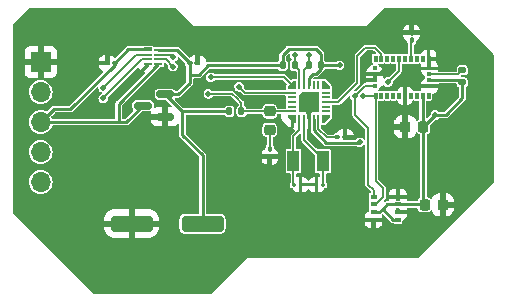
<source format=gbr>
%TF.GenerationSoftware,KiCad,Pcbnew,(6.0.7)*%
%TF.CreationDate,2022-12-27T11:46:59-06:00*%
%TF.ProjectId,UKDAQ,554b4441-512e-46b6-9963-61645f706362,rev?*%
%TF.SameCoordinates,Original*%
%TF.FileFunction,Copper,L1,Top*%
%TF.FilePolarity,Positive*%
%FSLAX46Y46*%
G04 Gerber Fmt 4.6, Leading zero omitted, Abs format (unit mm)*
G04 Created by KiCad (PCBNEW (6.0.7)) date 2022-12-27 11:46:59*
%MOMM*%
%LPD*%
G01*
G04 APERTURE LIST*
G04 Aperture macros list*
%AMRoundRect*
0 Rectangle with rounded corners*
0 $1 Rounding radius*
0 $2 $3 $4 $5 $6 $7 $8 $9 X,Y pos of 4 corners*
0 Add a 4 corners polygon primitive as box body*
4,1,4,$2,$3,$4,$5,$6,$7,$8,$9,$2,$3,0*
0 Add four circle primitives for the rounded corners*
1,1,$1+$1,$2,$3*
1,1,$1+$1,$4,$5*
1,1,$1+$1,$6,$7*
1,1,$1+$1,$8,$9*
0 Add four rect primitives between the rounded corners*
20,1,$1+$1,$2,$3,$4,$5,0*
20,1,$1+$1,$4,$5,$6,$7,0*
20,1,$1+$1,$6,$7,$8,$9,0*
20,1,$1+$1,$8,$9,$2,$3,0*%
%AMOutline5P*
0 Free polygon, 5 corners , with rotation*
0 The origin of the aperture is its center*
0 number of corners: always 5*
0 $1 to $10 corner X, Y*
0 $11 Rotation angle, in degrees counterclockwise*
0 create outline with 5 corners*
4,1,5,$1,$2,$3,$4,$5,$6,$7,$8,$9,$10,$1,$2,$11*%
%AMOutline6P*
0 Free polygon, 6 corners , with rotation*
0 The origin of the aperture is its center*
0 number of corners: always 6*
0 $1 to $12 corner X, Y*
0 $13 Rotation angle, in degrees counterclockwise*
0 create outline with 6 corners*
4,1,6,$1,$2,$3,$4,$5,$6,$7,$8,$9,$10,$11,$12,$1,$2,$13*%
%AMOutline7P*
0 Free polygon, 7 corners , with rotation*
0 The origin of the aperture is its center*
0 number of corners: always 7*
0 $1 to $14 corner X, Y*
0 $15 Rotation angle, in degrees counterclockwise*
0 create outline with 7 corners*
4,1,7,$1,$2,$3,$4,$5,$6,$7,$8,$9,$10,$11,$12,$13,$14,$1,$2,$15*%
%AMOutline8P*
0 Free polygon, 8 corners , with rotation*
0 The origin of the aperture is its center*
0 number of corners: always 8*
0 $1 to $16 corner X, Y*
0 $17 Rotation angle, in degrees counterclockwise*
0 create outline with 8 corners*
4,1,8,$1,$2,$3,$4,$5,$6,$7,$8,$9,$10,$11,$12,$13,$14,$15,$16,$1,$2,$17*%
%AMFreePoly0*
4,1,15,0.150002,0.355000,0.350000,0.355000,0.353536,0.353536,0.355000,0.350000,0.355000,-0.350000,0.353536,-0.353536,0.350000,-0.355000,-0.350000,-0.355000,-0.353536,-0.353536,-0.355000,-0.350000,-0.355001,-0.150000,-0.353536,-0.146464,0.146464,0.353536,0.150000,0.355001,0.150002,0.355000,0.150002,0.355000,$1*%
G04 Aperture macros list end*
%TA.AperFunction,SMDPad,CuDef*%
%ADD10RoundRect,0.135000X-0.135000X-0.185000X0.135000X-0.185000X0.135000X0.185000X-0.135000X0.185000X0*%
%TD*%
%TA.AperFunction,SMDPad,CuDef*%
%ADD11R,0.660000X0.320000*%
%TD*%
%TA.AperFunction,SMDPad,CuDef*%
%ADD12R,0.660000X0.220000*%
%TD*%
%TA.AperFunction,SMDPad,CuDef*%
%ADD13RoundRect,0.100000X-0.130000X-0.100000X0.130000X-0.100000X0.130000X0.100000X-0.130000X0.100000X0*%
%TD*%
%TA.AperFunction,SMDPad,CuDef*%
%ADD14R,0.300000X0.525000*%
%TD*%
%TA.AperFunction,SMDPad,CuDef*%
%ADD15R,0.425000X0.300000*%
%TD*%
%TA.AperFunction,ComponentPad*%
%ADD16R,1.700000X1.700000*%
%TD*%
%TA.AperFunction,ComponentPad*%
%ADD17O,1.700000X1.700000*%
%TD*%
%TA.AperFunction,SMDPad,CuDef*%
%ADD18RoundRect,0.225000X-0.225000X-0.250000X0.225000X-0.250000X0.225000X0.250000X-0.225000X0.250000X0*%
%TD*%
%TA.AperFunction,SMDPad,CuDef*%
%ADD19RoundRect,0.075000X-0.100000X-0.075000X0.100000X-0.075000X0.100000X0.075000X-0.100000X0.075000X0*%
%TD*%
%TA.AperFunction,SMDPad,CuDef*%
%ADD20RoundRect,0.350000X-1.450000X0.349999X-1.450000X-0.349999X1.450000X-0.349999X1.450000X0.349999X0*%
%TD*%
%TA.AperFunction,SMDPad,CuDef*%
%ADD21RoundRect,0.350000X-1.450000X0.350000X-1.450000X-0.350000X1.450000X-0.350000X1.450000X0.350000X0*%
%TD*%
%TA.AperFunction,SMDPad,CuDef*%
%ADD22RoundRect,0.100000X-0.100000X0.130000X-0.100000X-0.130000X0.100000X-0.130000X0.100000X0.130000X0*%
%TD*%
%TA.AperFunction,SMDPad,CuDef*%
%ADD23R,0.500000X0.350000*%
%TD*%
%TA.AperFunction,SMDPad,CuDef*%
%ADD24RoundRect,0.135000X0.185000X-0.135000X0.185000X0.135000X-0.185000X0.135000X-0.185000X-0.135000X0*%
%TD*%
%TA.AperFunction,SMDPad,CuDef*%
%ADD25R,1.000000X1.800000*%
%TD*%
%TA.AperFunction,SMDPad,CuDef*%
%ADD26RoundRect,0.225000X-0.250000X0.225000X-0.250000X-0.225000X0.250000X-0.225000X0.250000X0.225000X0*%
%TD*%
%TA.AperFunction,SMDPad,CuDef*%
%ADD27RoundRect,0.075000X0.100000X0.075000X-0.100000X0.075000X-0.100000X-0.075000X0.100000X-0.075000X0*%
%TD*%
%TA.AperFunction,SMDPad,CuDef*%
%ADD28RoundRect,0.150000X0.587500X0.150000X-0.587500X0.150000X-0.587500X-0.150000X0.587500X-0.150000X0*%
%TD*%
%TA.AperFunction,SMDPad,CuDef*%
%ADD29Outline5P,-0.850000X0.574600X-0.574600X0.850000X0.850000X0.850000X0.850000X-0.850000X-0.850000X-0.850000X0.000000*%
%TD*%
%TA.AperFunction,SMDPad,CuDef*%
%ADD30FreePoly0,0.000000*%
%TD*%
%TA.AperFunction,SMDPad,CuDef*%
%ADD31R,0.700000X0.200000*%
%TD*%
%TA.AperFunction,SMDPad,CuDef*%
%ADD32FreePoly0,90.000000*%
%TD*%
%TA.AperFunction,SMDPad,CuDef*%
%ADD33R,0.200000X0.700000*%
%TD*%
%TA.AperFunction,SMDPad,CuDef*%
%ADD34FreePoly0,180.000000*%
%TD*%
%TA.AperFunction,SMDPad,CuDef*%
%ADD35FreePoly0,270.000000*%
%TD*%
%TA.AperFunction,SMDPad,CuDef*%
%ADD36RoundRect,0.135000X0.135000X0.185000X-0.135000X0.185000X-0.135000X-0.185000X0.135000X-0.185000X0*%
%TD*%
%TA.AperFunction,SMDPad,CuDef*%
%ADD37RoundRect,0.225000X0.225000X0.250000X-0.225000X0.250000X-0.225000X-0.250000X0.225000X-0.250000X0*%
%TD*%
%TA.AperFunction,ViaPad*%
%ADD38C,0.508000*%
%TD*%
%TA.AperFunction,Conductor*%
%ADD39C,0.254000*%
%TD*%
%TA.AperFunction,Conductor*%
%ADD40C,0.228600*%
%TD*%
%TA.AperFunction,Conductor*%
%ADD41C,0.152400*%
%TD*%
G04 APERTURE END LIST*
D10*
%TO.P,R1,1*%
%TO.N,VDD*%
X139580000Y-103220000D03*
%TO.P,R1,2*%
%TO.N,/nRESET*%
X140600000Y-103220000D03*
%TD*%
D11*
%TO.P,U2,1,VCCA*%
%TO.N,VCC*%
X132700000Y-97970000D03*
D12*
%TO.P,U2,2,A1*%
%TO.N,/TX{slash}SWDIO-VCC*%
X132700000Y-98420000D03*
%TO.P,U2,3,A2*%
%TO.N,/RX{slash}SWCLK-VCC*%
X132700000Y-98820000D03*
%TO.P,U2,4,GND*%
%TO.N,GND*%
X132700000Y-99220000D03*
%TO.P,U2,5,EN*%
%TO.N,VCC*%
X133540000Y-99220000D03*
%TO.P,U2,6,B2*%
%TO.N,/RX{slash}SWCLK-VDD*%
X133540000Y-98820000D03*
%TO.P,U2,7,B1*%
%TO.N,/TX{slash}SWDIO-VDD*%
X133540000Y-98420000D03*
%TO.P,U2,8,VCCB*%
%TO.N,VDD*%
X133540000Y-98020000D03*
%TD*%
D13*
%TO.P,C2,1*%
%TO.N,VDD*%
X136225000Y-99120000D03*
%TO.P,C2,2*%
%TO.N,GND*%
X136865000Y-99120000D03*
%TD*%
D14*
%TO.P,U3,1,PIN1*%
%TO.N,unconnected-(U3-Pad1)*%
X156450000Y-101882500D03*
D15*
%TO.P,U3,2,GND*%
%TO.N,GND*%
X156512500Y-101070000D03*
%TO.P,U3,3,VDD*%
%TO.N,VDD*%
X156512500Y-100570000D03*
%TO.P,U3,4,nBOOT_LOAD_PIN*%
%TO.N,Net-(R3-Pad2)*%
X156512500Y-100070000D03*
%TO.P,U3,5,PS1*%
%TO.N,GND*%
X156512500Y-99570000D03*
D14*
%TO.P,U3,6,PS0*%
X156450000Y-98757500D03*
%TO.P,U3,7,SWDIO*%
%TO.N,unconnected-(U3-Pad7)*%
X155950000Y-98757500D03*
%TO.P,U3,8,SWCLK*%
%TO.N,unconnected-(U3-Pad8)*%
X155450000Y-98757500D03*
%TO.P,U3,9,CAP*%
%TO.N,Net-(C9-Pad2)*%
X154950000Y-98757500D03*
%TO.P,U3,10,BL_IND*%
%TO.N,unconnected-(U3-Pad10)*%
X154450000Y-98757500D03*
%TO.P,U3,11,nRESET*%
%TO.N,/nRESET*%
X153950000Y-98757500D03*
%TO.P,U3,12,PIN12*%
%TO.N,unconnected-(U3-Pad12)*%
X153450000Y-98757500D03*
%TO.P,U3,13,PIN13*%
%TO.N,unconnected-(U3-Pad13)*%
X152950000Y-98757500D03*
%TO.P,U3,14,INT*%
%TO.N,/BNO_INTERRUPT*%
X152450000Y-98757500D03*
%TO.P,U3,15,PIN15*%
%TO.N,unconnected-(U3-Pad15)*%
X151950000Y-98757500D03*
D15*
%TO.P,U3,16,PIN16*%
%TO.N,unconnected-(U3-Pad16)*%
X151887500Y-99570000D03*
%TO.P,U3,17,COM3*%
%TO.N,GND*%
X151887500Y-100070000D03*
%TO.P,U3,18,COM2*%
X151887500Y-100570000D03*
%TO.P,U3,19,COM1*%
%TO.N,/SCL*%
X151887500Y-101070000D03*
D14*
%TO.P,U3,20,COM0*%
%TO.N,/SDA*%
X151950000Y-101882500D03*
%TO.P,U3,21,PIN21*%
%TO.N,unconnected-(U3-Pad21)*%
X152450000Y-101882500D03*
%TO.P,U3,22,PIN22*%
%TO.N,unconnected-(U3-Pad22)*%
X152950000Y-101882500D03*
%TO.P,U3,23,PIN23*%
%TO.N,unconnected-(U3-Pad23)*%
X153450000Y-101882500D03*
%TO.P,U3,24,PIN24*%
%TO.N,unconnected-(U3-Pad24)*%
X153950000Y-101882500D03*
%TO.P,U3,25,GNDIO*%
%TO.N,GND*%
X154450000Y-101882500D03*
%TO.P,U3,26,XOUT32*%
%TO.N,unconnected-(U3-Pad26)*%
X154950000Y-101882500D03*
%TO.P,U3,27,XIN32*%
%TO.N,unconnected-(U3-Pad27)*%
X155450000Y-101882500D03*
%TO.P,U3,28,VDDIO*%
%TO.N,VDD*%
X155950000Y-101882500D03*
%TD*%
D16*
%TO.P,J1,1,Pin_1*%
%TO.N,GND*%
X123600000Y-99040000D03*
D17*
%TO.P,J1,2,Pin_2*%
%TO.N,/nRESET*%
X123600000Y-101580000D03*
%TO.P,J1,3,Pin_3*%
%TO.N,VCC*%
X123600000Y-104120000D03*
%TO.P,J1,4,Pin_4*%
%TO.N,/RX{slash}SWCLK-VCC*%
X123600000Y-106660000D03*
%TO.P,J1,5,Pin_5*%
%TO.N,/TX{slash}SWDIO-VCC*%
X123600000Y-109200000D03*
%TD*%
D18*
%TO.P,C7,1*%
%TO.N,VDD*%
X156100000Y-111120000D03*
%TO.P,C7,2*%
%TO.N,GND*%
X157650000Y-111120000D03*
%TD*%
D19*
%TO.P,C5,1*%
%TO.N,Net-(C5-Pad1)*%
X145050000Y-109420000D03*
%TO.P,C5,2*%
%TO.N,GND*%
X145600000Y-109420000D03*
%TD*%
D20*
%TO.P,C3,1*%
%TO.N,VDD*%
X137300000Y-112720000D03*
D21*
%TO.P,C3,2*%
%TO.N,GND*%
X131300000Y-112720000D03*
%TD*%
D10*
%TO.P,R4,1*%
%TO.N,VDD*%
X144090000Y-99320000D03*
%TO.P,R4,2*%
%TO.N,/SCL*%
X145110000Y-99320000D03*
%TD*%
D22*
%TO.P,C9,1*%
%TO.N,GND*%
X155000000Y-96555000D03*
%TO.P,C9,2*%
%TO.N,Net-(C9-Pad2)*%
X155000000Y-97195000D03*
%TD*%
D23*
%TO.P,U4,1,GND*%
%TO.N,GND*%
X151780000Y-112390000D03*
%TO.P,U4,2,CSB*%
%TO.N,VDD*%
X151780000Y-111740000D03*
%TO.P,U4,3,SDI*%
%TO.N,/SDA*%
X151780000Y-111090000D03*
%TO.P,U4,4,SCK*%
%TO.N,/SCL*%
X151780000Y-110440000D03*
%TO.P,U4,5,SDO*%
%TO.N,GND*%
X153830000Y-110440000D03*
%TO.P,U4,6,VDDIO*%
%TO.N,VDD*%
X153830000Y-111090000D03*
%TO.P,U4,7,GND*%
%TO.N,GND*%
X153830000Y-111740000D03*
%TO.P,U4,8,VDD*%
%TO.N,VDD*%
X153830000Y-112390000D03*
%TD*%
D13*
%TO.P,C1,1*%
%TO.N,GND*%
X129235000Y-99120000D03*
%TO.P,C1,2*%
%TO.N,VCC*%
X129875000Y-99120000D03*
%TD*%
D24*
%TO.P,R3,1*%
%TO.N,VDD*%
X159300000Y-100740000D03*
%TO.P,R3,2*%
%TO.N,Net-(R3-Pad2)*%
X159300000Y-99720000D03*
%TD*%
D25*
%TO.P,Y1,1,1*%
%TO.N,Net-(C8-Pad1)*%
X147500000Y-107420000D03*
%TO.P,Y1,2,2*%
%TO.N,Net-(C5-Pad1)*%
X145000000Y-107420000D03*
%TD*%
D13*
%TO.P,C10,1*%
%TO.N,Net-(C10-Pad1)*%
X148725000Y-105420000D03*
%TO.P,C10,2*%
%TO.N,GND*%
X149365000Y-105420000D03*
%TD*%
D26*
%TO.P,C6,1*%
%TO.N,/nRESET*%
X143000000Y-103220000D03*
%TO.P,C6,2*%
%TO.N,Net-(C6-Pad2)*%
X143000000Y-104770000D03*
%TD*%
D22*
%TO.P,R2,1*%
%TO.N,Net-(C6-Pad2)*%
X143000000Y-106400000D03*
%TO.P,R2,2*%
%TO.N,GND*%
X143000000Y-107040000D03*
%TD*%
D27*
%TO.P,C8,1*%
%TO.N,Net-(C8-Pad1)*%
X147500000Y-109420000D03*
%TO.P,C8,2*%
%TO.N,GND*%
X146950000Y-109420000D03*
%TD*%
D28*
%TO.P,U1,1,GND*%
%TO.N,GND*%
X134137500Y-103670000D03*
%TO.P,U1,2,VOUT*%
%TO.N,VDD*%
X134137500Y-101770000D03*
%TO.P,U1,3,VIN*%
%TO.N,VCC*%
X132262500Y-102720000D03*
%TD*%
D29*
%TO.P,U5,-,EP*%
%TO.N,GND*%
X146300000Y-102420000D03*
D30*
%TO.P,U5,1,P0.1/SWDCLK/SPI1_MOSI/UART1_RX*%
%TO.N,/RX{slash}SWCLK-VDD*%
X144850000Y-100970000D03*
D31*
%TO.P,U5,2,P0.0/SWDIO/SPI1_MISO/UART1_TX*%
%TO.N,/TX{slash}SWDIO-VDD*%
X144850000Y-101620000D03*
%TO.P,U5,3*%
%TO.N,N/C*%
X144850000Y-102020000D03*
%TO.P,U5,4,P0.13/SPI1_SSO/UART1_RTS*%
%TO.N,unconnected-(U5-Pad4)*%
X144850000Y-102420000D03*
%TO.P,U5,5,P0.12/SPI1_SCK/UART1_CTS*%
%TO.N,unconnected-(U5-Pad5)*%
X144850000Y-102820000D03*
%TO.P,U5,6,RSTN*%
%TO.N,/nRESET*%
X144850000Y-103220000D03*
D32*
%TO.P,U5,7,VSS*%
%TO.N,GND*%
X144850000Y-103870000D03*
D33*
%TO.P,U5,8,32KOUT*%
%TO.N,Net-(C5-Pad1)*%
X145500000Y-103870000D03*
%TO.P,U5,9,32KIN*%
%TO.N,Net-(C8-Pad1)*%
X145900000Y-103870000D03*
%TO.P,U5,10,VSS*%
%TO.N,GND*%
X146300000Y-103870000D03*
%TO.P,U5,11,VDD*%
%TO.N,VDD*%
X146700000Y-103870000D03*
%TO.P,U5,12,VCORE*%
%TO.N,Net-(C10-Pad1)*%
X147100000Y-103870000D03*
D34*
%TO.P,U5,13,P0.9/I2C0_SDA/SWDCLK*%
%TO.N,unconnected-(U5-Pad13)*%
X147750000Y-103870000D03*
D31*
%TO.P,U5,14,P0.8/I2C0_SCL/SWDIO*%
%TO.N,unconnected-(U5-Pad14)*%
X147750000Y-103220000D03*
%TO.P,U5,15*%
%TO.N,N/C*%
X147750000Y-102820000D03*
%TO.P,U5,16,P0.11/SPI1_MOSI/UART1_RX*%
%TO.N,/BNO_INTERRUPT*%
X147750000Y-102420000D03*
%TO.P,U5,17,P0.10/SPI1_MISO/UART1_TX*%
%TO.N,unconnected-(U5-Pad17)*%
X147750000Y-102020000D03*
%TO.P,U5,18,P0.7/SPI0A_SSO/UART0_RTS/UART1_RX*%
%TO.N,unconnected-(U5-Pad18)*%
X147750000Y-101620000D03*
D35*
%TO.P,U5,19,P0.6/SPI0A_SCK/UART0_CTS/UART1_TX*%
%TO.N,unconnected-(U5-Pad19)*%
X147750000Y-100970000D03*
D33*
%TO.P,U5,20,P0.5/SPI0_MOSI/UART0_RX*%
%TO.N,unconnected-(U5-Pad20)*%
X147100000Y-100970000D03*
%TO.P,U5,21,P0.4/SPI0_MISO/UART0_TX*%
%TO.N,unconnected-(U5-Pad21)*%
X146700000Y-100970000D03*
%TO.P,U5,22,VDD*%
%TO.N,VDD*%
X146300000Y-100970000D03*
%TO.P,U5,23,P0.3/I2C1_SDA/SPI1_SSO/TMR0*%
%TO.N,/SDA*%
X145900000Y-100970000D03*
%TO.P,U5,24,P0.2/I2C1_SCL/SPI1_SCK/32KCAL*%
%TO.N,/SCL*%
X145500000Y-100970000D03*
%TD*%
D36*
%TO.P,R5,1*%
%TO.N,VDD*%
X147320000Y-99320000D03*
%TO.P,R5,2*%
%TO.N,/SDA*%
X146300000Y-99320000D03*
%TD*%
D37*
%TO.P,C4,1*%
%TO.N,VDD*%
X156000000Y-104520000D03*
%TO.P,C4,2*%
%TO.N,GND*%
X154450000Y-104520000D03*
%TD*%
D38*
%TO.N,GND*%
X139600000Y-107820000D03*
X159100000Y-106320000D03*
X144600000Y-104820000D03*
X128600000Y-106820000D03*
X149100000Y-103820000D03*
X152573182Y-99852900D03*
X127100000Y-96320000D03*
X146100000Y-113320000D03*
X134600000Y-115320000D03*
X131600000Y-100320000D03*
X140600000Y-97820000D03*
X146690897Y-105729103D03*
X126600000Y-113820000D03*
X154600000Y-100320000D03*
X152600000Y-96320000D03*
X159100000Y-97820000D03*
%TO.N,VDD*%
X150600000Y-105820000D03*
X157000000Y-103520000D03*
X148900000Y-99320000D03*
%TO.N,/nRESET*%
X153000000Y-100720000D03*
X137800000Y-101720000D03*
%TO.N,/RX{slash}SWCLK-VCC*%
X128900000Y-102120000D03*
%TO.N,/TX{slash}SWDIO-VCC*%
X128900000Y-101220000D03*
%TO.N,/SCL*%
X150200000Y-101920000D03*
X145100000Y-98452900D03*
%TO.N,/SDA*%
X146300000Y-98452900D03*
X150900000Y-101920000D03*
%TO.N,/RX{slash}SWCLK-VDD*%
X134800000Y-99420000D03*
X138000000Y-100320000D03*
%TO.N,/TX{slash}SWDIO-VDD*%
X134800000Y-98620000D03*
X140400000Y-101120000D03*
%TD*%
D39*
%TO.N,GND*%
X144850000Y-104570000D02*
X144600000Y-104820000D01*
D40*
X146300000Y-103870000D02*
X146300000Y-105338206D01*
D39*
X146300000Y-103870000D02*
X146300000Y-102420000D01*
X144850000Y-103870000D02*
X144850000Y-104570000D01*
D40*
X146300000Y-105338206D02*
X146690897Y-105729103D01*
X132700000Y-99220000D02*
X131600000Y-100320000D01*
D39*
%TO.N,VCC*%
X126101553Y-103020000D02*
X124700000Y-103020000D01*
X132262500Y-102720000D02*
X130862500Y-104120000D01*
X130862500Y-104120000D02*
X130200000Y-104120000D01*
X132700000Y-97970000D02*
X131025000Y-97970000D01*
X129875000Y-99246553D02*
X126101553Y-103020000D01*
X130200000Y-102560000D02*
X130200000Y-104120000D01*
X124700000Y-103020000D02*
X123600000Y-104120000D01*
X133540000Y-99220000D02*
X130200000Y-102560000D01*
X129875000Y-99120000D02*
X129875000Y-99246553D01*
X131025000Y-97970000D02*
X129875000Y-99120000D01*
X130200000Y-104120000D02*
X123600000Y-104120000D01*
D40*
%TO.N,VDD*%
X150600000Y-105820000D02*
X150533300Y-105886700D01*
D39*
X136975000Y-100145000D02*
X136225000Y-100145000D01*
D40*
X147781766Y-105886700D02*
X146700000Y-104804934D01*
D39*
X152280000Y-111740000D02*
X152550000Y-111470000D01*
X139580000Y-103220000D02*
X135587500Y-103220000D01*
X147320000Y-98340000D02*
X147320000Y-99320000D01*
X153830000Y-111090000D02*
X156070000Y-111090000D01*
X136225000Y-100145000D02*
X136225000Y-99120000D01*
X136225000Y-100795000D02*
X136225000Y-100145000D01*
X146300000Y-100970000D02*
X146300000Y-100361200D01*
X159300000Y-100740000D02*
X159130000Y-100570000D01*
X159300000Y-100740000D02*
X159300000Y-102120000D01*
X153470000Y-112390000D02*
X152550000Y-111470000D01*
X155950000Y-101882500D02*
X155950000Y-104470000D01*
X135587500Y-105207500D02*
X135587500Y-103220000D01*
X147320000Y-99600000D02*
X147320000Y-99320000D01*
D40*
X150533300Y-105886700D02*
X147781766Y-105886700D01*
D39*
X137300000Y-112720000D02*
X137300000Y-106920000D01*
X156070000Y-111090000D02*
X156100000Y-111120000D01*
X157900000Y-103520000D02*
X157000000Y-103520000D01*
X151780000Y-111740000D02*
X152280000Y-111740000D01*
X137800000Y-99320000D02*
X136975000Y-100145000D01*
X148900000Y-99320000D02*
X147320000Y-99320000D01*
X134137500Y-101770000D02*
X135250000Y-101770000D01*
X153830000Y-112390000D02*
X153470000Y-112390000D01*
X152930000Y-111090000D02*
X153830000Y-111090000D01*
X144090000Y-98430000D02*
X144600000Y-97920000D01*
X144090000Y-99320000D02*
X137800000Y-99320000D01*
X146900000Y-100020000D02*
X147320000Y-99600000D01*
X155950000Y-104470000D02*
X156000000Y-104520000D01*
X144600000Y-97920000D02*
X146900000Y-97920000D01*
X146300000Y-100361200D02*
X146641200Y-100020000D01*
X159130000Y-100570000D02*
X156512500Y-100570000D01*
X137300000Y-106920000D02*
X135587500Y-105207500D01*
D40*
X146700000Y-104804934D02*
X146700000Y-103870000D01*
D39*
X159300000Y-102120000D02*
X157900000Y-103520000D01*
X135125000Y-98020000D02*
X136225000Y-99120000D01*
X146900000Y-97920000D02*
X147320000Y-98340000D01*
X156000000Y-104520000D02*
X157000000Y-103520000D01*
X146641200Y-100020000D02*
X146900000Y-100020000D01*
X133540000Y-98020000D02*
X135125000Y-98020000D01*
X156000000Y-111020000D02*
X156100000Y-111120000D01*
X152550000Y-111470000D02*
X152930000Y-111090000D01*
X144090000Y-99320000D02*
X144090000Y-98430000D01*
X135587500Y-103220000D02*
X134137500Y-101770000D01*
X135250000Y-101770000D02*
X136225000Y-100795000D01*
X156000000Y-104520000D02*
X156000000Y-111020000D01*
D41*
%TO.N,Net-(C5-Pad1)*%
X145500000Y-104820000D02*
X145000000Y-105320000D01*
X145075000Y-109420000D02*
X145000000Y-109345000D01*
X145000000Y-109345000D02*
X145000000Y-107420000D01*
X145500000Y-103870000D02*
X145500000Y-104820000D01*
X145000000Y-105320000D02*
X145000000Y-107420000D01*
%TO.N,/nRESET*%
X140200000Y-102120000D02*
X139800000Y-101720000D01*
X140600000Y-103220000D02*
X143000000Y-103220000D01*
X139800000Y-101720000D02*
X137800000Y-101720000D01*
X140600000Y-103220000D02*
X140600000Y-102520000D01*
X144850000Y-103220000D02*
X143000000Y-103220000D01*
X140600000Y-102520000D02*
X140200000Y-102120000D01*
X153950000Y-99770000D02*
X153000000Y-100720000D01*
X153950000Y-98757500D02*
X153950000Y-99770000D01*
%TO.N,Net-(C6-Pad2)*%
X143000000Y-104770000D02*
X143000000Y-106400000D01*
%TO.N,Net-(C8-Pad1)*%
X145900000Y-105620000D02*
X147500000Y-107220000D01*
X145900000Y-103870000D02*
X145900000Y-105620000D01*
X147500000Y-107220000D02*
X147500000Y-107420000D01*
X147500000Y-107420000D02*
X147500000Y-109420000D01*
%TO.N,Net-(C9-Pad2)*%
X154950000Y-97245000D02*
X155000000Y-97195000D01*
X154950000Y-98757500D02*
X154950000Y-97245000D01*
%TO.N,Net-(C10-Pad1)*%
X147100000Y-104720000D02*
X147100000Y-103870000D01*
X147800000Y-105420000D02*
X147100000Y-104720000D01*
X148725000Y-105420000D02*
X147800000Y-105420000D01*
%TO.N,/RX{slash}SWCLK-VCC*%
X128902800Y-102120000D02*
X128900000Y-102120000D01*
X132202800Y-98820000D02*
X128902800Y-102120000D01*
X132700000Y-98820000D02*
X132202800Y-98820000D01*
%TO.N,/TX{slash}SWDIO-VCC*%
X132700000Y-98420000D02*
X131700000Y-98420000D01*
X131700000Y-98420000D02*
X128900000Y-101220000D01*
%TO.N,Net-(R3-Pad2)*%
X158950000Y-100070000D02*
X159300000Y-99720000D01*
X156512500Y-100070000D02*
X158950000Y-100070000D01*
%TO.N,/SCL*%
X151300000Y-109420000D02*
X151780000Y-109900000D01*
X150200000Y-101920000D02*
X150200000Y-103520000D01*
X145110000Y-98462900D02*
X145100000Y-98452900D01*
X150200000Y-101920000D02*
X151050000Y-101070000D01*
X145110000Y-99320000D02*
X145110000Y-98462900D01*
X151050000Y-101070000D02*
X151887500Y-101070000D01*
X151780000Y-109900000D02*
X151780000Y-110440000D01*
X150200000Y-103520000D02*
X151300000Y-104620000D01*
X145500000Y-99710000D02*
X145110000Y-99320000D01*
X145500000Y-100970000D02*
X145500000Y-99710000D01*
X151300000Y-104620000D02*
X151300000Y-109420000D01*
%TO.N,/SDA*%
X151950000Y-101882500D02*
X151950000Y-109070000D01*
X152600000Y-110502200D02*
X152012200Y-111090000D01*
X151950000Y-109070000D02*
X152600000Y-109720000D01*
X152012200Y-111090000D02*
X151780000Y-111090000D01*
X146300000Y-99320000D02*
X146300000Y-98452900D01*
X152600000Y-109720000D02*
X152600000Y-110502200D01*
X151950000Y-101882500D02*
X150937500Y-101882500D01*
X145900000Y-100970000D02*
X145900000Y-99720000D01*
X145900000Y-99720000D02*
X146300000Y-99320000D01*
X150937500Y-101882500D02*
X150900000Y-101920000D01*
%TO.N,/RX{slash}SWCLK-VDD*%
X133540000Y-98820000D02*
X134200000Y-98820000D01*
X144200000Y-100320000D02*
X144850000Y-100970000D01*
X134200000Y-98820000D02*
X134800000Y-99420000D01*
X138000000Y-100320000D02*
X144200000Y-100320000D01*
%TO.N,/TX{slash}SWDIO-VDD*%
X134600000Y-98420000D02*
X134800000Y-98620000D01*
X140400000Y-101120000D02*
X140900000Y-101620000D01*
X140900000Y-101620000D02*
X144850000Y-101620000D01*
X133540000Y-98420000D02*
X134600000Y-98420000D01*
%TO.N,/BNO_INTERRUPT*%
X151100000Y-97820000D02*
X151882200Y-97820000D01*
X152450000Y-98387800D02*
X152450000Y-98757500D01*
X150400000Y-100820000D02*
X150400000Y-98520000D01*
X151882200Y-97820000D02*
X152450000Y-98387800D01*
X148800000Y-102420000D02*
X150400000Y-100820000D01*
X147750000Y-102420000D02*
X148800000Y-102420000D01*
X150400000Y-98520000D02*
X151100000Y-97820000D01*
%TD*%
%TA.AperFunction,Conductor*%
%TO.N,GND*%
G36*
X135053857Y-94490493D02*
G01*
X135058693Y-94494926D01*
X136462902Y-95899135D01*
X136462913Y-95899147D01*
X136520853Y-95957087D01*
X136530413Y-95959649D01*
X136530414Y-95959649D01*
X136531422Y-95959919D01*
X136549560Y-95967432D01*
X136559030Y-95972900D01*
X151059029Y-95972900D01*
X151059030Y-95972901D01*
X151140970Y-95972901D01*
X151150443Y-95967431D01*
X151168584Y-95959917D01*
X151179147Y-95957087D01*
X151237087Y-95899147D01*
X151237087Y-95899146D01*
X152641307Y-94494926D01*
X152687927Y-94473186D01*
X152694481Y-94472900D01*
X158005519Y-94472900D01*
X158053857Y-94490493D01*
X158058693Y-94494926D01*
X161925074Y-98361307D01*
X161946814Y-98407927D01*
X161947100Y-98414481D01*
X161947100Y-109225519D01*
X161929507Y-109273857D01*
X161925074Y-109278693D01*
X155558693Y-115645074D01*
X155512073Y-115666814D01*
X155505519Y-115667100D01*
X141140971Y-115667100D01*
X141140970Y-115667099D01*
X141059030Y-115667099D01*
X141049555Y-115672570D01*
X141031419Y-115680082D01*
X141030418Y-115680350D01*
X141030417Y-115680350D01*
X141020853Y-115682913D01*
X141006118Y-115697648D01*
X138058693Y-118645074D01*
X138012073Y-118666814D01*
X138005519Y-118667100D01*
X128194481Y-118667100D01*
X128146143Y-118649507D01*
X128141307Y-118645074D01*
X122639150Y-113142917D01*
X128992000Y-113142917D01*
X128992088Y-113145498D01*
X128994701Y-113183825D01*
X128995728Y-113190348D01*
X129039040Y-113364061D01*
X129041837Y-113371662D01*
X129121102Y-113531340D01*
X129125467Y-113538167D01*
X129237177Y-113677106D01*
X129242894Y-113682823D01*
X129381833Y-113794533D01*
X129388660Y-113798898D01*
X129548338Y-113878163D01*
X129555939Y-113880960D01*
X129729652Y-113924272D01*
X129736175Y-113925299D01*
X129774502Y-113927912D01*
X129777083Y-113928000D01*
X131032741Y-113928000D01*
X131042898Y-113924303D01*
X131046000Y-113918931D01*
X131046000Y-113914741D01*
X131554000Y-113914741D01*
X131557697Y-113924898D01*
X131563069Y-113928000D01*
X132822917Y-113928000D01*
X132825498Y-113927912D01*
X132863825Y-113925299D01*
X132870348Y-113924272D01*
X133044061Y-113880960D01*
X133051662Y-113878163D01*
X133211340Y-113798898D01*
X133218167Y-113794533D01*
X133357106Y-113682823D01*
X133362823Y-113677106D01*
X133474533Y-113538167D01*
X133478898Y-113531340D01*
X133558163Y-113371662D01*
X133560960Y-113364061D01*
X133604272Y-113190348D01*
X133605299Y-113183825D01*
X133607912Y-113145498D01*
X133608000Y-113142917D01*
X133608000Y-112987259D01*
X133604303Y-112977102D01*
X133598931Y-112974000D01*
X131567259Y-112974000D01*
X131557102Y-112977697D01*
X131554000Y-112983069D01*
X131554000Y-113914741D01*
X131046000Y-113914741D01*
X131046000Y-112987259D01*
X131042303Y-112977102D01*
X131036931Y-112974000D01*
X129005259Y-112974000D01*
X128995102Y-112977697D01*
X128992000Y-112983069D01*
X128992000Y-113142917D01*
X122639150Y-113142917D01*
X121948974Y-112452741D01*
X128992000Y-112452741D01*
X128995697Y-112462898D01*
X129001069Y-112466000D01*
X131032741Y-112466000D01*
X131042898Y-112462303D01*
X131046000Y-112456931D01*
X131046000Y-112452741D01*
X131554000Y-112452741D01*
X131557697Y-112462898D01*
X131563069Y-112466000D01*
X133594741Y-112466000D01*
X133604898Y-112462303D01*
X133608000Y-112456931D01*
X133608000Y-112297083D01*
X133607912Y-112294502D01*
X133605299Y-112256175D01*
X133604272Y-112249652D01*
X133560960Y-112075939D01*
X133558163Y-112068338D01*
X133478898Y-111908660D01*
X133474533Y-111901833D01*
X133362823Y-111762894D01*
X133357106Y-111757177D01*
X133218167Y-111645467D01*
X133211340Y-111641102D01*
X133051662Y-111561837D01*
X133044061Y-111559040D01*
X132870348Y-111515728D01*
X132863825Y-111514701D01*
X132825498Y-111512088D01*
X132822917Y-111512000D01*
X131567259Y-111512000D01*
X131557102Y-111515697D01*
X131554000Y-111521069D01*
X131554000Y-112452741D01*
X131046000Y-112452741D01*
X131046000Y-111525259D01*
X131042303Y-111515102D01*
X131036931Y-111512000D01*
X129777083Y-111512000D01*
X129774502Y-111512088D01*
X129736175Y-111514701D01*
X129729652Y-111515728D01*
X129555939Y-111559040D01*
X129548338Y-111561837D01*
X129388660Y-111641102D01*
X129381833Y-111645467D01*
X129242894Y-111757177D01*
X129237177Y-111762894D01*
X129125467Y-111901833D01*
X129121102Y-111908660D01*
X129041837Y-112068338D01*
X129039040Y-112075939D01*
X128995728Y-112249652D01*
X128994701Y-112256175D01*
X128992088Y-112294502D01*
X128992000Y-112297083D01*
X128992000Y-112452741D01*
X121948974Y-112452741D01*
X121274926Y-111778693D01*
X121253186Y-111732073D01*
X121252900Y-111725519D01*
X121252900Y-109185930D01*
X122592345Y-109185930D01*
X122592653Y-109189598D01*
X122592653Y-109189601D01*
X122607044Y-109360970D01*
X122608803Y-109381919D01*
X122663015Y-109570979D01*
X122664697Y-109574251D01*
X122664697Y-109574252D01*
X122671590Y-109587665D01*
X122752916Y-109745908D01*
X122755201Y-109748791D01*
X122758998Y-109753581D01*
X122875083Y-109900044D01*
X122877877Y-109902422D01*
X122877878Y-109902423D01*
X122912691Y-109932051D01*
X123024862Y-110027516D01*
X123028063Y-110029305D01*
X123028066Y-110029307D01*
X123066656Y-110050874D01*
X123196547Y-110123467D01*
X123200044Y-110124603D01*
X123200048Y-110124605D01*
X123279368Y-110150377D01*
X123383600Y-110184244D01*
X123490984Y-110197049D01*
X123575237Y-110207096D01*
X123575239Y-110207096D01*
X123578895Y-110207532D01*
X123774994Y-110192443D01*
X123909938Y-110154766D01*
X123960883Y-110140542D01*
X123960885Y-110140541D01*
X123964428Y-110139552D01*
X124045305Y-110098698D01*
X124136697Y-110052533D01*
X124136698Y-110052532D01*
X124139981Y-110050874D01*
X124294966Y-109929786D01*
X124423480Y-109780901D01*
X124433514Y-109763238D01*
X124518810Y-109613091D01*
X124518812Y-109613088D01*
X124520628Y-109609890D01*
X124582710Y-109423266D01*
X124607360Y-109228138D01*
X124607709Y-109203154D01*
X124607724Y-109202099D01*
X124607724Y-109202093D01*
X124607753Y-109200000D01*
X124606791Y-109190184D01*
X124588921Y-109007927D01*
X124588920Y-109007922D01*
X124588561Y-109004260D01*
X124531714Y-108815975D01*
X124439379Y-108642318D01*
X124315072Y-108489903D01*
X124283795Y-108464028D01*
X124166359Y-108366877D01*
X124163528Y-108364535D01*
X123990520Y-108270990D01*
X123802637Y-108212830D01*
X123679766Y-108199916D01*
X123610690Y-108192656D01*
X123610689Y-108192656D01*
X123607035Y-108192272D01*
X123509100Y-108201185D01*
X123414824Y-108209764D01*
X123414823Y-108209764D01*
X123411166Y-108210097D01*
X123407641Y-108211134D01*
X123407638Y-108211135D01*
X123226019Y-108264589D01*
X123222489Y-108265628D01*
X123048192Y-108356748D01*
X123012036Y-108385818D01*
X122902309Y-108474041D01*
X122894912Y-108479988D01*
X122768489Y-108630653D01*
X122673739Y-108803004D01*
X122614269Y-108990476D01*
X122592345Y-109185930D01*
X121252900Y-109185930D01*
X121252900Y-106645930D01*
X122592345Y-106645930D01*
X122592653Y-106649598D01*
X122592653Y-106649601D01*
X122601737Y-106757775D01*
X122608803Y-106841919D01*
X122663015Y-107030979D01*
X122664697Y-107034251D01*
X122664697Y-107034252D01*
X122676200Y-107056634D01*
X122752916Y-107205908D01*
X122875083Y-107360044D01*
X122877877Y-107362422D01*
X122877878Y-107362423D01*
X122912691Y-107392051D01*
X123024862Y-107487516D01*
X123028063Y-107489305D01*
X123028066Y-107489307D01*
X123066656Y-107510874D01*
X123196547Y-107583467D01*
X123200044Y-107584603D01*
X123200048Y-107584605D01*
X123267829Y-107606628D01*
X123383600Y-107644244D01*
X123490984Y-107657049D01*
X123575237Y-107667096D01*
X123575239Y-107667096D01*
X123578895Y-107667532D01*
X123774994Y-107652443D01*
X123939085Y-107606628D01*
X123960883Y-107600542D01*
X123960885Y-107600541D01*
X123964428Y-107599552D01*
X124139981Y-107510874D01*
X124294966Y-107389786D01*
X124423480Y-107240901D01*
X124520628Y-107069890D01*
X124558961Y-106954659D01*
X124581548Y-106886760D01*
X124581549Y-106886757D01*
X124582710Y-106883266D01*
X124607360Y-106688138D01*
X124607753Y-106660000D01*
X124607548Y-106657907D01*
X124588921Y-106467927D01*
X124588920Y-106467922D01*
X124588561Y-106464260D01*
X124531714Y-106275975D01*
X124439379Y-106102318D01*
X124315072Y-105949903D01*
X124163528Y-105824535D01*
X123990520Y-105730990D01*
X123802637Y-105672830D01*
X123679766Y-105659916D01*
X123610690Y-105652656D01*
X123610689Y-105652656D01*
X123607035Y-105652272D01*
X123509100Y-105661185D01*
X123414824Y-105669764D01*
X123414823Y-105669764D01*
X123411166Y-105670097D01*
X123407641Y-105671134D01*
X123407638Y-105671135D01*
X123226019Y-105724589D01*
X123222489Y-105725628D01*
X123048192Y-105816748D01*
X122894912Y-105939988D01*
X122816909Y-106032948D01*
X122774531Y-106083453D01*
X122768489Y-106090653D01*
X122766718Y-106093875D01*
X122766717Y-106093876D01*
X122724141Y-106171323D01*
X122673739Y-106263004D01*
X122614269Y-106450476D01*
X122592345Y-106645930D01*
X121252900Y-106645930D01*
X121252900Y-104105930D01*
X122592345Y-104105930D01*
X122592653Y-104109598D01*
X122592653Y-104109601D01*
X122602194Y-104223221D01*
X122608803Y-104301919D01*
X122637413Y-104401694D01*
X122659260Y-104477882D01*
X122663015Y-104490979D01*
X122752916Y-104665908D01*
X122875083Y-104820044D01*
X122877877Y-104822422D01*
X122877878Y-104822423D01*
X122911484Y-104851024D01*
X123024862Y-104947516D01*
X123028063Y-104949305D01*
X123028066Y-104949307D01*
X123178745Y-105033518D01*
X123196547Y-105043467D01*
X123200044Y-105044603D01*
X123200048Y-105044605D01*
X123268876Y-105066968D01*
X123383600Y-105104244D01*
X123461960Y-105113588D01*
X123575237Y-105127096D01*
X123575239Y-105127096D01*
X123578895Y-105127532D01*
X123774994Y-105112443D01*
X123900092Y-105077515D01*
X123960883Y-105060542D01*
X123960885Y-105060541D01*
X123964428Y-105059552D01*
X124088494Y-104996882D01*
X124136697Y-104972533D01*
X124136698Y-104972532D01*
X124139981Y-104970874D01*
X124294966Y-104849786D01*
X124423480Y-104700901D01*
X124454027Y-104647129D01*
X124518810Y-104533091D01*
X124518812Y-104533088D01*
X124520628Y-104529890D01*
X124537929Y-104477882D01*
X124546751Y-104451363D01*
X124578703Y-104411050D01*
X124618106Y-104399900D01*
X130149494Y-104399900D01*
X130158595Y-104401191D01*
X130158635Y-104400781D01*
X130165546Y-104401459D01*
X130172213Y-104403389D01*
X130209265Y-104400180D01*
X130215754Y-104399900D01*
X130811935Y-104399900D01*
X130816697Y-104400250D01*
X130820903Y-104401694D01*
X130827838Y-104401434D01*
X130827841Y-104401434D01*
X130867275Y-104399953D01*
X130870096Y-104399900D01*
X130888531Y-104399900D01*
X130891936Y-104399266D01*
X130894254Y-104399052D01*
X130898343Y-104398787D01*
X130918161Y-104398043D01*
X130918163Y-104398042D01*
X130925101Y-104397782D01*
X130931479Y-104395042D01*
X130931483Y-104395041D01*
X130936694Y-104392802D01*
X130952606Y-104387968D01*
X130958181Y-104386930D01*
X130958188Y-104386927D01*
X130965008Y-104385657D01*
X130970916Y-104382015D01*
X130970919Y-104382014D01*
X130987191Y-104371984D01*
X130996963Y-104366907D01*
X131006289Y-104362900D01*
X131020904Y-104356621D01*
X131025457Y-104352881D01*
X131030925Y-104347413D01*
X131044637Y-104336573D01*
X131053771Y-104330943D01*
X131060592Y-104321974D01*
X131070926Y-104308383D01*
X131077611Y-104300727D01*
X131449150Y-103929188D01*
X132897248Y-103929188D01*
X132897416Y-103932291D01*
X132939998Y-104078858D01*
X132943726Y-104087471D01*
X133023536Y-104222425D01*
X133029294Y-104229847D01*
X133140153Y-104340706D01*
X133147575Y-104346464D01*
X133282529Y-104426274D01*
X133291142Y-104430002D01*
X133442555Y-104473992D01*
X133450083Y-104475367D01*
X133482065Y-104477884D01*
X133485023Y-104478000D01*
X133870241Y-104478000D01*
X133880398Y-104474303D01*
X133883500Y-104468931D01*
X133883500Y-103937259D01*
X133879803Y-103927102D01*
X133874431Y-103924000D01*
X132908266Y-103924000D01*
X132898109Y-103927697D01*
X132897248Y-103929188D01*
X131449150Y-103929188D01*
X132183412Y-103194926D01*
X132230032Y-103173186D01*
X132236586Y-103172900D01*
X132865478Y-103172900D01*
X132913816Y-103190493D01*
X132939536Y-103235042D01*
X132937692Y-103269081D01*
X132898707Y-103403266D01*
X132899423Y-103414054D01*
X132900615Y-103415296D01*
X132903640Y-103416000D01*
X133870241Y-103416000D01*
X133880398Y-103412303D01*
X133883500Y-103406931D01*
X133883500Y-102875260D01*
X133879803Y-102865103D01*
X133874431Y-102862001D01*
X133485026Y-102862001D01*
X133482062Y-102862118D01*
X133450081Y-102864633D01*
X133442558Y-102866007D01*
X133291142Y-102909998D01*
X133282529Y-102913726D01*
X133266380Y-102923276D01*
X133215818Y-102932738D01*
X133171003Y-102907486D01*
X133152900Y-102858548D01*
X133152900Y-102524996D01*
X133152253Y-102519552D01*
X133150425Y-102504191D01*
X133150424Y-102504189D01*
X133149758Y-102498588D01*
X133103952Y-102395464D01*
X133054344Y-102345942D01*
X133029007Y-102320649D01*
X133029006Y-102320648D01*
X133024093Y-102315744D01*
X133017743Y-102312937D01*
X133017742Y-102312936D01*
X132936831Y-102277166D01*
X132920889Y-102270118D01*
X132897260Y-102267363D01*
X132897166Y-102267352D01*
X132897165Y-102267352D01*
X132895004Y-102267100D01*
X131629996Y-102267100D01*
X131627789Y-102267363D01*
X131627782Y-102267363D01*
X131609191Y-102269575D01*
X131609189Y-102269576D01*
X131603588Y-102270242D01*
X131500464Y-102316048D01*
X131460402Y-102356179D01*
X131426080Y-102390562D01*
X131420744Y-102395907D01*
X131417937Y-102402257D01*
X131417936Y-102402258D01*
X131399201Y-102444636D01*
X131375118Y-102499111D01*
X131374463Y-102504729D01*
X131372882Y-102518293D01*
X131372100Y-102524996D01*
X131372100Y-102915004D01*
X131372363Y-102917211D01*
X131372363Y-102917218D01*
X131374486Y-102935057D01*
X131375242Y-102941412D01*
X131421048Y-103044536D01*
X131425959Y-103049438D01*
X131428372Y-103051847D01*
X131450153Y-103098448D01*
X131436884Y-103148147D01*
X131428419Y-103158243D01*
X130768588Y-103818074D01*
X130721968Y-103839814D01*
X130715414Y-103840100D01*
X130555100Y-103840100D01*
X130506762Y-103822507D01*
X130481042Y-103777958D01*
X130479900Y-103764900D01*
X130479900Y-102707086D01*
X130497493Y-102658748D01*
X130501926Y-102653912D01*
X133650914Y-99504925D01*
X133697534Y-99483185D01*
X133704088Y-99482899D01*
X133885056Y-99482899D01*
X133929658Y-99474028D01*
X133980234Y-99440234D01*
X133997352Y-99414615D01*
X134009913Y-99395817D01*
X134009914Y-99395816D01*
X134014028Y-99389658D01*
X134022900Y-99345057D01*
X134022899Y-99148442D01*
X134040492Y-99100106D01*
X134085040Y-99074386D01*
X134135699Y-99083318D01*
X134151273Y-99095269D01*
X134372963Y-99316959D01*
X134394703Y-99363579D01*
X134394063Y-99381897D01*
X134388028Y-99420000D01*
X134388954Y-99425847D01*
X134390577Y-99436093D01*
X134408191Y-99547306D01*
X134420996Y-99572437D01*
X134460376Y-99649723D01*
X134466708Y-99662151D01*
X134557849Y-99753292D01*
X134563125Y-99755980D01*
X134563126Y-99755981D01*
X134602361Y-99775972D01*
X134672694Y-99811809D01*
X134692185Y-99814896D01*
X134789027Y-99830234D01*
X134800000Y-99831972D01*
X134810974Y-99830234D01*
X134907815Y-99814896D01*
X134927306Y-99811809D01*
X134997639Y-99775972D01*
X135036874Y-99755981D01*
X135036875Y-99755980D01*
X135042151Y-99753292D01*
X135133292Y-99662151D01*
X135139625Y-99649723D01*
X135179004Y-99572437D01*
X135191809Y-99547306D01*
X135209423Y-99436093D01*
X135211046Y-99425847D01*
X135211972Y-99420000D01*
X135210549Y-99411012D01*
X135201548Y-99354182D01*
X135191809Y-99292694D01*
X135133292Y-99177849D01*
X135042151Y-99086708D01*
X135036876Y-99084020D01*
X135032495Y-99080837D01*
X135003731Y-99038191D01*
X135009109Y-98987033D01*
X135032495Y-98959163D01*
X135036876Y-98955980D01*
X135042151Y-98953292D01*
X135133292Y-98862151D01*
X135143823Y-98841484D01*
X135189122Y-98752579D01*
X135191809Y-98747306D01*
X135199922Y-98696081D01*
X135204908Y-98664604D01*
X135229847Y-98619614D01*
X135277870Y-98601179D01*
X135326507Y-98617927D01*
X135332356Y-98623194D01*
X135820075Y-99110913D01*
X135841815Y-99157533D01*
X135842101Y-99164086D01*
X135842101Y-99244910D01*
X135842822Y-99248533D01*
X135842822Y-99248537D01*
X135846515Y-99267101D01*
X135856773Y-99318677D01*
X135912669Y-99402331D01*
X135918826Y-99406445D01*
X135923074Y-99410693D01*
X135944814Y-99457313D01*
X135945100Y-99463867D01*
X135945100Y-100094494D01*
X135943809Y-100103595D01*
X135944219Y-100103635D01*
X135943541Y-100110546D01*
X135941611Y-100117213D01*
X135944820Y-100154265D01*
X135945100Y-100160754D01*
X135945100Y-100647914D01*
X135927507Y-100696252D01*
X135923074Y-100701088D01*
X135156088Y-101468074D01*
X135109468Y-101489814D01*
X135102914Y-101490100D01*
X135047652Y-101490100D01*
X134999314Y-101472507D01*
X134985678Y-101457494D01*
X134981770Y-101451808D01*
X134978952Y-101445464D01*
X134924291Y-101390898D01*
X134904007Y-101370649D01*
X134904006Y-101370648D01*
X134899093Y-101365744D01*
X134892743Y-101362937D01*
X134892742Y-101362936D01*
X134836172Y-101337927D01*
X134795889Y-101320118D01*
X134777226Y-101317942D01*
X134772166Y-101317352D01*
X134772165Y-101317352D01*
X134770004Y-101317100D01*
X133504996Y-101317100D01*
X133502789Y-101317363D01*
X133502782Y-101317363D01*
X133484191Y-101319575D01*
X133484189Y-101319576D01*
X133478588Y-101320242D01*
X133375464Y-101366048D01*
X133351497Y-101390057D01*
X133301082Y-101440560D01*
X133295744Y-101445907D01*
X133292937Y-101452257D01*
X133292936Y-101452258D01*
X133277427Y-101487339D01*
X133250118Y-101549111D01*
X133247100Y-101574996D01*
X133247100Y-101965004D01*
X133247363Y-101967211D01*
X133247363Y-101967218D01*
X133249575Y-101985809D01*
X133250242Y-101991412D01*
X133296048Y-102094536D01*
X133324197Y-102122636D01*
X133370516Y-102168874D01*
X133375907Y-102174256D01*
X133382257Y-102177063D01*
X133382258Y-102177064D01*
X133433026Y-102199508D01*
X133479111Y-102219882D01*
X133484729Y-102220537D01*
X133502834Y-102222648D01*
X133502835Y-102222648D01*
X133504996Y-102222900D01*
X134163414Y-102222900D01*
X134211752Y-102240493D01*
X134216588Y-102244926D01*
X134705288Y-102733626D01*
X134727028Y-102780246D01*
X134713714Y-102829933D01*
X134671577Y-102859438D01*
X134652114Y-102862000D01*
X134404759Y-102862000D01*
X134394602Y-102865697D01*
X134391500Y-102871069D01*
X134391500Y-104464740D01*
X134395197Y-104474897D01*
X134400569Y-104477999D01*
X134789975Y-104477999D01*
X134792938Y-104477882D01*
X134824919Y-104475367D01*
X134832442Y-104473993D01*
X134983858Y-104430002D01*
X134992471Y-104426274D01*
X135127425Y-104346464D01*
X135134847Y-104340706D01*
X135179226Y-104296327D01*
X135225846Y-104274587D01*
X135275533Y-104287901D01*
X135305038Y-104330038D01*
X135307600Y-104349501D01*
X135307600Y-105156935D01*
X135307250Y-105161697D01*
X135305806Y-105165903D01*
X135306066Y-105172838D01*
X135306066Y-105172841D01*
X135307547Y-105212275D01*
X135307600Y-105215096D01*
X135307600Y-105233531D01*
X135308234Y-105236936D01*
X135308448Y-105239254D01*
X135308713Y-105243343D01*
X135309718Y-105270101D01*
X135312458Y-105276479D01*
X135312459Y-105276483D01*
X135314698Y-105281694D01*
X135319532Y-105297606D01*
X135320570Y-105303181D01*
X135320573Y-105303188D01*
X135321843Y-105310008D01*
X135325485Y-105315916D01*
X135325486Y-105315919D01*
X135335516Y-105332191D01*
X135340593Y-105341963D01*
X135350879Y-105365904D01*
X135354619Y-105370457D01*
X135360087Y-105375925D01*
X135370927Y-105389637D01*
X135376557Y-105398771D01*
X135382084Y-105402974D01*
X135382085Y-105402975D01*
X135399117Y-105415926D01*
X135406773Y-105422611D01*
X136998074Y-107013912D01*
X137019814Y-107060532D01*
X137020100Y-107067086D01*
X137020100Y-111791902D01*
X137002507Y-111840240D01*
X136957958Y-111865960D01*
X136944900Y-111867102D01*
X135802400Y-111867102D01*
X135800379Y-111867322D01*
X135800370Y-111867322D01*
X135766415Y-111871011D01*
X135740899Y-111873782D01*
X135736485Y-111875437D01*
X135736484Y-111875437D01*
X135611029Y-111922467D01*
X135611028Y-111922468D01*
X135606012Y-111924348D01*
X135490740Y-112010741D01*
X135404347Y-112126013D01*
X135402467Y-112131029D01*
X135402466Y-112131030D01*
X135357998Y-112249652D01*
X135353781Y-112260900D01*
X135347100Y-112322400D01*
X135347101Y-113117599D01*
X135353781Y-113179100D01*
X135404347Y-113313987D01*
X135490740Y-113429259D01*
X135606012Y-113515652D01*
X135611028Y-113517532D01*
X135611029Y-113517533D01*
X135736483Y-113564563D01*
X135736486Y-113564564D01*
X135740899Y-113566218D01*
X135781572Y-113570636D01*
X135800372Y-113572679D01*
X135800376Y-113572679D01*
X135802399Y-113572899D01*
X137299265Y-113572899D01*
X138797600Y-113572898D01*
X138799621Y-113572678D01*
X138799630Y-113572678D01*
X138833585Y-113568989D01*
X138859101Y-113566218D01*
X138863516Y-113564563D01*
X138988971Y-113517533D01*
X138988972Y-113517532D01*
X138993988Y-113515652D01*
X139109260Y-113429259D01*
X139195653Y-113313987D01*
X139197534Y-113308970D01*
X139244564Y-113183516D01*
X139244565Y-113183513D01*
X139246219Y-113179100D01*
X139252900Y-113117600D01*
X139252899Y-112611049D01*
X151022001Y-112611049D01*
X151022221Y-112615118D01*
X151028239Y-112670518D01*
X151030403Y-112679622D01*
X151077948Y-112806448D01*
X151083039Y-112815746D01*
X151163886Y-112923621D01*
X151171379Y-112931114D01*
X151279254Y-113011961D01*
X151288552Y-113017052D01*
X151415377Y-113064597D01*
X151424483Y-113066762D01*
X151479883Y-113072780D01*
X151483949Y-113073000D01*
X151591741Y-113073000D01*
X151601898Y-113069303D01*
X151605000Y-113063931D01*
X151605000Y-113059740D01*
X151955000Y-113059740D01*
X151958697Y-113069897D01*
X151964069Y-113072999D01*
X152076049Y-113072999D01*
X152080118Y-113072779D01*
X152135518Y-113066761D01*
X152144622Y-113064597D01*
X152271448Y-113017052D01*
X152280746Y-113011961D01*
X152388621Y-112931114D01*
X152396114Y-112923621D01*
X152476961Y-112815746D01*
X152482052Y-112806448D01*
X152529597Y-112679623D01*
X152531762Y-112670517D01*
X152537780Y-112615117D01*
X152538000Y-112611051D01*
X152538000Y-112578259D01*
X152534303Y-112568102D01*
X152528931Y-112565000D01*
X151968259Y-112565000D01*
X151958102Y-112568697D01*
X151955000Y-112574069D01*
X151955000Y-113059740D01*
X151605000Y-113059740D01*
X151605000Y-112578259D01*
X151601303Y-112568102D01*
X151595931Y-112565000D01*
X151035260Y-112565000D01*
X151025103Y-112568697D01*
X151022001Y-112574069D01*
X151022001Y-112611049D01*
X139252899Y-112611049D01*
X139252899Y-112322401D01*
X139246219Y-112260900D01*
X139227626Y-112211303D01*
X139197534Y-112131030D01*
X139197533Y-112131029D01*
X139195653Y-112126013D01*
X139109260Y-112010741D01*
X138993988Y-111924348D01*
X138988972Y-111922468D01*
X138988971Y-111922467D01*
X138863517Y-111875437D01*
X138863514Y-111875436D01*
X138859101Y-111873782D01*
X138818428Y-111869364D01*
X138799628Y-111867321D01*
X138799624Y-111867321D01*
X138797601Y-111867101D01*
X137655100Y-111867101D01*
X137606762Y-111849508D01*
X137581042Y-111804959D01*
X137579900Y-111791901D01*
X137579900Y-107247385D01*
X142296943Y-107247385D01*
X142307007Y-107323833D01*
X142309536Y-107333274D01*
X142367029Y-107472074D01*
X142371911Y-107480530D01*
X142463372Y-107599723D01*
X142470277Y-107606628D01*
X142589470Y-107698089D01*
X142597926Y-107702971D01*
X142736731Y-107760466D01*
X142746161Y-107762993D01*
X142786855Y-107768350D01*
X142797407Y-107766011D01*
X142800000Y-107762632D01*
X142800000Y-107756821D01*
X143200000Y-107756821D01*
X143203697Y-107766978D01*
X143207385Y-107769108D01*
X143253833Y-107762993D01*
X143263274Y-107760464D01*
X143402074Y-107702971D01*
X143410530Y-107698089D01*
X143529723Y-107606628D01*
X143536628Y-107599723D01*
X143628089Y-107480530D01*
X143632971Y-107472074D01*
X143690464Y-107333274D01*
X143692993Y-107323833D01*
X143702300Y-107253145D01*
X143699960Y-107242593D01*
X143696581Y-107240000D01*
X143213259Y-107240000D01*
X143203102Y-107243697D01*
X143200000Y-107249069D01*
X143200000Y-107756821D01*
X142800000Y-107756821D01*
X142800000Y-107253259D01*
X142796303Y-107243102D01*
X142790931Y-107240000D01*
X142309230Y-107240000D01*
X142299073Y-107243697D01*
X142296943Y-107247385D01*
X137579900Y-107247385D01*
X137579900Y-106970565D01*
X137580250Y-106965803D01*
X137581694Y-106961597D01*
X137579953Y-106915224D01*
X137579900Y-106912404D01*
X137579900Y-106893969D01*
X137579266Y-106890564D01*
X137579052Y-106888246D01*
X137578787Y-106884157D01*
X137578043Y-106864339D01*
X137578042Y-106864337D01*
X137577782Y-106857399D01*
X137575042Y-106851021D01*
X137575041Y-106851017D01*
X137572802Y-106845806D01*
X137567968Y-106829894D01*
X137567402Y-106826855D01*
X142297700Y-106826855D01*
X142300040Y-106837407D01*
X142303419Y-106840000D01*
X143690770Y-106840000D01*
X143700927Y-106836303D01*
X143703057Y-106832615D01*
X143692993Y-106756167D01*
X143690464Y-106746726D01*
X143632971Y-106607926D01*
X143628089Y-106599470D01*
X143536628Y-106480277D01*
X143529723Y-106473372D01*
X143410530Y-106381911D01*
X143402068Y-106377025D01*
X143399318Y-106375886D01*
X143397995Y-106374674D01*
X143397800Y-106374561D01*
X143397825Y-106374518D01*
X143361394Y-106341132D01*
X143352899Y-106306412D01*
X143352899Y-106245090D01*
X143338227Y-106171323D01*
X143282331Y-106087669D01*
X143262519Y-106074431D01*
X143232104Y-106032948D01*
X143229100Y-106011906D01*
X143229100Y-105446188D01*
X143246693Y-105397850D01*
X143293350Y-105371790D01*
X143315645Y-105368508D01*
X143360095Y-105361966D01*
X143365340Y-105359391D01*
X143467450Y-105309257D01*
X143467451Y-105309256D01*
X143473026Y-105306519D01*
X143477414Y-105302124D01*
X143477416Y-105302122D01*
X143540174Y-105239254D01*
X143561908Y-105217482D01*
X143564637Y-105211898D01*
X143564639Y-105211896D01*
X143614595Y-105109695D01*
X143617157Y-105104454D01*
X143627900Y-105030815D01*
X143627899Y-104509186D01*
X143616966Y-104434905D01*
X143614391Y-104429660D01*
X143564257Y-104327550D01*
X143564256Y-104327549D01*
X143561519Y-104321974D01*
X143557124Y-104317586D01*
X143557122Y-104317584D01*
X143501744Y-104262303D01*
X143472482Y-104233092D01*
X143466898Y-104230363D01*
X143466896Y-104230361D01*
X143388446Y-104192014D01*
X143359454Y-104177843D01*
X143320146Y-104172108D01*
X143288518Y-104167494D01*
X143288513Y-104167494D01*
X143285815Y-104167100D01*
X143000992Y-104167100D01*
X142714186Y-104167101D01*
X142639905Y-104178034D01*
X142634661Y-104180609D01*
X142634660Y-104180609D01*
X142532550Y-104230743D01*
X142532549Y-104230744D01*
X142526974Y-104233481D01*
X142522586Y-104237876D01*
X142522584Y-104237878D01*
X142485940Y-104274587D01*
X142438092Y-104322518D01*
X142435363Y-104328102D01*
X142435361Y-104328104D01*
X142405351Y-104389499D01*
X142382843Y-104435546D01*
X142380394Y-104452335D01*
X142374279Y-104494252D01*
X142372100Y-104509185D01*
X142372101Y-105030814D01*
X142383034Y-105105095D01*
X142385609Y-105110339D01*
X142385609Y-105110340D01*
X142425163Y-105190900D01*
X142438481Y-105218026D01*
X142442876Y-105222414D01*
X142442878Y-105222416D01*
X142459746Y-105239254D01*
X142527518Y-105306908D01*
X142533102Y-105309637D01*
X142533104Y-105309639D01*
X142588857Y-105336891D01*
X142640546Y-105362157D01*
X142706556Y-105371787D01*
X142751847Y-105396174D01*
X142770900Y-105446199D01*
X142770900Y-106011906D01*
X142753307Y-106060244D01*
X142737482Y-106074431D01*
X142717669Y-106087669D01*
X142713555Y-106093826D01*
X142665890Y-106165162D01*
X142661773Y-106171323D01*
X142660328Y-106178587D01*
X142654254Y-106209122D01*
X142647100Y-106245089D01*
X142647100Y-106306413D01*
X142629507Y-106354751D01*
X142600676Y-106375889D01*
X142597930Y-106377026D01*
X142589470Y-106381911D01*
X142470277Y-106473372D01*
X142463372Y-106480277D01*
X142371911Y-106599470D01*
X142367029Y-106607926D01*
X142309536Y-106746726D01*
X142307007Y-106756167D01*
X142297700Y-106826855D01*
X137567402Y-106826855D01*
X137566930Y-106824319D01*
X137566927Y-106824312D01*
X137565657Y-106817492D01*
X137562015Y-106811584D01*
X137562014Y-106811581D01*
X137551984Y-106795309D01*
X137546907Y-106785537D01*
X137545670Y-106782659D01*
X137536621Y-106761596D01*
X137532882Y-106757043D01*
X137527412Y-106751573D01*
X137516570Y-106737858D01*
X137510943Y-106728729D01*
X137488387Y-106711577D01*
X137480731Y-106704892D01*
X135889426Y-105113588D01*
X135867686Y-105066968D01*
X135867400Y-105060414D01*
X135867400Y-103575100D01*
X135884993Y-103526762D01*
X135929542Y-103501042D01*
X135942600Y-103499900D01*
X139123208Y-103499900D01*
X139171546Y-103517493D01*
X139191933Y-103544573D01*
X139193859Y-103548908D01*
X139203624Y-103570893D01*
X139230268Y-103597490D01*
X139274319Y-103641464D01*
X139279529Y-103646665D01*
X139285879Y-103649472D01*
X139285880Y-103649473D01*
X139326616Y-103667482D01*
X139377621Y-103690031D01*
X139383239Y-103690686D01*
X139400066Y-103692648D01*
X139400067Y-103692648D01*
X139402228Y-103692900D01*
X139757772Y-103692900D01*
X139759979Y-103692637D01*
X139759986Y-103692637D01*
X139777270Y-103690580D01*
X139782876Y-103689913D01*
X139880893Y-103646376D01*
X139885795Y-103641465D01*
X139885797Y-103641464D01*
X139951760Y-103575385D01*
X139951761Y-103575384D01*
X139956665Y-103570471D01*
X139962866Y-103556446D01*
X139997743Y-103477554D01*
X140000031Y-103472379D01*
X140002900Y-103447772D01*
X140002900Y-102992228D01*
X140001405Y-102979658D01*
X140000580Y-102972730D01*
X139999913Y-102967124D01*
X139956376Y-102869107D01*
X139951465Y-102864205D01*
X139951464Y-102864203D01*
X139885385Y-102798240D01*
X139885384Y-102798239D01*
X139880471Y-102793335D01*
X139874121Y-102790528D01*
X139874120Y-102790527D01*
X139800513Y-102757986D01*
X139782379Y-102749969D01*
X139760028Y-102747363D01*
X139759934Y-102747352D01*
X139759933Y-102747352D01*
X139757772Y-102747100D01*
X139402228Y-102747100D01*
X139400021Y-102747363D01*
X139400014Y-102747363D01*
X139383852Y-102749287D01*
X139377124Y-102750087D01*
X139279107Y-102793624D01*
X139274205Y-102798535D01*
X139274203Y-102798536D01*
X139208240Y-102864615D01*
X139203335Y-102869529D01*
X139191938Y-102895308D01*
X139156304Y-102932402D01*
X139123161Y-102940100D01*
X135734587Y-102940100D01*
X135686249Y-102922507D01*
X135681413Y-102918074D01*
X134971525Y-102208186D01*
X134949785Y-102161566D01*
X134963099Y-102111879D01*
X134971477Y-102101885D01*
X134973034Y-102100326D01*
X134974354Y-102099004D01*
X134974355Y-102099003D01*
X134979256Y-102094093D01*
X134982063Y-102087745D01*
X134985574Y-102082616D01*
X135027399Y-102052671D01*
X135047623Y-102049900D01*
X135199435Y-102049900D01*
X135204197Y-102050250D01*
X135208403Y-102051694D01*
X135215338Y-102051434D01*
X135215341Y-102051434D01*
X135254775Y-102049953D01*
X135257596Y-102049900D01*
X135276031Y-102049900D01*
X135279436Y-102049266D01*
X135281754Y-102049052D01*
X135285843Y-102048787D01*
X135305661Y-102048043D01*
X135305663Y-102048042D01*
X135312601Y-102047782D01*
X135318979Y-102045042D01*
X135318983Y-102045041D01*
X135324194Y-102042802D01*
X135340106Y-102037968D01*
X135345681Y-102036930D01*
X135345688Y-102036927D01*
X135352508Y-102035657D01*
X135358416Y-102032015D01*
X135358419Y-102032014D01*
X135374691Y-102021984D01*
X135384463Y-102016907D01*
X135389271Y-102014841D01*
X135408404Y-102006621D01*
X135412957Y-102002881D01*
X135418425Y-101997413D01*
X135432137Y-101986573D01*
X135441271Y-101980943D01*
X135447377Y-101972914D01*
X135458426Y-101958383D01*
X135465111Y-101950727D01*
X135925739Y-101490100D01*
X136387164Y-101028675D01*
X136390780Y-101025553D01*
X136394774Y-101023601D01*
X136411562Y-101005504D01*
X136426333Y-100989580D01*
X136428291Y-100987548D01*
X136441326Y-100974513D01*
X136443286Y-100971656D01*
X136444784Y-100969853D01*
X136447489Y-100966773D01*
X136460966Y-100952246D01*
X136460968Y-100952244D01*
X136465687Y-100947156D01*
X136470362Y-100935436D01*
X136478195Y-100920768D01*
X136485332Y-100910364D01*
X136486935Y-100903610D01*
X136486936Y-100903607D01*
X136491347Y-100885015D01*
X136494666Y-100874517D01*
X136504325Y-100850308D01*
X136504900Y-100844444D01*
X136504900Y-100836707D01*
X136506932Y-100819343D01*
X136507805Y-100815663D01*
X136509408Y-100808910D01*
X136505587Y-100780834D01*
X136504900Y-100770693D01*
X136504900Y-100500100D01*
X136522493Y-100451762D01*
X136567042Y-100426042D01*
X136580100Y-100424900D01*
X136924435Y-100424900D01*
X136929197Y-100425250D01*
X136933403Y-100426694D01*
X136940338Y-100426434D01*
X136940341Y-100426434D01*
X136979775Y-100424953D01*
X136982596Y-100424900D01*
X137001031Y-100424900D01*
X137004436Y-100424266D01*
X137006754Y-100424052D01*
X137010843Y-100423787D01*
X137030661Y-100423043D01*
X137030663Y-100423042D01*
X137037601Y-100422782D01*
X137043979Y-100420042D01*
X137043983Y-100420041D01*
X137049194Y-100417802D01*
X137065106Y-100412968D01*
X137070681Y-100411930D01*
X137070688Y-100411927D01*
X137077508Y-100410657D01*
X137083416Y-100407015D01*
X137083419Y-100407014D01*
X137099691Y-100396984D01*
X137109463Y-100391907D01*
X137114839Y-100389597D01*
X137133404Y-100381621D01*
X137137957Y-100377881D01*
X137143425Y-100372413D01*
X137157137Y-100361573D01*
X137166271Y-100355943D01*
X137176408Y-100342613D01*
X137183426Y-100333383D01*
X137190111Y-100325727D01*
X137893913Y-99621926D01*
X137940533Y-99600186D01*
X137947087Y-99599900D01*
X143633208Y-99599900D01*
X143681546Y-99617493D01*
X143701933Y-99644573D01*
X143713624Y-99670893D01*
X143731383Y-99688621D01*
X143784319Y-99741464D01*
X143789529Y-99746665D01*
X143795879Y-99749472D01*
X143795880Y-99749473D01*
X143818882Y-99759642D01*
X143887621Y-99790031D01*
X143893239Y-99790686D01*
X143910066Y-99792648D01*
X143910067Y-99792648D01*
X143912228Y-99792900D01*
X144267772Y-99792900D01*
X144269979Y-99792637D01*
X144269986Y-99792637D01*
X144287270Y-99790580D01*
X144292876Y-99789913D01*
X144390893Y-99746376D01*
X144395795Y-99741465D01*
X144395797Y-99741464D01*
X144461760Y-99675385D01*
X144461761Y-99675384D01*
X144466665Y-99670471D01*
X144478115Y-99644573D01*
X144507743Y-99577554D01*
X144510031Y-99572379D01*
X144512900Y-99547772D01*
X144512900Y-99092228D01*
X144512244Y-99086708D01*
X144510580Y-99072730D01*
X144509913Y-99067124D01*
X144466376Y-98969107D01*
X144461465Y-98964205D01*
X144461464Y-98964203D01*
X144391972Y-98894833D01*
X144370192Y-98848232D01*
X144369900Y-98841612D01*
X144369900Y-98577086D01*
X144387493Y-98528748D01*
X144391926Y-98523912D01*
X144566734Y-98349104D01*
X144613354Y-98327364D01*
X144663041Y-98340678D01*
X144692546Y-98382815D01*
X144694182Y-98414041D01*
X144689658Y-98442606D01*
X144688028Y-98452900D01*
X144688954Y-98458747D01*
X144693433Y-98487029D01*
X144708191Y-98580206D01*
X144720518Y-98604398D01*
X144746475Y-98655341D01*
X144766708Y-98695051D01*
X144839806Y-98768149D01*
X144861546Y-98814769D01*
X144848232Y-98864456D01*
X144821115Y-98886790D01*
X144821173Y-98886874D01*
X144820206Y-98887538D01*
X144817161Y-98890047D01*
X144809107Y-98893624D01*
X144804205Y-98898535D01*
X144804203Y-98898536D01*
X144738240Y-98964615D01*
X144733335Y-98969529D01*
X144730529Y-98975877D01*
X144730527Y-98975880D01*
X144714643Y-99011809D01*
X144689969Y-99067621D01*
X144687100Y-99092228D01*
X144687100Y-99547772D01*
X144687363Y-99549979D01*
X144687363Y-99549986D01*
X144687672Y-99552579D01*
X144690087Y-99572876D01*
X144733624Y-99670893D01*
X144738535Y-99675795D01*
X144738536Y-99675797D01*
X144804615Y-99741760D01*
X144809529Y-99746665D01*
X144815879Y-99749472D01*
X144815880Y-99749473D01*
X144838882Y-99759642D01*
X144907621Y-99790031D01*
X144913239Y-99790686D01*
X144930066Y-99792648D01*
X144930067Y-99792648D01*
X144932228Y-99792900D01*
X145195700Y-99792900D01*
X145244038Y-99810493D01*
X145269758Y-99855042D01*
X145270900Y-99868100D01*
X145270900Y-100383905D01*
X145253307Y-100432243D01*
X145208758Y-100457963D01*
X145200139Y-100458717D01*
X145200019Y-100458693D01*
X145199711Y-100458754D01*
X145195700Y-100459105D01*
X145002090Y-100459105D01*
X145000019Y-100458693D01*
X144992760Y-100460136D01*
X144992758Y-100460136D01*
X144968068Y-100465045D01*
X144940359Y-100470553D01*
X144939364Y-100470965D01*
X144939349Y-100470971D01*
X144936517Y-100472144D01*
X144921280Y-100482326D01*
X144892125Y-100501809D01*
X144885925Y-100505952D01*
X144884750Y-100507711D01*
X144851403Y-100541058D01*
X144804783Y-100562798D01*
X144755096Y-100549484D01*
X144745055Y-100541058D01*
X144367630Y-100163633D01*
X144364920Y-100160778D01*
X144346883Y-100140746D01*
X144337670Y-100130514D01*
X144315053Y-100120444D01*
X144304697Y-100114821D01*
X144283936Y-100101339D01*
X144275412Y-100099989D01*
X144256587Y-100094413D01*
X144255920Y-100094116D01*
X144248697Y-100090900D01*
X144223946Y-100090900D01*
X144212182Y-100089974D01*
X144195548Y-100087339D01*
X144195546Y-100087339D01*
X144187742Y-100086103D01*
X144180110Y-100088148D01*
X144180109Y-100088148D01*
X144179401Y-100088338D01*
X144159938Y-100090900D01*
X138377491Y-100090900D01*
X138329153Y-100073307D01*
X138324317Y-100068874D01*
X138242151Y-99986708D01*
X138127306Y-99928191D01*
X138000000Y-99908028D01*
X137872694Y-99928191D01*
X137757849Y-99986708D01*
X137666708Y-100077849D01*
X137664020Y-100083125D01*
X137664019Y-100083126D01*
X137660530Y-100089974D01*
X137608191Y-100192694D01*
X137607265Y-100198541D01*
X137589315Y-100311877D01*
X137588028Y-100320000D01*
X137588954Y-100325847D01*
X137595568Y-100367605D01*
X137608191Y-100447306D01*
X137666708Y-100562151D01*
X137757849Y-100653292D01*
X137872694Y-100711809D01*
X137878541Y-100712735D01*
X137993093Y-100730878D01*
X138000000Y-100731972D01*
X138006908Y-100730878D01*
X138121459Y-100712735D01*
X138127306Y-100711809D01*
X138242151Y-100653292D01*
X138324317Y-100571126D01*
X138370937Y-100549386D01*
X138377491Y-100549100D01*
X144073955Y-100549100D01*
X144122293Y-100566693D01*
X144127129Y-100571126D01*
X144421058Y-100865055D01*
X144442798Y-100911675D01*
X144429484Y-100961362D01*
X144421058Y-100971403D01*
X144387685Y-101004776D01*
X144385925Y-101005952D01*
X144381811Y-101012111D01*
X144381809Y-101012113D01*
X144370746Y-101028675D01*
X144352138Y-101056532D01*
X144351732Y-101057512D01*
X144350559Y-101060344D01*
X144349839Y-101063965D01*
X144349837Y-101063970D01*
X144340387Y-101111465D01*
X144338693Y-101119981D01*
X144339105Y-101122054D01*
X144339105Y-101315700D01*
X144321512Y-101364038D01*
X144276963Y-101389758D01*
X144263905Y-101390900D01*
X141026044Y-101390900D01*
X140977706Y-101373307D01*
X140972870Y-101368874D01*
X140827037Y-101223041D01*
X140805297Y-101176421D01*
X140805937Y-101158103D01*
X140811046Y-101125846D01*
X140811972Y-101120000D01*
X140791809Y-100992694D01*
X140757163Y-100924698D01*
X140735981Y-100883126D01*
X140735980Y-100883125D01*
X140733292Y-100877849D01*
X140642151Y-100786708D01*
X140628863Y-100779937D01*
X140589086Y-100759670D01*
X140527306Y-100728191D01*
X140423873Y-100711809D01*
X140405847Y-100708954D01*
X140400000Y-100708028D01*
X140394153Y-100708954D01*
X140376127Y-100711809D01*
X140272694Y-100728191D01*
X140210914Y-100759670D01*
X140171138Y-100779937D01*
X140157849Y-100786708D01*
X140066708Y-100877849D01*
X140064020Y-100883125D01*
X140064019Y-100883126D01*
X140042837Y-100924698D01*
X140008191Y-100992694D01*
X139988028Y-101120000D01*
X140008191Y-101247306D01*
X140020975Y-101272395D01*
X140052542Y-101334348D01*
X140066708Y-101362151D01*
X140157849Y-101453292D01*
X140163125Y-101455980D01*
X140163126Y-101455981D01*
X140197130Y-101473307D01*
X140272694Y-101511809D01*
X140400000Y-101531972D01*
X140438102Y-101525937D01*
X140488596Y-101535752D01*
X140503041Y-101547037D01*
X140622964Y-101666961D01*
X140732379Y-101776376D01*
X140735088Y-101779231D01*
X140762330Y-101809486D01*
X140769550Y-101812700D01*
X140769549Y-101812700D01*
X140784934Y-101819550D01*
X140795302Y-101825179D01*
X140816064Y-101838662D01*
X140823868Y-101839898D01*
X140823871Y-101839899D01*
X140824596Y-101840014D01*
X140843416Y-101845589D01*
X140844077Y-101845883D01*
X140844079Y-101845883D01*
X140851303Y-101849100D01*
X140876054Y-101849100D01*
X140887817Y-101850026D01*
X140904452Y-101852661D01*
X140904454Y-101852661D01*
X140912259Y-101853897D01*
X140919891Y-101851852D01*
X140919892Y-101851852D01*
X140920600Y-101851662D01*
X140940063Y-101849100D01*
X144271900Y-101849100D01*
X144320238Y-101866693D01*
X144345958Y-101911242D01*
X144347100Y-101924300D01*
X144347101Y-102032014D01*
X144347101Y-102135056D01*
X144348948Y-102144343D01*
X144353941Y-102169444D01*
X144355972Y-102179658D01*
X144360089Y-102185820D01*
X144362327Y-102191222D01*
X144364570Y-102242613D01*
X144362326Y-102248779D01*
X144360088Y-102254183D01*
X144355972Y-102260342D01*
X144354527Y-102267606D01*
X144351085Y-102284912D01*
X144347100Y-102304943D01*
X144347101Y-102535056D01*
X144349296Y-102546090D01*
X144354027Y-102569877D01*
X144355972Y-102579658D01*
X144360089Y-102585820D01*
X144362327Y-102591222D01*
X144364570Y-102642613D01*
X144362326Y-102648779D01*
X144360088Y-102654183D01*
X144355972Y-102660342D01*
X144354527Y-102667606D01*
X144350495Y-102687878D01*
X144347100Y-102704943D01*
X144347101Y-102814585D01*
X144347101Y-102915700D01*
X144329508Y-102964037D01*
X144284960Y-102989757D01*
X144271901Y-102990900D01*
X143697508Y-102990900D01*
X143649170Y-102973307D01*
X143623111Y-102926653D01*
X143616966Y-102884905D01*
X143612535Y-102875880D01*
X143564257Y-102777550D01*
X143564256Y-102777549D01*
X143561519Y-102771974D01*
X143557124Y-102767586D01*
X143557122Y-102767584D01*
X143502249Y-102712807D01*
X143472482Y-102683092D01*
X143466898Y-102680363D01*
X143466896Y-102680361D01*
X143388446Y-102642014D01*
X143359454Y-102627843D01*
X143320146Y-102622108D01*
X143288518Y-102617494D01*
X143288513Y-102617494D01*
X143285815Y-102617100D01*
X143000992Y-102617100D01*
X142714186Y-102617101D01*
X142639905Y-102628034D01*
X142634661Y-102630609D01*
X142634660Y-102630609D01*
X142532550Y-102680743D01*
X142532549Y-102680744D01*
X142526974Y-102683481D01*
X142522586Y-102687876D01*
X142522584Y-102687878D01*
X142497699Y-102712807D01*
X142438092Y-102772518D01*
X142435363Y-102778102D01*
X142435361Y-102778104D01*
X142420231Y-102809057D01*
X142382843Y-102885546D01*
X142378732Y-102913726D01*
X142376860Y-102926556D01*
X142352473Y-102971848D01*
X142302448Y-102990900D01*
X141079356Y-102990900D01*
X141031018Y-102973307D01*
X141010631Y-102946227D01*
X141008260Y-102940889D01*
X140976376Y-102869107D01*
X140971465Y-102864205D01*
X140971464Y-102864203D01*
X140905385Y-102798240D01*
X140905384Y-102798239D01*
X140900471Y-102793335D01*
X140894121Y-102790528D01*
X140894120Y-102790527D01*
X140873893Y-102781585D01*
X140836797Y-102745949D01*
X140829100Y-102712807D01*
X140829100Y-102527960D01*
X140829203Y-102524025D01*
X140829843Y-102511809D01*
X140831334Y-102483360D01*
X140822467Y-102460261D01*
X140819114Y-102448943D01*
X140815612Y-102432465D01*
X140813969Y-102424735D01*
X140809323Y-102418340D01*
X140808893Y-102417748D01*
X140799527Y-102400498D01*
X140799265Y-102399816D01*
X140799264Y-102399815D01*
X140796432Y-102392436D01*
X140778936Y-102374940D01*
X140771272Y-102365968D01*
X140761367Y-102352335D01*
X140756722Y-102345942D01*
X140749243Y-102341624D01*
X140733669Y-102329673D01*
X140542681Y-102138684D01*
X140344970Y-101940973D01*
X139967622Y-101563624D01*
X139964912Y-101560769D01*
X139960601Y-101555981D01*
X139937670Y-101530514D01*
X139915053Y-101520444D01*
X139904697Y-101514821D01*
X139883936Y-101501339D01*
X139875412Y-101499989D01*
X139856587Y-101494413D01*
X139855920Y-101494116D01*
X139848697Y-101490900D01*
X139823946Y-101490900D01*
X139812182Y-101489974D01*
X139795548Y-101487339D01*
X139795546Y-101487339D01*
X139787742Y-101486103D01*
X139780110Y-101488148D01*
X139780109Y-101488148D01*
X139779401Y-101488338D01*
X139759938Y-101490900D01*
X138177491Y-101490900D01*
X138129153Y-101473307D01*
X138124317Y-101468874D01*
X138042151Y-101386708D01*
X138028282Y-101379641D01*
X137964821Y-101347306D01*
X137927306Y-101328191D01*
X137857279Y-101317100D01*
X137805847Y-101308954D01*
X137800000Y-101308028D01*
X137794153Y-101308954D01*
X137742721Y-101317100D01*
X137672694Y-101328191D01*
X137635179Y-101347306D01*
X137571719Y-101379641D01*
X137557849Y-101386708D01*
X137466708Y-101477849D01*
X137464020Y-101483125D01*
X137464019Y-101483126D01*
X137448825Y-101512946D01*
X137408191Y-101592694D01*
X137388028Y-101720000D01*
X137388954Y-101725847D01*
X137390098Y-101733068D01*
X137408191Y-101847306D01*
X137414833Y-101860342D01*
X137461016Y-101950979D01*
X137466708Y-101962151D01*
X137557849Y-102053292D01*
X137672694Y-102111809D01*
X137678541Y-102112735D01*
X137779916Y-102128791D01*
X137800000Y-102131972D01*
X137820085Y-102128791D01*
X137921459Y-102112735D01*
X137927306Y-102111809D01*
X138042151Y-102053292D01*
X138124317Y-101971126D01*
X138170937Y-101949386D01*
X138177491Y-101949100D01*
X139673956Y-101949100D01*
X139722294Y-101966693D01*
X139727130Y-101971126D01*
X140348874Y-102592870D01*
X140370614Y-102639490D01*
X140370900Y-102646044D01*
X140370900Y-102712853D01*
X140353307Y-102761191D01*
X140326228Y-102781578D01*
X140299107Y-102793624D01*
X140294205Y-102798535D01*
X140294203Y-102798536D01*
X140228240Y-102864615D01*
X140223335Y-102869529D01*
X140179969Y-102967621D01*
X140177100Y-102992228D01*
X140177100Y-103447772D01*
X140177363Y-103449979D01*
X140177363Y-103449986D01*
X140178598Y-103460359D01*
X140180087Y-103472876D01*
X140223624Y-103570893D01*
X140228535Y-103575795D01*
X140228536Y-103575797D01*
X140294615Y-103641760D01*
X140299529Y-103646665D01*
X140305879Y-103649472D01*
X140305880Y-103649473D01*
X140346616Y-103667482D01*
X140397621Y-103690031D01*
X140403239Y-103690686D01*
X140420066Y-103692648D01*
X140420067Y-103692648D01*
X140422228Y-103692900D01*
X140777772Y-103692900D01*
X140779979Y-103692637D01*
X140779986Y-103692637D01*
X140797270Y-103690580D01*
X140802876Y-103689913D01*
X140900893Y-103646376D01*
X140905795Y-103641465D01*
X140905797Y-103641464D01*
X140971760Y-103575385D01*
X140971761Y-103575384D01*
X140976665Y-103570471D01*
X140982866Y-103556446D01*
X141010520Y-103493893D01*
X141046156Y-103456797D01*
X141079298Y-103449100D01*
X142302492Y-103449100D01*
X142350830Y-103466693D01*
X142376889Y-103513347D01*
X142383034Y-103555095D01*
X142385609Y-103560339D01*
X142385609Y-103560340D01*
X142428435Y-103647564D01*
X142438481Y-103668026D01*
X142442876Y-103672414D01*
X142442878Y-103672416D01*
X142474848Y-103704330D01*
X142527518Y-103756908D01*
X142533102Y-103759637D01*
X142533104Y-103759639D01*
X142591060Y-103787968D01*
X142640546Y-103812157D01*
X142669130Y-103816327D01*
X142711482Y-103822506D01*
X142711487Y-103822506D01*
X142714185Y-103822900D01*
X142999008Y-103822900D01*
X143285814Y-103822899D01*
X143360095Y-103811966D01*
X143367134Y-103808510D01*
X143467450Y-103759257D01*
X143467451Y-103759256D01*
X143473026Y-103756519D01*
X143477414Y-103752124D01*
X143477416Y-103752122D01*
X143536534Y-103692900D01*
X143561908Y-103667482D01*
X143564637Y-103661898D01*
X143564639Y-103661896D01*
X143609328Y-103570471D01*
X143617157Y-103554454D01*
X143621556Y-103524300D01*
X143623140Y-103513444D01*
X143647527Y-103468152D01*
X143697552Y-103449100D01*
X143906576Y-103449100D01*
X143954914Y-103466693D01*
X143980634Y-103511242D01*
X143981776Y-103524300D01*
X143981776Y-103707403D01*
X143985800Y-103732887D01*
X143984491Y-103769424D01*
X143985628Y-103780012D01*
X144019744Y-103913744D01*
X144021366Y-103918619D01*
X144022977Y-103921988D01*
X144072382Y-104012455D01*
X144077841Y-104020023D01*
X144125639Y-104071349D01*
X144133898Y-104086261D01*
X144136592Y-104089471D01*
X144624633Y-104577512D01*
X144645523Y-104592701D01*
X144670524Y-104619547D01*
X144678816Y-104626228D01*
X144797523Y-104696640D01*
X144802074Y-104698918D01*
X144805533Y-104700138D01*
X144904300Y-104729144D01*
X144913515Y-104730639D01*
X144983747Y-104733156D01*
X145000129Y-104737861D01*
X145004277Y-104738224D01*
X145076232Y-104738224D01*
X145124570Y-104755817D01*
X145150290Y-104800366D01*
X145141357Y-104851024D01*
X145129410Y-104866593D01*
X144843615Y-105152388D01*
X144840779Y-105155079D01*
X144810514Y-105182330D01*
X144800444Y-105204947D01*
X144794822Y-105215301D01*
X144781339Y-105236064D01*
X144780103Y-105243871D01*
X144779989Y-105244588D01*
X144774413Y-105263413D01*
X144770900Y-105271303D01*
X144770900Y-105296054D01*
X144769974Y-105307818D01*
X144766103Y-105332258D01*
X144768148Y-105339890D01*
X144768148Y-105339891D01*
X144768338Y-105340599D01*
X144770900Y-105360062D01*
X144770900Y-106291901D01*
X144753307Y-106340239D01*
X144708758Y-106365959D01*
X144695700Y-106367101D01*
X144484944Y-106367101D01*
X144440342Y-106375972D01*
X144389766Y-106409766D01*
X144385652Y-106415923D01*
X144364908Y-106446969D01*
X144355972Y-106460342D01*
X144354527Y-106467606D01*
X144352007Y-106480277D01*
X144347100Y-106504943D01*
X144347101Y-108335056D01*
X144355972Y-108379658D01*
X144389766Y-108430234D01*
X144395923Y-108434348D01*
X144434183Y-108459913D01*
X144434184Y-108459914D01*
X144440342Y-108464028D01*
X144484943Y-108472900D01*
X144695700Y-108472900D01*
X144744038Y-108490493D01*
X144769758Y-108535042D01*
X144770900Y-108548100D01*
X144770900Y-109180021D01*
X144758226Y-109221800D01*
X144739438Y-109249918D01*
X144739438Y-109249919D01*
X144735323Y-109256078D01*
X144733879Y-109263340D01*
X144733878Y-109263341D01*
X144726485Y-109300509D01*
X144722100Y-109322553D01*
X144722101Y-109517446D01*
X144722822Y-109521069D01*
X144722822Y-109521073D01*
X144726910Y-109541624D01*
X144735323Y-109583922D01*
X144785693Y-109659307D01*
X144861078Y-109709677D01*
X144868340Y-109711121D01*
X144868341Y-109711122D01*
X144927156Y-109722821D01*
X144971132Y-109749507D01*
X144981960Y-109767798D01*
X144988862Y-109784461D01*
X144993748Y-109792923D01*
X145081201Y-109906894D01*
X145088106Y-109913799D01*
X145202078Y-110001252D01*
X145210534Y-110006134D01*
X145343257Y-110061110D01*
X145352687Y-110063637D01*
X145436855Y-110074717D01*
X145447407Y-110072378D01*
X145450000Y-110068999D01*
X145450000Y-110063189D01*
X145750000Y-110063189D01*
X145753697Y-110073346D01*
X145757385Y-110075476D01*
X145847313Y-110063637D01*
X145856743Y-110061110D01*
X145989467Y-110006134D01*
X145997923Y-110001252D01*
X146111894Y-109913799D01*
X146118799Y-109906894D01*
X146206252Y-109792922D01*
X146209877Y-109786644D01*
X146249284Y-109753581D01*
X146300723Y-109753583D01*
X146340125Y-109786646D01*
X146343753Y-109792929D01*
X146431201Y-109906894D01*
X146438106Y-109913799D01*
X146552078Y-110001252D01*
X146560534Y-110006134D01*
X146693257Y-110061110D01*
X146702687Y-110063637D01*
X146786855Y-110074717D01*
X146797407Y-110072378D01*
X146800000Y-110068999D01*
X146800000Y-109583259D01*
X146796303Y-109573102D01*
X146790931Y-109570000D01*
X145763259Y-109570000D01*
X145753102Y-109573697D01*
X145750000Y-109579069D01*
X145750000Y-110063189D01*
X145450000Y-110063189D01*
X145450000Y-109256741D01*
X145750000Y-109256741D01*
X145753697Y-109266898D01*
X145759069Y-109270000D01*
X146786741Y-109270000D01*
X146796898Y-109266303D01*
X146800000Y-109260931D01*
X146800000Y-108776811D01*
X146796303Y-108766654D01*
X146792615Y-108764524D01*
X146702687Y-108776363D01*
X146693257Y-108778890D01*
X146560533Y-108833866D01*
X146552077Y-108838748D01*
X146438106Y-108926201D01*
X146431201Y-108933106D01*
X146343748Y-109047078D01*
X146340123Y-109053356D01*
X146300716Y-109086419D01*
X146249277Y-109086417D01*
X146209875Y-109053354D01*
X146206247Y-109047071D01*
X146118799Y-108933106D01*
X146111894Y-108926201D01*
X145997922Y-108838748D01*
X145989466Y-108833866D01*
X145856743Y-108778890D01*
X145847313Y-108776363D01*
X145763145Y-108765283D01*
X145752593Y-108767622D01*
X145750000Y-108771001D01*
X145750000Y-109256741D01*
X145450000Y-109256741D01*
X145450000Y-108776811D01*
X145446303Y-108766654D01*
X145442615Y-108764524D01*
X145352689Y-108776363D01*
X145343257Y-108778891D01*
X145333078Y-108783107D01*
X145281687Y-108785351D01*
X145240877Y-108754036D01*
X145229100Y-108713631D01*
X145229100Y-108548099D01*
X145246693Y-108499761D01*
X145291242Y-108474041D01*
X145304300Y-108472899D01*
X145515056Y-108472899D01*
X145559658Y-108464028D01*
X145610234Y-108430234D01*
X145644028Y-108379658D01*
X145652900Y-108335057D01*
X145652899Y-106504944D01*
X145644028Y-106460342D01*
X145610234Y-106409766D01*
X145604077Y-106405652D01*
X145565817Y-106380087D01*
X145565816Y-106380086D01*
X145559658Y-106375972D01*
X145552349Y-106374518D01*
X145518682Y-106367821D01*
X145518681Y-106367821D01*
X145515057Y-106367100D01*
X145304300Y-106367100D01*
X145255962Y-106349507D01*
X145230242Y-106304958D01*
X145229100Y-106291900D01*
X145229100Y-105446044D01*
X145246693Y-105397706D01*
X145251114Y-105392882D01*
X145542527Y-105101469D01*
X145589146Y-105079731D01*
X145638833Y-105093045D01*
X145668338Y-105135182D01*
X145670900Y-105154645D01*
X145670900Y-105612040D01*
X145670797Y-105615976D01*
X145668666Y-105656639D01*
X145677537Y-105679750D01*
X145680882Y-105691042D01*
X145686031Y-105715265D01*
X145690676Y-105721658D01*
X145690677Y-105721660D01*
X145691107Y-105722252D01*
X145700473Y-105739502D01*
X145703568Y-105747564D01*
X145721064Y-105765060D01*
X145728728Y-105774032D01*
X145743278Y-105794058D01*
X145750123Y-105798010D01*
X145750757Y-105798376D01*
X145766331Y-105810327D01*
X146825074Y-106869071D01*
X146846814Y-106915691D01*
X146847100Y-106922245D01*
X146847101Y-108335056D01*
X146855972Y-108379658D01*
X146889766Y-108430234D01*
X146895923Y-108434348D01*
X146934183Y-108459913D01*
X146934184Y-108459914D01*
X146940342Y-108464028D01*
X146984943Y-108472900D01*
X147195700Y-108472900D01*
X147244038Y-108490493D01*
X147269758Y-108535042D01*
X147270900Y-108548100D01*
X147270900Y-108700302D01*
X147253307Y-108748640D01*
X147208758Y-108774360D01*
X147185884Y-108774859D01*
X147113145Y-108765283D01*
X147102593Y-108767622D01*
X147100000Y-108771001D01*
X147100000Y-110063189D01*
X147103697Y-110073346D01*
X147107385Y-110075476D01*
X147197313Y-110063637D01*
X147206743Y-110061110D01*
X147339467Y-110006134D01*
X147347923Y-110001252D01*
X147461894Y-109913799D01*
X147468799Y-109906894D01*
X147556252Y-109792922D01*
X147561138Y-109784460D01*
X147568040Y-109767797D01*
X147602792Y-109729871D01*
X147622845Y-109722820D01*
X147653738Y-109716675D01*
X147688922Y-109709677D01*
X147764307Y-109659307D01*
X147814677Y-109583922D01*
X147816645Y-109574032D01*
X147827179Y-109521072D01*
X147827179Y-109521071D01*
X147827900Y-109517447D01*
X147827899Y-109322554D01*
X147814677Y-109256078D01*
X147764307Y-109180693D01*
X147758147Y-109176577D01*
X147752912Y-109171342D01*
X147755004Y-109169250D01*
X147732102Y-109138008D01*
X147729100Y-109116973D01*
X147729100Y-108548099D01*
X147746693Y-108499761D01*
X147791242Y-108474041D01*
X147804300Y-108472899D01*
X148015056Y-108472899D01*
X148059658Y-108464028D01*
X148110234Y-108430234D01*
X148144028Y-108379658D01*
X148152900Y-108335057D01*
X148152899Y-106504944D01*
X148144028Y-106460342D01*
X148110234Y-106409766D01*
X148104077Y-106405652D01*
X148065817Y-106380087D01*
X148065816Y-106380086D01*
X148059658Y-106375972D01*
X148052349Y-106374518D01*
X148018682Y-106367821D01*
X148018681Y-106367821D01*
X148015057Y-106367100D01*
X147833740Y-106367100D01*
X147002246Y-106367101D01*
X146953908Y-106349508D01*
X146949072Y-106345075D01*
X146151126Y-105547129D01*
X146129386Y-105500509D01*
X146129100Y-105493955D01*
X146129100Y-104801635D01*
X146146693Y-104753297D01*
X146178581Y-104730970D01*
X146196898Y-104724303D01*
X146200000Y-104718931D01*
X146200000Y-103831259D01*
X146196304Y-103821103D01*
X146190500Y-103817752D01*
X146157434Y-103778347D01*
X146152899Y-103752626D01*
X146152899Y-103504944D01*
X146144028Y-103460342D01*
X146110234Y-103409766D01*
X146092154Y-103397685D01*
X146079421Y-103389177D01*
X146049004Y-103347693D01*
X146046000Y-103326651D01*
X146046000Y-102241200D01*
X146063593Y-102192862D01*
X146108142Y-102167142D01*
X146121200Y-102166000D01*
X146478800Y-102166000D01*
X146527138Y-102183593D01*
X146552858Y-102228142D01*
X146554000Y-102241200D01*
X146554000Y-103326651D01*
X146536407Y-103374989D01*
X146520579Y-103389177D01*
X146507846Y-103397685D01*
X146489766Y-103409766D01*
X146485652Y-103415923D01*
X146462757Y-103450188D01*
X146455972Y-103460342D01*
X146454527Y-103467606D01*
X146451900Y-103480815D01*
X146447100Y-103504943D01*
X146447100Y-103753027D01*
X146429507Y-103801365D01*
X146404888Y-103818603D01*
X146400000Y-103827069D01*
X146400000Y-104714740D01*
X146408032Y-104736810D01*
X146425783Y-104757965D01*
X146428253Y-104790263D01*
X146429009Y-104790263D01*
X146429009Y-104797670D01*
X146427564Y-104804934D01*
X146448303Y-104909191D01*
X146452417Y-104915349D01*
X146452418Y-104915350D01*
X146458745Y-104924819D01*
X146473911Y-104947516D01*
X146507359Y-104997575D01*
X146523518Y-105008372D01*
X146534913Y-105017725D01*
X147568976Y-106051787D01*
X147578328Y-106063182D01*
X147589125Y-106079341D01*
X147653323Y-106122236D01*
X147677509Y-106138397D01*
X147731327Y-106149102D01*
X147765910Y-106155981D01*
X147781766Y-106159135D01*
X147789030Y-106157690D01*
X147789031Y-106157690D01*
X147800820Y-106155345D01*
X147815491Y-106153900D01*
X150340987Y-106153900D01*
X150375127Y-106162096D01*
X150418520Y-106184206D01*
X150472694Y-106211809D01*
X150600000Y-106231972D01*
X150727306Y-106211809D01*
X150818855Y-106165162D01*
X150836874Y-106155981D01*
X150836875Y-106155980D01*
X150842151Y-106153292D01*
X150933292Y-106062151D01*
X150935371Y-106058070D01*
X150977509Y-106029649D01*
X151028667Y-106035027D01*
X151064399Y-106072031D01*
X151070900Y-106102616D01*
X151070900Y-109412040D01*
X151070797Y-109415976D01*
X151068666Y-109456639D01*
X151077537Y-109479750D01*
X151080882Y-109491042D01*
X151086031Y-109515265D01*
X151090676Y-109521658D01*
X151090677Y-109521660D01*
X151091107Y-109522252D01*
X151100473Y-109539502D01*
X151103568Y-109547564D01*
X151121064Y-109565060D01*
X151128728Y-109574032D01*
X151143278Y-109594058D01*
X151150123Y-109598010D01*
X151150757Y-109598376D01*
X151166331Y-109610327D01*
X151528874Y-109972870D01*
X151550614Y-110019490D01*
X151550900Y-110026044D01*
X151550900Y-110043234D01*
X151533307Y-110091572D01*
X151490370Y-110116989D01*
X151470342Y-110120972D01*
X151419766Y-110154766D01*
X151415652Y-110160923D01*
X151395252Y-110191454D01*
X151385972Y-110205342D01*
X151377100Y-110249943D01*
X151377101Y-110630056D01*
X151385972Y-110674658D01*
X151390088Y-110680818D01*
X151418421Y-110723221D01*
X151430648Y-110773187D01*
X151418421Y-110806779D01*
X151390480Y-110848596D01*
X151385972Y-110855342D01*
X151377100Y-110899943D01*
X151377101Y-111280056D01*
X151385972Y-111324658D01*
X151390088Y-111330818D01*
X151418421Y-111373221D01*
X151430648Y-111423187D01*
X151418421Y-111456779D01*
X151394153Y-111493099D01*
X151385972Y-111505342D01*
X151384527Y-111512606D01*
X151384031Y-111515102D01*
X151377100Y-111549943D01*
X151377100Y-111677634D01*
X151359507Y-111725972D01*
X151328297Y-111748049D01*
X151288551Y-111762949D01*
X151279254Y-111768039D01*
X151171379Y-111848886D01*
X151163886Y-111856379D01*
X151083039Y-111964254D01*
X151077948Y-111973552D01*
X151030403Y-112100377D01*
X151028238Y-112109483D01*
X151022220Y-112164883D01*
X151022000Y-112168949D01*
X151022000Y-112201741D01*
X151025697Y-112211898D01*
X151031069Y-112215000D01*
X152524740Y-112215000D01*
X152534897Y-112211303D01*
X152537999Y-112205931D01*
X152537999Y-112168951D01*
X152537779Y-112164882D01*
X152531761Y-112109482D01*
X152529597Y-112100379D01*
X152498542Y-112017540D01*
X152498048Y-111966103D01*
X152530733Y-111926382D01*
X152581303Y-111916963D01*
X152622131Y-111937969D01*
X152933813Y-112249652D01*
X153236325Y-112552164D01*
X153239447Y-112555780D01*
X153241399Y-112559774D01*
X153246487Y-112564494D01*
X153246488Y-112564495D01*
X153275420Y-112591333D01*
X153277452Y-112593291D01*
X153290487Y-112606326D01*
X153293344Y-112608286D01*
X153295147Y-112609784D01*
X153298227Y-112612489D01*
X153312754Y-112625966D01*
X153312756Y-112625968D01*
X153317844Y-112630687D01*
X153329564Y-112635362D01*
X153344232Y-112643195D01*
X153354636Y-112650332D01*
X153361389Y-112651935D01*
X153361390Y-112651935D01*
X153379990Y-112656349D01*
X153390491Y-112659670D01*
X153409765Y-112667360D01*
X153409769Y-112667361D01*
X153414692Y-112669325D01*
X153420556Y-112669900D01*
X153428292Y-112669900D01*
X153445656Y-112671932D01*
X153456089Y-112674408D01*
X153455786Y-112675685D01*
X153484767Y-112685257D01*
X153520342Y-112709028D01*
X153564943Y-112717900D01*
X153829964Y-112717900D01*
X154095056Y-112717899D01*
X154139658Y-112709028D01*
X154190234Y-112675234D01*
X154206873Y-112650332D01*
X154219913Y-112630817D01*
X154219914Y-112630816D01*
X154224028Y-112624658D01*
X154232900Y-112580057D01*
X154232900Y-112452366D01*
X154250493Y-112404028D01*
X154281703Y-112381951D01*
X154321449Y-112367051D01*
X154330746Y-112361961D01*
X154438621Y-112281114D01*
X154446114Y-112273621D01*
X154526961Y-112165746D01*
X154532052Y-112156448D01*
X154579597Y-112029623D01*
X154581762Y-112020517D01*
X154587780Y-111965117D01*
X154588000Y-111961051D01*
X154588000Y-111928259D01*
X154584303Y-111918102D01*
X154578931Y-111915000D01*
X153730200Y-111915000D01*
X153681862Y-111897407D01*
X153656142Y-111852858D01*
X153655000Y-111839800D01*
X153655000Y-111493100D01*
X153672593Y-111444762D01*
X153717142Y-111419042D01*
X153730200Y-111417900D01*
X153830000Y-111417899D01*
X153929801Y-111417899D01*
X153978137Y-111435492D01*
X154003857Y-111480040D01*
X154005000Y-111493099D01*
X154005000Y-111551741D01*
X154008697Y-111561898D01*
X154014069Y-111565000D01*
X154574740Y-111565000D01*
X154584897Y-111561303D01*
X154587999Y-111555931D01*
X154587999Y-111518951D01*
X154587779Y-111514882D01*
X154581252Y-111454793D01*
X154583399Y-111454560D01*
X154588413Y-111411399D01*
X154625803Y-111376072D01*
X154655638Y-111369900D01*
X155426874Y-111369900D01*
X155475212Y-111387493D01*
X155501271Y-111434147D01*
X155508034Y-111480095D01*
X155510609Y-111485339D01*
X155510609Y-111485340D01*
X155549721Y-111565000D01*
X155563481Y-111593026D01*
X155567876Y-111597414D01*
X155567878Y-111597416D01*
X155573363Y-111602891D01*
X155652518Y-111681908D01*
X155658102Y-111684637D01*
X155658104Y-111684639D01*
X155736554Y-111722986D01*
X155765546Y-111737157D01*
X155804854Y-111742892D01*
X155836482Y-111747506D01*
X155836487Y-111747506D01*
X155839185Y-111747900D01*
X156099095Y-111747900D01*
X156360814Y-111747899D01*
X156435095Y-111736966D01*
X156458410Y-111725519D01*
X156542450Y-111684257D01*
X156542451Y-111684256D01*
X156548026Y-111681519D01*
X156552414Y-111677124D01*
X156552416Y-111677122D01*
X156618022Y-111611401D01*
X156664624Y-111589621D01*
X156714322Y-111602891D01*
X156742578Y-111640729D01*
X156755318Y-111678915D01*
X156758999Y-111686771D01*
X156844340Y-111824681D01*
X156849736Y-111831490D01*
X156964519Y-111946072D01*
X156971327Y-111951449D01*
X157109390Y-112036552D01*
X157117260Y-112040222D01*
X157271444Y-112091363D01*
X157279435Y-112093076D01*
X157374378Y-112102803D01*
X157378221Y-112103000D01*
X157382741Y-112103000D01*
X157392898Y-112099303D01*
X157396000Y-112093931D01*
X157396000Y-112089741D01*
X157904000Y-112089741D01*
X157907697Y-112099898D01*
X157913069Y-112103000D01*
X157921764Y-112103000D01*
X157925638Y-112102799D01*
X158021820Y-112092819D01*
X158029819Y-112091092D01*
X158183913Y-112039683D01*
X158191771Y-112036001D01*
X158329681Y-111950660D01*
X158336490Y-111945264D01*
X158451072Y-111830481D01*
X158456449Y-111823673D01*
X158541552Y-111685610D01*
X158545222Y-111677740D01*
X158596363Y-111523556D01*
X158598076Y-111515565D01*
X158607803Y-111420622D01*
X158608000Y-111416779D01*
X158608000Y-111387259D01*
X158604303Y-111377102D01*
X158598931Y-111374000D01*
X157917259Y-111374000D01*
X157907102Y-111377697D01*
X157904000Y-111383069D01*
X157904000Y-112089741D01*
X157396000Y-112089741D01*
X157396000Y-110852741D01*
X157904000Y-110852741D01*
X157907697Y-110862898D01*
X157913069Y-110866000D01*
X158594741Y-110866000D01*
X158604898Y-110862303D01*
X158608000Y-110856931D01*
X158608000Y-110823236D01*
X158607799Y-110819362D01*
X158597819Y-110723180D01*
X158596092Y-110715181D01*
X158544683Y-110561087D01*
X158541001Y-110553229D01*
X158455660Y-110415319D01*
X158450264Y-110408510D01*
X158335481Y-110293928D01*
X158328673Y-110288551D01*
X158190610Y-110203448D01*
X158182740Y-110199778D01*
X158028556Y-110148637D01*
X158020565Y-110146924D01*
X157925622Y-110137197D01*
X157921779Y-110137000D01*
X157917259Y-110137000D01*
X157907102Y-110140697D01*
X157904000Y-110146069D01*
X157904000Y-110852741D01*
X157396000Y-110852741D01*
X157396000Y-110150259D01*
X157392303Y-110140102D01*
X157386931Y-110137000D01*
X157378236Y-110137000D01*
X157374362Y-110137201D01*
X157278180Y-110147181D01*
X157270181Y-110148908D01*
X157116087Y-110200317D01*
X157108229Y-110203999D01*
X156970319Y-110289340D01*
X156963510Y-110294736D01*
X156848928Y-110409519D01*
X156843551Y-110416327D01*
X156758448Y-110554390D01*
X156754777Y-110562262D01*
X156742585Y-110599021D01*
X156710669Y-110639362D01*
X156660289Y-110649750D01*
X156618081Y-110628568D01*
X156567028Y-110577604D01*
X156547482Y-110558092D01*
X156541898Y-110555363D01*
X156541896Y-110555361D01*
X156439695Y-110505405D01*
X156439696Y-110505405D01*
X156434454Y-110502843D01*
X156395146Y-110497108D01*
X156363518Y-110492494D01*
X156363513Y-110492494D01*
X156360815Y-110492100D01*
X156355100Y-110492100D01*
X156306762Y-110474507D01*
X156281042Y-110429958D01*
X156279900Y-110416900D01*
X156279900Y-105208551D01*
X156297493Y-105160213D01*
X156331689Y-105137467D01*
X156335095Y-105136966D01*
X156407391Y-105101470D01*
X156442450Y-105084257D01*
X156442451Y-105084256D01*
X156448026Y-105081519D01*
X156452414Y-105077124D01*
X156452416Y-105077122D01*
X156501387Y-105028065D01*
X156536908Y-104992482D01*
X156539637Y-104986898D01*
X156539639Y-104986896D01*
X156589595Y-104884695D01*
X156592157Y-104879454D01*
X156602900Y-104805815D01*
X156602899Y-104344087D01*
X156620492Y-104295749D01*
X156624925Y-104290913D01*
X156963552Y-103952286D01*
X157004962Y-103931186D01*
X157127306Y-103911809D01*
X157242151Y-103853292D01*
X157273517Y-103821926D01*
X157320137Y-103800186D01*
X157326691Y-103799900D01*
X157849435Y-103799900D01*
X157854197Y-103800250D01*
X157858403Y-103801694D01*
X157865338Y-103801434D01*
X157865341Y-103801434D01*
X157904775Y-103799953D01*
X157907596Y-103799900D01*
X157926031Y-103799900D01*
X157929436Y-103799266D01*
X157931754Y-103799052D01*
X157935843Y-103798787D01*
X157955661Y-103798043D01*
X157955663Y-103798042D01*
X157962601Y-103797782D01*
X157968979Y-103795042D01*
X157968983Y-103795041D01*
X157974194Y-103792802D01*
X157990106Y-103787968D01*
X157995681Y-103786930D01*
X157995688Y-103786927D01*
X158002508Y-103785657D01*
X158008416Y-103782015D01*
X158008419Y-103782014D01*
X158024691Y-103771984D01*
X158034463Y-103766907D01*
X158051379Y-103759639D01*
X158058404Y-103756621D01*
X158062957Y-103752881D01*
X158068425Y-103747413D01*
X158082137Y-103736573D01*
X158091271Y-103730943D01*
X158105134Y-103712713D01*
X158108426Y-103708383D01*
X158115111Y-103700727D01*
X159462161Y-102353677D01*
X159465779Y-102350554D01*
X159469774Y-102348601D01*
X159501347Y-102314565D01*
X159503304Y-102312534D01*
X159516326Y-102299512D01*
X159518286Y-102296656D01*
X159519768Y-102294872D01*
X159522472Y-102291792D01*
X159535966Y-102277245D01*
X159540687Y-102272156D01*
X159545363Y-102260437D01*
X159553195Y-102245768D01*
X159556404Y-102241090D01*
X159560332Y-102235364D01*
X159566347Y-102210014D01*
X159569666Y-102199517D01*
X159579325Y-102175308D01*
X159579900Y-102169444D01*
X159579900Y-102161707D01*
X159581932Y-102144343D01*
X159582805Y-102140663D01*
X159584408Y-102133910D01*
X159581035Y-102109122D01*
X159580587Y-102105834D01*
X159579900Y-102095693D01*
X159579900Y-101196792D01*
X159597493Y-101148454D01*
X159624573Y-101128067D01*
X159644551Y-101119193D01*
X159650893Y-101116376D01*
X159713711Y-101053448D01*
X159721760Y-101045385D01*
X159721761Y-101045384D01*
X159726665Y-101040471D01*
X159734691Y-101022318D01*
X159758628Y-100968171D01*
X159770031Y-100942379D01*
X159771746Y-100927667D01*
X159772648Y-100919934D01*
X159772648Y-100919933D01*
X159772900Y-100917772D01*
X159772900Y-100562228D01*
X159771908Y-100553886D01*
X159770580Y-100542730D01*
X159769913Y-100537124D01*
X159726376Y-100439107D01*
X159721465Y-100434205D01*
X159721464Y-100434203D01*
X159655385Y-100368240D01*
X159655384Y-100368239D01*
X159650471Y-100363335D01*
X159644121Y-100360528D01*
X159644120Y-100360527D01*
X159557554Y-100322257D01*
X159557555Y-100322257D01*
X159552379Y-100319969D01*
X159543375Y-100318919D01*
X159529934Y-100317352D01*
X159529933Y-100317352D01*
X159527772Y-100317100D01*
X159274913Y-100317100D01*
X159247849Y-100311372D01*
X159245364Y-100309668D01*
X159220014Y-100303653D01*
X159209507Y-100300330D01*
X159208430Y-100299900D01*
X159203121Y-100297782D01*
X159196986Y-100295334D01*
X159158610Y-100261080D01*
X159151231Y-100210172D01*
X159171681Y-100172315D01*
X159179070Y-100164926D01*
X159225690Y-100143186D01*
X159232244Y-100142900D01*
X159527772Y-100142900D01*
X159529979Y-100142637D01*
X159529986Y-100142637D01*
X159547270Y-100140580D01*
X159552876Y-100139913D01*
X159650893Y-100096376D01*
X159655795Y-100091465D01*
X159655797Y-100091464D01*
X159721760Y-100025385D01*
X159721761Y-100025384D01*
X159726665Y-100020471D01*
X159732229Y-100007887D01*
X159762189Y-99940117D01*
X159770031Y-99922379D01*
X159772900Y-99897772D01*
X159772900Y-99542228D01*
X159771050Y-99526675D01*
X159770580Y-99522730D01*
X159769913Y-99517124D01*
X159726376Y-99419107D01*
X159721465Y-99414205D01*
X159721464Y-99414203D01*
X159655385Y-99348240D01*
X159655384Y-99348239D01*
X159650471Y-99343335D01*
X159644121Y-99340528D01*
X159644120Y-99340527D01*
X159574539Y-99309766D01*
X159552379Y-99299969D01*
X159540131Y-99298541D01*
X159529934Y-99297352D01*
X159529933Y-99297352D01*
X159527772Y-99297100D01*
X159072228Y-99297100D01*
X159070021Y-99297363D01*
X159070014Y-99297363D01*
X159053852Y-99299287D01*
X159047124Y-99300087D01*
X158949107Y-99343624D01*
X158944205Y-99348535D01*
X158944203Y-99348536D01*
X158878240Y-99414615D01*
X158873335Y-99419529D01*
X158870528Y-99425879D01*
X158870527Y-99425880D01*
X158853733Y-99463867D01*
X158829969Y-99517621D01*
X158827100Y-99542228D01*
X158827100Y-99765700D01*
X158809507Y-99814038D01*
X158764958Y-99839758D01*
X158751900Y-99840900D01*
X157308200Y-99840900D01*
X157259862Y-99823307D01*
X157234142Y-99778758D01*
X157233000Y-99765700D01*
X157233000Y-99733259D01*
X157229303Y-99723102D01*
X157223931Y-99720000D01*
X155805260Y-99720000D01*
X155795103Y-99723697D01*
X155792001Y-99729069D01*
X155792001Y-99766049D01*
X155792221Y-99770118D01*
X155798239Y-99825518D01*
X155800403Y-99834622D01*
X155847948Y-99961448D01*
X155853039Y-99970746D01*
X155933886Y-100078621D01*
X155941379Y-100086114D01*
X156049254Y-100166961D01*
X156058552Y-100172052D01*
X156101502Y-100188153D01*
X156140588Y-100221595D01*
X156148860Y-100243898D01*
X156149559Y-100247413D01*
X156154446Y-100271984D01*
X156155972Y-100279658D01*
X156160089Y-100285820D01*
X156162327Y-100291222D01*
X156164570Y-100342613D01*
X156162326Y-100348779D01*
X156160087Y-100354183D01*
X156155972Y-100360342D01*
X156154527Y-100367604D01*
X156154527Y-100367605D01*
X156148858Y-100396105D01*
X156122172Y-100440081D01*
X156101500Y-100451848D01*
X156058551Y-100467949D01*
X156049255Y-100473038D01*
X155941379Y-100553886D01*
X155933886Y-100561379D01*
X155853039Y-100669254D01*
X155847948Y-100678552D01*
X155800403Y-100805377D01*
X155798238Y-100814483D01*
X155792220Y-100869883D01*
X155792000Y-100873949D01*
X155792000Y-100906741D01*
X155795697Y-100916898D01*
X155801069Y-100920000D01*
X157219740Y-100920000D01*
X157229897Y-100916303D01*
X157241932Y-100895458D01*
X157243250Y-100896219D01*
X157254577Y-100871927D01*
X157301197Y-100850186D01*
X157307753Y-100849900D01*
X158752335Y-100849900D01*
X158800673Y-100867493D01*
X158826393Y-100912042D01*
X158827065Y-100917776D01*
X158827100Y-100917772D01*
X158830087Y-100942876D01*
X158873624Y-101040893D01*
X158878535Y-101045795D01*
X158878536Y-101045797D01*
X158944615Y-101111760D01*
X158949529Y-101116665D01*
X158975308Y-101128062D01*
X159012402Y-101163696D01*
X159020100Y-101196839D01*
X159020100Y-101972914D01*
X159002507Y-102021252D01*
X158998074Y-102026088D01*
X157806088Y-103218074D01*
X157759468Y-103239814D01*
X157752914Y-103240100D01*
X157326691Y-103240100D01*
X157278353Y-103222507D01*
X157273517Y-103218074D01*
X157242151Y-103186708D01*
X157127306Y-103128191D01*
X157063653Y-103118109D01*
X157005847Y-103108954D01*
X157000000Y-103108028D01*
X156994153Y-103108954D01*
X156936347Y-103118109D01*
X156872694Y-103128191D01*
X156757849Y-103186708D01*
X156666708Y-103277849D01*
X156664020Y-103283125D01*
X156664019Y-103283126D01*
X156655061Y-103300707D01*
X156608191Y-103392694D01*
X156607265Y-103398541D01*
X156588814Y-103515036D01*
X156567715Y-103556446D01*
X156411449Y-103712713D01*
X156358275Y-103765887D01*
X156311654Y-103787627D01*
X156261967Y-103774313D01*
X156232462Y-103732176D01*
X156229900Y-103712713D01*
X156229900Y-102373100D01*
X156247493Y-102324762D01*
X156292042Y-102299042D01*
X156305100Y-102297900D01*
X156563894Y-102297899D01*
X156615056Y-102297899D01*
X156659658Y-102289028D01*
X156710234Y-102255234D01*
X156728027Y-102228605D01*
X156739913Y-102210817D01*
X156739914Y-102210816D01*
X156744028Y-102204658D01*
X156745473Y-102197392D01*
X156752179Y-102163682D01*
X156752179Y-102163681D01*
X156752900Y-102160057D01*
X156752899Y-101797665D01*
X156770492Y-101749329D01*
X156819979Y-101722906D01*
X156830518Y-101721761D01*
X156839622Y-101719597D01*
X156966448Y-101672052D01*
X156975746Y-101666961D01*
X157083621Y-101586114D01*
X157091114Y-101578621D01*
X157171961Y-101470746D01*
X157177052Y-101461448D01*
X157224597Y-101334623D01*
X157226762Y-101325517D01*
X157232780Y-101270117D01*
X157233000Y-101266051D01*
X157233000Y-101233259D01*
X157229303Y-101223102D01*
X157223931Y-101220000D01*
X155805260Y-101220000D01*
X155795103Y-101223697D01*
X155792001Y-101229069D01*
X155792001Y-101266049D01*
X155792221Y-101270118D01*
X155798239Y-101325518D01*
X155800404Y-101334626D01*
X155814476Y-101372162D01*
X155814971Y-101423600D01*
X155782286Y-101463321D01*
X155758737Y-101472313D01*
X155740342Y-101475972D01*
X155734180Y-101480089D01*
X155728778Y-101482327D01*
X155677387Y-101484570D01*
X155671221Y-101482326D01*
X155665817Y-101480088D01*
X155659658Y-101475972D01*
X155644210Y-101472899D01*
X155618682Y-101467821D01*
X155618681Y-101467821D01*
X155615057Y-101467100D01*
X155450023Y-101467100D01*
X155284944Y-101467101D01*
X155266618Y-101470746D01*
X155247611Y-101474526D01*
X155247610Y-101474526D01*
X155240342Y-101475972D01*
X155234180Y-101480089D01*
X155228778Y-101482327D01*
X155177387Y-101484570D01*
X155171221Y-101482326D01*
X155165817Y-101480087D01*
X155159658Y-101475972D01*
X155152396Y-101474527D01*
X155152395Y-101474527D01*
X155123895Y-101468858D01*
X155079919Y-101442172D01*
X155068152Y-101421500D01*
X155052051Y-101378551D01*
X155046961Y-101369254D01*
X154966114Y-101261379D01*
X154958621Y-101253886D01*
X154850746Y-101173039D01*
X154841448Y-101167948D01*
X154714623Y-101120403D01*
X154705517Y-101118238D01*
X154650117Y-101112220D01*
X154646051Y-101112000D01*
X154613259Y-101112000D01*
X154603102Y-101115697D01*
X154600000Y-101121069D01*
X154600000Y-102639740D01*
X154603697Y-102649897D01*
X154609069Y-102652999D01*
X154646049Y-102652999D01*
X154650118Y-102652779D01*
X154705518Y-102646761D01*
X154714622Y-102644597D01*
X154841448Y-102597052D01*
X154850746Y-102591961D01*
X154958621Y-102511114D01*
X154966114Y-102503621D01*
X155046961Y-102395746D01*
X155052052Y-102386448D01*
X155068153Y-102343498D01*
X155101595Y-102304412D01*
X155123898Y-102296140D01*
X155136331Y-102293668D01*
X155152389Y-102290474D01*
X155152390Y-102290474D01*
X155159658Y-102289028D01*
X155165820Y-102284911D01*
X155171222Y-102282673D01*
X155222613Y-102280430D01*
X155228779Y-102282674D01*
X155234183Y-102284912D01*
X155240342Y-102289028D01*
X155247606Y-102290473D01*
X155271923Y-102295310D01*
X155284943Y-102297900D01*
X155336096Y-102297900D01*
X155594900Y-102297899D01*
X155643237Y-102315492D01*
X155668958Y-102360040D01*
X155670100Y-102373099D01*
X155670100Y-103853630D01*
X155652507Y-103901968D01*
X155628042Y-103921133D01*
X155557552Y-103955742D01*
X155557551Y-103955743D01*
X155551974Y-103958481D01*
X155547586Y-103962876D01*
X155547584Y-103962878D01*
X155481978Y-104028599D01*
X155435376Y-104050379D01*
X155385678Y-104037109D01*
X155357422Y-103999271D01*
X155344682Y-103961085D01*
X155341001Y-103953229D01*
X155255660Y-103815319D01*
X155250264Y-103808510D01*
X155135481Y-103693928D01*
X155128673Y-103688551D01*
X154990610Y-103603448D01*
X154982740Y-103599778D01*
X154828556Y-103548637D01*
X154820565Y-103546924D01*
X154725622Y-103537197D01*
X154721779Y-103537000D01*
X154717259Y-103537000D01*
X154707102Y-103540697D01*
X154704000Y-103546069D01*
X154704000Y-105489741D01*
X154707697Y-105499898D01*
X154713069Y-105503000D01*
X154721764Y-105503000D01*
X154725638Y-105502799D01*
X154821820Y-105492819D01*
X154829819Y-105491092D01*
X154983913Y-105439683D01*
X154991771Y-105436001D01*
X155129681Y-105350660D01*
X155136490Y-105345264D01*
X155251072Y-105230481D01*
X155256449Y-105223673D01*
X155341552Y-105085610D01*
X155345223Y-105077738D01*
X155357415Y-105040979D01*
X155389331Y-105000638D01*
X155439711Y-104990250D01*
X155481919Y-105011432D01*
X155552518Y-105081908D01*
X155558102Y-105084637D01*
X155558104Y-105084639D01*
X155660302Y-105134594D01*
X155660304Y-105134595D01*
X155665546Y-105137157D01*
X155668227Y-105137548D01*
X155708091Y-105167776D01*
X155720100Y-105208543D01*
X155720100Y-110478178D01*
X155702507Y-110526516D01*
X155678044Y-110545680D01*
X155657553Y-110555741D01*
X155657550Y-110555743D01*
X155651974Y-110558481D01*
X155647586Y-110562876D01*
X155647584Y-110562878D01*
X155624367Y-110586136D01*
X155563092Y-110647518D01*
X155560363Y-110653102D01*
X155560361Y-110653104D01*
X155543841Y-110686901D01*
X155507843Y-110760546D01*
X155507402Y-110760331D01*
X155478769Y-110798091D01*
X155438002Y-110810100D01*
X154655638Y-110810100D01*
X154607300Y-110792507D01*
X154581580Y-110747958D01*
X154582249Y-110725315D01*
X154581252Y-110725207D01*
X154587780Y-110665117D01*
X154588000Y-110661051D01*
X154588000Y-110628259D01*
X154584303Y-110618102D01*
X154578931Y-110615000D01*
X154018259Y-110615000D01*
X154008102Y-110618697D01*
X154005000Y-110624069D01*
X154005000Y-110686900D01*
X153987407Y-110735238D01*
X153942858Y-110760958D01*
X153929800Y-110762100D01*
X153830000Y-110762101D01*
X153730199Y-110762101D01*
X153681863Y-110744508D01*
X153656143Y-110699960D01*
X153655000Y-110686901D01*
X153655000Y-110628259D01*
X153651303Y-110618102D01*
X153645931Y-110615000D01*
X153085260Y-110615000D01*
X153075103Y-110618697D01*
X153072001Y-110624069D01*
X153072001Y-110661049D01*
X153072221Y-110665118D01*
X153078748Y-110725207D01*
X153076601Y-110725440D01*
X153071587Y-110768601D01*
X153034197Y-110803928D01*
X153004362Y-110810100D01*
X152980565Y-110810100D01*
X152975803Y-110809750D01*
X152971597Y-110808306D01*
X152964662Y-110808566D01*
X152964659Y-110808566D01*
X152925225Y-110810047D01*
X152922404Y-110810100D01*
X152903969Y-110810100D01*
X152900564Y-110810734D01*
X152898246Y-110810948D01*
X152894157Y-110811213D01*
X152874339Y-110811957D01*
X152874337Y-110811958D01*
X152867399Y-110812218D01*
X152861021Y-110814958D01*
X152861017Y-110814959D01*
X152855806Y-110817198D01*
X152839894Y-110822032D01*
X152834319Y-110823070D01*
X152834312Y-110823073D01*
X152827492Y-110824343D01*
X152821584Y-110827985D01*
X152821581Y-110827986D01*
X152805309Y-110838016D01*
X152795538Y-110843092D01*
X152782728Y-110848596D01*
X152731370Y-110851514D01*
X152690153Y-110820737D01*
X152678362Y-110770667D01*
X152699867Y-110726330D01*
X152756367Y-110669830D01*
X152759222Y-110667120D01*
X152783613Y-110645158D01*
X152789486Y-110639870D01*
X152799551Y-110617264D01*
X152805179Y-110606898D01*
X152814359Y-110592762D01*
X152818662Y-110586136D01*
X152819898Y-110578332D01*
X152819899Y-110578329D01*
X152820014Y-110577604D01*
X152825589Y-110558784D01*
X152825883Y-110558123D01*
X152825883Y-110558121D01*
X152829100Y-110550897D01*
X152829100Y-110526146D01*
X152830026Y-110514383D01*
X152832661Y-110497748D01*
X152832661Y-110497746D01*
X152833897Y-110489941D01*
X152831662Y-110481599D01*
X152829100Y-110462137D01*
X152829100Y-110251741D01*
X153072000Y-110251741D01*
X153075697Y-110261898D01*
X153081069Y-110265000D01*
X153641741Y-110265000D01*
X153651898Y-110261303D01*
X153655000Y-110255931D01*
X153655000Y-110251741D01*
X154005000Y-110251741D01*
X154008697Y-110261898D01*
X154014069Y-110265000D01*
X154574740Y-110265000D01*
X154584897Y-110261303D01*
X154587999Y-110255931D01*
X154587999Y-110218951D01*
X154587779Y-110214882D01*
X154581761Y-110159482D01*
X154579597Y-110150378D01*
X154532052Y-110023552D01*
X154526961Y-110014254D01*
X154446114Y-109906379D01*
X154438621Y-109898886D01*
X154330746Y-109818039D01*
X154321448Y-109812948D01*
X154194623Y-109765403D01*
X154185517Y-109763238D01*
X154130117Y-109757220D01*
X154126051Y-109757000D01*
X154018259Y-109757000D01*
X154008102Y-109760697D01*
X154005000Y-109766069D01*
X154005000Y-110251741D01*
X153655000Y-110251741D01*
X153655000Y-109770260D01*
X153651303Y-109760103D01*
X153645931Y-109757001D01*
X153533951Y-109757001D01*
X153529882Y-109757221D01*
X153474482Y-109763239D01*
X153465378Y-109765403D01*
X153338552Y-109812948D01*
X153329254Y-109818039D01*
X153221379Y-109898886D01*
X153213886Y-109906379D01*
X153133039Y-110014254D01*
X153127948Y-110023552D01*
X153080403Y-110150377D01*
X153078238Y-110159483D01*
X153072220Y-110214883D01*
X153072000Y-110218949D01*
X153072000Y-110251741D01*
X152829100Y-110251741D01*
X152829100Y-109727967D01*
X152829203Y-109724032D01*
X152830921Y-109691252D01*
X152830921Y-109691250D01*
X152831334Y-109683361D01*
X152822463Y-109660250D01*
X152819118Y-109648958D01*
X152813969Y-109624735D01*
X152809323Y-109618340D01*
X152808893Y-109617748D01*
X152799527Y-109600498D01*
X152799265Y-109599816D01*
X152799264Y-109599815D01*
X152796432Y-109592436D01*
X152778936Y-109574940D01*
X152771272Y-109565968D01*
X152761367Y-109552335D01*
X152756722Y-109545942D01*
X152749243Y-109541624D01*
X152733669Y-109529673D01*
X152201126Y-108997129D01*
X152179386Y-108950509D01*
X152179100Y-108943955D01*
X152179100Y-104816764D01*
X153492000Y-104816764D01*
X153492201Y-104820638D01*
X153502181Y-104916820D01*
X153503908Y-104924819D01*
X153555317Y-105078913D01*
X153558999Y-105086771D01*
X153644340Y-105224681D01*
X153649736Y-105231490D01*
X153764519Y-105346072D01*
X153771327Y-105351449D01*
X153909390Y-105436552D01*
X153917260Y-105440222D01*
X154071444Y-105491363D01*
X154079435Y-105493076D01*
X154174378Y-105502803D01*
X154178221Y-105503000D01*
X154182741Y-105503000D01*
X154192898Y-105499303D01*
X154196000Y-105493931D01*
X154196000Y-104787259D01*
X154192303Y-104777102D01*
X154186931Y-104774000D01*
X153505259Y-104774000D01*
X153495102Y-104777697D01*
X153492000Y-104783069D01*
X153492000Y-104816764D01*
X152179100Y-104816764D01*
X152179100Y-104252741D01*
X153492000Y-104252741D01*
X153495697Y-104262898D01*
X153501069Y-104266000D01*
X154182741Y-104266000D01*
X154192898Y-104262303D01*
X154196000Y-104256931D01*
X154196000Y-103550259D01*
X154192303Y-103540102D01*
X154186931Y-103537000D01*
X154178236Y-103537000D01*
X154174362Y-103537201D01*
X154078180Y-103547181D01*
X154070181Y-103548908D01*
X153916087Y-103600317D01*
X153908229Y-103603999D01*
X153770319Y-103689340D01*
X153763510Y-103694736D01*
X153648928Y-103809519D01*
X153643551Y-103816327D01*
X153558448Y-103954390D01*
X153554778Y-103962260D01*
X153503637Y-104116444D01*
X153501924Y-104124435D01*
X153492197Y-104219378D01*
X153492000Y-104223221D01*
X153492000Y-104252741D01*
X152179100Y-104252741D01*
X152179100Y-102368478D01*
X152196693Y-102320140D01*
X152241242Y-102294420D01*
X152268971Y-102294723D01*
X152276095Y-102296140D01*
X152284943Y-102297900D01*
X152449977Y-102297900D01*
X152615056Y-102297899D01*
X152639750Y-102292988D01*
X152652389Y-102290474D01*
X152652390Y-102290474D01*
X152659658Y-102289028D01*
X152665820Y-102284911D01*
X152671222Y-102282673D01*
X152722613Y-102280430D01*
X152728779Y-102282674D01*
X152734183Y-102284912D01*
X152740342Y-102289028D01*
X152747606Y-102290473D01*
X152771923Y-102295310D01*
X152784943Y-102297900D01*
X152949977Y-102297900D01*
X153115056Y-102297899D01*
X153139750Y-102292988D01*
X153152389Y-102290474D01*
X153152390Y-102290474D01*
X153159658Y-102289028D01*
X153165820Y-102284911D01*
X153171222Y-102282673D01*
X153222613Y-102280430D01*
X153228779Y-102282674D01*
X153234183Y-102284912D01*
X153240342Y-102289028D01*
X153247606Y-102290473D01*
X153271923Y-102295310D01*
X153284943Y-102297900D01*
X153449977Y-102297900D01*
X153615056Y-102297899D01*
X153639750Y-102292988D01*
X153652389Y-102290474D01*
X153652390Y-102290474D01*
X153659658Y-102289028D01*
X153665820Y-102284911D01*
X153671222Y-102282673D01*
X153722613Y-102280430D01*
X153728779Y-102282674D01*
X153734183Y-102284913D01*
X153740342Y-102289028D01*
X153747604Y-102290473D01*
X153747605Y-102290473D01*
X153776105Y-102296142D01*
X153820081Y-102322828D01*
X153831848Y-102343500D01*
X153847949Y-102386449D01*
X153853039Y-102395746D01*
X153933886Y-102503621D01*
X153941379Y-102511114D01*
X154049254Y-102591961D01*
X154058552Y-102597052D01*
X154185377Y-102644597D01*
X154194483Y-102646762D01*
X154249883Y-102652780D01*
X154253949Y-102653000D01*
X154286741Y-102653000D01*
X154296898Y-102649303D01*
X154300000Y-102643931D01*
X154300000Y-101125260D01*
X154296303Y-101115103D01*
X154290931Y-101112001D01*
X154253951Y-101112001D01*
X154249882Y-101112221D01*
X154194482Y-101118239D01*
X154185378Y-101120403D01*
X154058552Y-101167948D01*
X154049254Y-101173039D01*
X153941379Y-101253886D01*
X153933886Y-101261379D01*
X153853039Y-101369254D01*
X153847948Y-101378552D01*
X153831847Y-101421502D01*
X153798405Y-101460588D01*
X153776102Y-101468860D01*
X153766618Y-101470746D01*
X153747611Y-101474526D01*
X153747610Y-101474526D01*
X153740342Y-101475972D01*
X153734180Y-101480089D01*
X153728778Y-101482327D01*
X153677387Y-101484570D01*
X153671221Y-101482326D01*
X153665817Y-101480088D01*
X153659658Y-101475972D01*
X153644210Y-101472899D01*
X153618682Y-101467821D01*
X153618681Y-101467821D01*
X153615057Y-101467100D01*
X153450023Y-101467100D01*
X153284944Y-101467101D01*
X153266618Y-101470746D01*
X153247611Y-101474526D01*
X153247610Y-101474526D01*
X153240342Y-101475972D01*
X153234180Y-101480089D01*
X153228778Y-101482327D01*
X153177387Y-101484570D01*
X153171221Y-101482326D01*
X153165817Y-101480088D01*
X153159658Y-101475972D01*
X153144210Y-101472899D01*
X153118682Y-101467821D01*
X153118681Y-101467821D01*
X153115057Y-101467100D01*
X152950023Y-101467100D01*
X152784944Y-101467101D01*
X152766618Y-101470746D01*
X152747611Y-101474526D01*
X152747610Y-101474526D01*
X152740342Y-101475972D01*
X152734180Y-101480089D01*
X152728778Y-101482327D01*
X152677387Y-101484570D01*
X152671221Y-101482326D01*
X152665817Y-101480088D01*
X152659658Y-101475972D01*
X152644210Y-101472899D01*
X152618682Y-101467821D01*
X152618681Y-101467821D01*
X152615057Y-101467100D01*
X152450023Y-101467100D01*
X152284944Y-101467101D01*
X152281320Y-101467822D01*
X152281318Y-101467822D01*
X152273617Y-101469354D01*
X152257694Y-101472521D01*
X152206854Y-101464695D01*
X152172938Y-101426020D01*
X152171816Y-101374593D01*
X152201244Y-101336241D01*
X152204077Y-101334348D01*
X152210234Y-101330234D01*
X152216321Y-101321124D01*
X152239913Y-101285817D01*
X152239914Y-101285816D01*
X152244028Y-101279658D01*
X152250464Y-101247306D01*
X152251142Y-101243895D01*
X152277828Y-101199919D01*
X152298500Y-101188152D01*
X152341449Y-101172051D01*
X152350746Y-101166961D01*
X152458621Y-101086114D01*
X152466114Y-101078621D01*
X152550172Y-100966462D01*
X152552452Y-100968171D01*
X152583255Y-100941133D01*
X152634682Y-100939987D01*
X152665893Y-100962966D01*
X152666708Y-100962151D01*
X152757849Y-101053292D01*
X152763125Y-101055980D01*
X152763126Y-101055981D01*
X152778831Y-101063983D01*
X152872694Y-101111809D01*
X152921071Y-101119471D01*
X152955330Y-101124897D01*
X153000000Y-101131972D01*
X153044671Y-101124897D01*
X153078929Y-101119471D01*
X153127306Y-101111809D01*
X153221169Y-101063983D01*
X153236874Y-101055981D01*
X153236875Y-101055980D01*
X153242151Y-101053292D01*
X153333292Y-100962151D01*
X153340933Y-100947156D01*
X153367302Y-100895404D01*
X153391809Y-100847306D01*
X153403107Y-100775972D01*
X153411046Y-100725847D01*
X153411972Y-100720000D01*
X153405937Y-100681897D01*
X153415752Y-100631402D01*
X153427037Y-100616959D01*
X153753897Y-100290100D01*
X154106367Y-99937630D01*
X154109222Y-99934920D01*
X154133613Y-99912958D01*
X154139486Y-99907670D01*
X154149551Y-99885064D01*
X154155179Y-99874698D01*
X154164358Y-99860564D01*
X154164358Y-99860563D01*
X154168662Y-99853936D01*
X154169898Y-99846132D01*
X154169899Y-99846130D01*
X154170013Y-99845407D01*
X154175587Y-99826588D01*
X154179100Y-99818697D01*
X154179100Y-99793947D01*
X154180026Y-99782183D01*
X154182661Y-99765549D01*
X154182661Y-99765547D01*
X154183897Y-99757742D01*
X154181662Y-99749400D01*
X154179100Y-99729938D01*
X154179100Y-99243478D01*
X154196693Y-99195140D01*
X154241242Y-99169420D01*
X154268971Y-99169723D01*
X154281308Y-99172177D01*
X154284943Y-99172900D01*
X154449977Y-99172900D01*
X154615056Y-99172899D01*
X154642302Y-99167480D01*
X154652389Y-99165474D01*
X154652390Y-99165474D01*
X154659658Y-99164028D01*
X154665820Y-99159911D01*
X154671222Y-99157673D01*
X154722613Y-99155430D01*
X154728779Y-99157674D01*
X154734183Y-99159912D01*
X154740342Y-99164028D01*
X154747606Y-99165473D01*
X154780414Y-99171999D01*
X154784943Y-99172900D01*
X154949977Y-99172900D01*
X155115056Y-99172899D01*
X155142302Y-99167480D01*
X155152389Y-99165474D01*
X155152390Y-99165474D01*
X155159658Y-99164028D01*
X155165820Y-99159911D01*
X155171222Y-99157673D01*
X155222613Y-99155430D01*
X155228779Y-99157674D01*
X155234183Y-99159912D01*
X155240342Y-99164028D01*
X155247606Y-99165473D01*
X155280414Y-99171999D01*
X155284943Y-99172900D01*
X155449977Y-99172900D01*
X155615056Y-99172899D01*
X155642302Y-99167480D01*
X155652389Y-99165474D01*
X155652390Y-99165474D01*
X155659658Y-99164028D01*
X155665820Y-99159911D01*
X155671222Y-99157673D01*
X155722613Y-99155430D01*
X155728779Y-99157674D01*
X155734183Y-99159912D01*
X155740342Y-99164028D01*
X155758732Y-99167686D01*
X155802708Y-99194372D01*
X155819243Y-99243081D01*
X155814476Y-99267838D01*
X155800403Y-99305377D01*
X155798238Y-99314483D01*
X155792220Y-99369883D01*
X155792000Y-99373949D01*
X155792000Y-99406741D01*
X155795697Y-99416898D01*
X155801069Y-99420000D01*
X156286741Y-99420000D01*
X156296898Y-99416303D01*
X156300000Y-99410931D01*
X156300000Y-99406741D01*
X156662500Y-99406741D01*
X156666197Y-99416898D01*
X156671569Y-99420000D01*
X157219740Y-99420000D01*
X157229897Y-99416303D01*
X157232999Y-99410931D01*
X157232999Y-99373951D01*
X157232779Y-99369882D01*
X157226761Y-99314482D01*
X157224597Y-99305378D01*
X157177052Y-99178552D01*
X157171961Y-99169253D01*
X157123024Y-99103956D01*
X157108000Y-99058857D01*
X157108000Y-98920759D01*
X157104303Y-98910602D01*
X157098931Y-98907500D01*
X156675759Y-98907500D01*
X156665602Y-98911197D01*
X156662500Y-98916569D01*
X156662500Y-99406741D01*
X156300000Y-99406741D01*
X156300000Y-98594241D01*
X156600000Y-98594241D01*
X156603697Y-98604398D01*
X156609069Y-98607500D01*
X157094740Y-98607500D01*
X157104897Y-98603803D01*
X157107999Y-98598431D01*
X157107999Y-98448951D01*
X157107779Y-98444882D01*
X157101761Y-98389482D01*
X157099597Y-98380378D01*
X157052052Y-98253552D01*
X157046961Y-98244254D01*
X156966114Y-98136379D01*
X156958621Y-98128886D01*
X156850746Y-98048039D01*
X156841448Y-98042948D01*
X156714623Y-97995403D01*
X156705517Y-97993238D01*
X156650117Y-97987220D01*
X156646051Y-97987000D01*
X156613259Y-97987000D01*
X156603102Y-97990697D01*
X156600000Y-97996069D01*
X156600000Y-98594241D01*
X156300000Y-98594241D01*
X156300000Y-98000260D01*
X156296303Y-97990103D01*
X156290931Y-97987001D01*
X156253951Y-97987001D01*
X156249882Y-97987221D01*
X156194482Y-97993239D01*
X156185378Y-97995403D01*
X156058552Y-98042948D01*
X156049254Y-98048039D01*
X155941379Y-98128886D01*
X155933886Y-98136379D01*
X155853039Y-98244254D01*
X155847948Y-98253552D01*
X155831847Y-98296502D01*
X155798405Y-98335588D01*
X155776102Y-98343860D01*
X155767452Y-98345580D01*
X155747611Y-98349526D01*
X155747610Y-98349526D01*
X155740342Y-98350972D01*
X155734180Y-98355089D01*
X155728778Y-98357327D01*
X155677387Y-98359570D01*
X155671221Y-98357326D01*
X155665817Y-98355088D01*
X155659658Y-98350972D01*
X155652389Y-98349526D01*
X155618682Y-98342821D01*
X155618681Y-98342821D01*
X155615057Y-98342100D01*
X155450023Y-98342100D01*
X155284944Y-98342101D01*
X155268967Y-98345279D01*
X155218127Y-98337451D01*
X155184212Y-98298776D01*
X155179100Y-98271523D01*
X155179100Y-97616503D01*
X155196693Y-97568165D01*
X155212521Y-97553977D01*
X155276174Y-97511445D01*
X155282331Y-97507331D01*
X155338227Y-97423677D01*
X155339673Y-97416410D01*
X155352179Y-97353536D01*
X155352179Y-97353535D01*
X155352900Y-97349911D01*
X155352900Y-97288587D01*
X155370493Y-97240249D01*
X155399324Y-97219111D01*
X155402070Y-97217974D01*
X155410530Y-97213089D01*
X155529723Y-97121628D01*
X155536628Y-97114723D01*
X155628089Y-96995530D01*
X155632971Y-96987074D01*
X155690464Y-96848274D01*
X155692993Y-96838833D01*
X155702300Y-96768145D01*
X155699960Y-96757593D01*
X155696581Y-96755000D01*
X154309230Y-96755000D01*
X154299073Y-96758697D01*
X154296943Y-96762385D01*
X154307007Y-96838833D01*
X154309536Y-96848274D01*
X154367029Y-96987074D01*
X154371911Y-96995530D01*
X154463372Y-97114723D01*
X154470277Y-97121628D01*
X154589470Y-97213089D01*
X154597932Y-97217975D01*
X154600682Y-97219114D01*
X154602005Y-97220326D01*
X154602200Y-97220439D01*
X154602175Y-97220482D01*
X154638606Y-97253868D01*
X154647101Y-97288587D01*
X154647101Y-97349910D01*
X154661773Y-97423677D01*
X154708228Y-97493201D01*
X154720900Y-97534978D01*
X154720900Y-98271522D01*
X154703307Y-98319860D01*
X154658758Y-98345580D01*
X154631029Y-98345277D01*
X154618682Y-98342821D01*
X154618681Y-98342821D01*
X154615057Y-98342100D01*
X154450023Y-98342100D01*
X154284944Y-98342101D01*
X154260250Y-98347012D01*
X154247611Y-98349526D01*
X154247610Y-98349526D01*
X154240342Y-98350972D01*
X154234180Y-98355089D01*
X154228778Y-98357327D01*
X154177387Y-98359570D01*
X154171221Y-98357326D01*
X154165817Y-98355088D01*
X154159658Y-98350972D01*
X154152389Y-98349526D01*
X154118682Y-98342821D01*
X154118681Y-98342821D01*
X154115057Y-98342100D01*
X153950023Y-98342100D01*
X153784944Y-98342101D01*
X153760250Y-98347012D01*
X153747611Y-98349526D01*
X153747610Y-98349526D01*
X153740342Y-98350972D01*
X153734180Y-98355089D01*
X153728778Y-98357327D01*
X153677387Y-98359570D01*
X153671221Y-98357326D01*
X153665817Y-98355088D01*
X153659658Y-98350972D01*
X153652389Y-98349526D01*
X153618682Y-98342821D01*
X153618681Y-98342821D01*
X153615057Y-98342100D01*
X153450023Y-98342100D01*
X153284944Y-98342101D01*
X153260250Y-98347012D01*
X153247611Y-98349526D01*
X153247610Y-98349526D01*
X153240342Y-98350972D01*
X153234180Y-98355089D01*
X153228778Y-98357327D01*
X153177387Y-98359570D01*
X153171221Y-98357326D01*
X153165817Y-98355088D01*
X153159658Y-98350972D01*
X153152389Y-98349526D01*
X153118682Y-98342821D01*
X153118681Y-98342821D01*
X153115057Y-98342100D01*
X152950023Y-98342100D01*
X152784944Y-98342101D01*
X152781320Y-98342822D01*
X152781318Y-98342822D01*
X152776100Y-98343860D01*
X152751359Y-98348781D01*
X152700520Y-98340956D01*
X152667992Y-98305612D01*
X152665613Y-98300268D01*
X152663969Y-98292535D01*
X152658892Y-98285547D01*
X152649525Y-98268294D01*
X152649264Y-98267614D01*
X152646432Y-98260235D01*
X152628933Y-98242736D01*
X152621269Y-98233764D01*
X152611367Y-98220135D01*
X152611366Y-98220135D01*
X152606722Y-98213742D01*
X152599242Y-98209423D01*
X152583671Y-98197474D01*
X152049830Y-97663633D01*
X152047120Y-97660778D01*
X152025158Y-97636387D01*
X152019870Y-97630514D01*
X151997253Y-97620444D01*
X151986897Y-97614821D01*
X151966136Y-97601339D01*
X151957612Y-97599989D01*
X151938787Y-97594413D01*
X151938120Y-97594116D01*
X151930897Y-97590900D01*
X151906146Y-97590900D01*
X151894382Y-97589974D01*
X151877748Y-97587339D01*
X151877746Y-97587339D01*
X151869942Y-97586103D01*
X151862310Y-97588148D01*
X151862309Y-97588148D01*
X151861601Y-97588338D01*
X151842138Y-97590900D01*
X151107960Y-97590900D01*
X151104025Y-97590797D01*
X151097617Y-97590461D01*
X151063360Y-97588666D01*
X151040254Y-97597535D01*
X151028948Y-97600884D01*
X151024064Y-97601923D01*
X151012463Y-97604388D01*
X151012461Y-97604389D01*
X151004735Y-97606031D01*
X150997747Y-97611108D01*
X150980497Y-97620473D01*
X150972435Y-97623568D01*
X150954936Y-97641067D01*
X150945964Y-97648731D01*
X150939190Y-97653653D01*
X150925942Y-97663278D01*
X150921991Y-97670121D01*
X150921625Y-97670756D01*
X150909674Y-97686329D01*
X150243633Y-98352370D01*
X150240778Y-98355080D01*
X150210514Y-98382330D01*
X150200444Y-98404947D01*
X150194822Y-98415301D01*
X150181339Y-98436064D01*
X150180103Y-98443871D01*
X150179989Y-98444588D01*
X150174413Y-98463413D01*
X150170900Y-98471303D01*
X150170900Y-98496054D01*
X150169974Y-98507818D01*
X150166103Y-98532258D01*
X150168148Y-98539890D01*
X150168148Y-98539891D01*
X150168338Y-98540599D01*
X150170900Y-98560062D01*
X150170900Y-100693956D01*
X150153307Y-100742294D01*
X150148874Y-100747130D01*
X148727129Y-102168874D01*
X148680509Y-102190614D01*
X148673955Y-102190900D01*
X148328100Y-102190900D01*
X148279762Y-102173307D01*
X148254042Y-102128758D01*
X148252900Y-102115700D01*
X148252899Y-101908641D01*
X148252899Y-101904944D01*
X148244028Y-101860342D01*
X148239911Y-101854180D01*
X148237673Y-101848778D01*
X148235430Y-101797387D01*
X148237674Y-101791221D01*
X148239912Y-101785817D01*
X148244028Y-101779658D01*
X148245473Y-101772394D01*
X148252179Y-101738682D01*
X148252179Y-101738681D01*
X148252900Y-101735057D01*
X148252899Y-101504944D01*
X148244028Y-101460342D01*
X148240240Y-101454673D01*
X148238015Y-101403617D01*
X148244517Y-101390057D01*
X148244062Y-101389814D01*
X148245806Y-101386551D01*
X148247856Y-101383483D01*
X148249029Y-101380651D01*
X148249035Y-101380636D01*
X148249447Y-101379641D01*
X148261307Y-101320019D01*
X148260895Y-101317946D01*
X148260895Y-101122090D01*
X148261307Y-101120019D01*
X148259714Y-101112001D01*
X148250167Y-101063983D01*
X148249447Y-101060359D01*
X148249035Y-101059364D01*
X148249029Y-101059349D01*
X148247856Y-101056517D01*
X148229251Y-101028675D01*
X148218164Y-101012084D01*
X148218163Y-101012083D01*
X148214048Y-101005925D01*
X148212289Y-101004750D01*
X147715224Y-100507685D01*
X147714048Y-100505925D01*
X147707889Y-100501811D01*
X147707887Y-100501809D01*
X147674853Y-100479743D01*
X147663468Y-100472138D01*
X147662488Y-100471732D01*
X147659656Y-100470559D01*
X147656035Y-100469839D01*
X147656030Y-100469837D01*
X147607282Y-100460138D01*
X147607281Y-100460138D01*
X147600019Y-100458693D01*
X147597946Y-100459105D01*
X147402090Y-100459105D01*
X147400019Y-100458693D01*
X147392760Y-100460136D01*
X147392758Y-100460136D01*
X147368068Y-100465045D01*
X147340359Y-100470553D01*
X147339364Y-100470965D01*
X147339349Y-100470971D01*
X147336517Y-100472144D01*
X147333442Y-100474198D01*
X147330188Y-100475938D01*
X147329323Y-100474319D01*
X147285571Y-100485020D01*
X147265498Y-100479874D01*
X147259658Y-100475972D01*
X147250685Y-100474187D01*
X147218682Y-100467821D01*
X147218681Y-100467821D01*
X147215057Y-100467100D01*
X147100032Y-100467100D01*
X146984944Y-100467101D01*
X146962847Y-100471496D01*
X146947611Y-100474526D01*
X146947610Y-100474526D01*
X146940342Y-100475972D01*
X146934180Y-100480089D01*
X146928778Y-100482327D01*
X146877387Y-100484570D01*
X146871221Y-100482326D01*
X146865817Y-100480088D01*
X146859658Y-100475972D01*
X146850685Y-100474187D01*
X146818682Y-100467821D01*
X146818681Y-100467821D01*
X146815057Y-100467100D01*
X146771486Y-100467100D01*
X146723148Y-100449507D01*
X146697428Y-100404958D01*
X146706361Y-100354300D01*
X146718312Y-100338726D01*
X146735112Y-100321926D01*
X146781732Y-100300186D01*
X146788286Y-100299900D01*
X146849435Y-100299900D01*
X146854197Y-100300250D01*
X146858403Y-100301694D01*
X146865338Y-100301434D01*
X146865341Y-100301434D01*
X146904775Y-100299953D01*
X146907596Y-100299900D01*
X146926031Y-100299900D01*
X146929436Y-100299266D01*
X146931754Y-100299052D01*
X146935843Y-100298787D01*
X146955661Y-100298043D01*
X146955663Y-100298042D01*
X146962601Y-100297782D01*
X146968979Y-100295042D01*
X146968983Y-100295041D01*
X146974194Y-100292802D01*
X146990106Y-100287968D01*
X146995681Y-100286930D01*
X146995688Y-100286927D01*
X147002508Y-100285657D01*
X147008416Y-100282015D01*
X147008419Y-100282014D01*
X147024691Y-100271984D01*
X147034463Y-100266907D01*
X147048025Y-100261080D01*
X147058404Y-100256621D01*
X147062957Y-100252881D01*
X147068425Y-100247413D01*
X147082137Y-100236573D01*
X147091271Y-100230943D01*
X147097234Y-100223102D01*
X147108426Y-100208383D01*
X147115111Y-100200727D01*
X147482161Y-99833677D01*
X147485779Y-99830554D01*
X147489774Y-99828601D01*
X147517118Y-99799124D01*
X147541724Y-99781541D01*
X147567441Y-99770118D01*
X147620893Y-99746376D01*
X147625795Y-99741465D01*
X147625797Y-99741464D01*
X147691760Y-99675385D01*
X147691761Y-99675384D01*
X147696665Y-99670471D01*
X147708062Y-99644692D01*
X147743696Y-99607598D01*
X147776839Y-99599900D01*
X148573309Y-99599900D01*
X148621647Y-99617493D01*
X148626483Y-99621926D01*
X148657849Y-99653292D01*
X148663125Y-99655980D01*
X148663126Y-99655981D01*
X148702013Y-99675795D01*
X148772694Y-99711809D01*
X148778541Y-99712735D01*
X148887158Y-99729938D01*
X148900000Y-99731972D01*
X148912843Y-99729938D01*
X149021459Y-99712735D01*
X149027306Y-99711809D01*
X149097987Y-99675795D01*
X149136874Y-99655981D01*
X149136875Y-99655980D01*
X149142151Y-99653292D01*
X149233292Y-99562151D01*
X149237564Y-99553768D01*
X149272394Y-99485410D01*
X149291809Y-99447306D01*
X149311972Y-99320000D01*
X149310612Y-99311410D01*
X149292735Y-99198541D01*
X149291809Y-99192694D01*
X149250139Y-99110912D01*
X149235981Y-99083126D01*
X149235980Y-99083125D01*
X149233292Y-99077849D01*
X149142151Y-98986708D01*
X149124510Y-98977719D01*
X149076569Y-98953292D01*
X149027306Y-98928191D01*
X148900000Y-98908028D01*
X148772694Y-98928191D01*
X148723431Y-98953292D01*
X148675491Y-98977719D01*
X148657849Y-98986708D01*
X148626483Y-99018074D01*
X148579863Y-99039814D01*
X148573309Y-99040100D01*
X147776792Y-99040100D01*
X147728454Y-99022507D01*
X147708067Y-98995427D01*
X147699193Y-98975449D01*
X147696376Y-98969107D01*
X147643479Y-98916303D01*
X147621972Y-98894833D01*
X147600192Y-98848232D01*
X147599900Y-98841612D01*
X147599900Y-98390565D01*
X147600250Y-98385803D01*
X147601694Y-98381597D01*
X147600933Y-98361307D01*
X147599953Y-98335225D01*
X147599900Y-98332404D01*
X147599900Y-98313969D01*
X147599266Y-98310564D01*
X147599052Y-98308246D01*
X147598787Y-98304157D01*
X147598043Y-98284339D01*
X147598042Y-98284337D01*
X147597782Y-98277399D01*
X147595042Y-98271021D01*
X147595041Y-98271017D01*
X147592802Y-98265806D01*
X147587968Y-98249894D01*
X147586930Y-98244319D01*
X147586927Y-98244312D01*
X147585657Y-98237492D01*
X147582015Y-98231584D01*
X147582014Y-98231581D01*
X147571984Y-98215309D01*
X147566907Y-98205537D01*
X147562948Y-98196323D01*
X147556621Y-98181596D01*
X147552882Y-98177043D01*
X147547412Y-98171573D01*
X147536570Y-98157858D01*
X147534586Y-98154639D01*
X147530943Y-98148729D01*
X147508386Y-98131576D01*
X147500731Y-98124892D01*
X147133674Y-97757836D01*
X147130554Y-97754222D01*
X147128601Y-97750226D01*
X147094565Y-97718653D01*
X147092534Y-97716696D01*
X147079512Y-97703674D01*
X147076656Y-97701714D01*
X147074872Y-97700232D01*
X147071792Y-97697528D01*
X147052156Y-97679313D01*
X147045711Y-97676742D01*
X147045710Y-97676741D01*
X147040438Y-97674638D01*
X147025768Y-97666805D01*
X147021090Y-97663596D01*
X147015364Y-97659668D01*
X147008606Y-97658064D01*
X147008605Y-97658064D01*
X146990015Y-97653653D01*
X146979517Y-97650334D01*
X146955308Y-97640675D01*
X146949444Y-97640100D01*
X146941707Y-97640100D01*
X146924343Y-97638068D01*
X146913910Y-97635592D01*
X146907032Y-97636528D01*
X146907031Y-97636528D01*
X146885834Y-97639413D01*
X146875693Y-97640100D01*
X144650565Y-97640100D01*
X144645803Y-97639750D01*
X144641597Y-97638306D01*
X144634662Y-97638566D01*
X144634659Y-97638566D01*
X144595225Y-97640047D01*
X144592404Y-97640100D01*
X144573969Y-97640100D01*
X144570564Y-97640734D01*
X144568246Y-97640948D01*
X144564157Y-97641213D01*
X144544339Y-97641957D01*
X144544337Y-97641958D01*
X144537399Y-97642218D01*
X144531021Y-97644958D01*
X144531017Y-97644959D01*
X144525806Y-97647198D01*
X144509894Y-97652032D01*
X144504319Y-97653070D01*
X144504312Y-97653073D01*
X144497492Y-97654343D01*
X144491584Y-97657985D01*
X144491581Y-97657986D01*
X144475309Y-97668016D01*
X144465537Y-97673093D01*
X144441596Y-97683379D01*
X144437043Y-97687119D01*
X144431575Y-97692587D01*
X144417863Y-97703427D01*
X144408729Y-97709057D01*
X144404526Y-97714584D01*
X144404525Y-97714585D01*
X144391574Y-97731617D01*
X144384889Y-97739273D01*
X143927839Y-98196323D01*
X143924221Y-98199446D01*
X143920226Y-98201399D01*
X143915505Y-98206488D01*
X143915504Y-98206489D01*
X143888654Y-98235434D01*
X143886696Y-98237466D01*
X143873674Y-98250488D01*
X143871711Y-98253349D01*
X143870236Y-98255124D01*
X143867533Y-98258202D01*
X143863971Y-98262042D01*
X143849313Y-98277844D01*
X143846742Y-98284289D01*
X143846741Y-98284290D01*
X143844638Y-98289562D01*
X143836805Y-98304232D01*
X143829668Y-98314636D01*
X143828064Y-98321394D01*
X143828064Y-98321395D01*
X143823653Y-98339985D01*
X143820334Y-98350483D01*
X143810675Y-98374692D01*
X143810100Y-98380556D01*
X143810100Y-98388293D01*
X143808068Y-98405656D01*
X143805592Y-98416090D01*
X143806528Y-98422968D01*
X143806528Y-98422969D01*
X143809413Y-98444166D01*
X143810100Y-98454307D01*
X143810100Y-98841484D01*
X143792507Y-98889822D01*
X143788121Y-98894612D01*
X143718650Y-98964205D01*
X143713335Y-98969529D01*
X143701938Y-98995308D01*
X143666304Y-99032402D01*
X143633161Y-99040100D01*
X137850565Y-99040100D01*
X137845803Y-99039750D01*
X137841597Y-99038306D01*
X137834662Y-99038566D01*
X137834659Y-99038566D01*
X137795225Y-99040047D01*
X137792404Y-99040100D01*
X137773969Y-99040100D01*
X137770564Y-99040734D01*
X137768246Y-99040948D01*
X137764157Y-99041213D01*
X137744339Y-99041957D01*
X137744337Y-99041958D01*
X137737399Y-99042218D01*
X137731021Y-99044958D01*
X137731017Y-99044959D01*
X137725806Y-99047198D01*
X137709894Y-99052032D01*
X137697493Y-99054342D01*
X137697217Y-99052858D01*
X137653839Y-99053690D01*
X137613807Y-99021387D01*
X137603692Y-98985035D01*
X137603160Y-98985070D01*
X137602678Y-98977719D01*
X137587993Y-98866167D01*
X137585464Y-98856726D01*
X137527971Y-98717926D01*
X137523089Y-98709470D01*
X137431628Y-98590277D01*
X137424723Y-98583372D01*
X137305530Y-98491911D01*
X137297074Y-98487029D01*
X137158274Y-98429536D01*
X137148833Y-98427007D01*
X137078145Y-98417700D01*
X137067593Y-98420040D01*
X137065000Y-98423419D01*
X137065000Y-99244800D01*
X137047407Y-99293138D01*
X137002858Y-99318858D01*
X136989800Y-99320000D01*
X136740200Y-99320000D01*
X136691862Y-99302407D01*
X136666142Y-99257858D01*
X136665000Y-99244800D01*
X136665000Y-98429230D01*
X136661303Y-98419073D01*
X136657615Y-98416943D01*
X136581167Y-98427007D01*
X136571726Y-98429536D01*
X136432926Y-98487029D01*
X136424470Y-98491911D01*
X136305277Y-98583372D01*
X136298372Y-98590277D01*
X136260587Y-98639520D01*
X136217204Y-98667158D01*
X136166204Y-98660444D01*
X136147753Y-98646915D01*
X135358677Y-97857839D01*
X135355554Y-97854221D01*
X135353601Y-97850226D01*
X135319565Y-97818653D01*
X135317534Y-97816696D01*
X135304512Y-97803674D01*
X135301656Y-97801714D01*
X135299872Y-97800232D01*
X135296792Y-97797528D01*
X135287889Y-97789269D01*
X135277156Y-97779313D01*
X135270711Y-97776742D01*
X135270710Y-97776741D01*
X135265438Y-97774638D01*
X135250768Y-97766805D01*
X135246090Y-97763596D01*
X135240364Y-97759668D01*
X135233606Y-97758064D01*
X135233605Y-97758064D01*
X135217923Y-97754343D01*
X135215014Y-97753653D01*
X135204517Y-97750334D01*
X135180308Y-97740675D01*
X135174444Y-97740100D01*
X135166707Y-97740100D01*
X135149343Y-97738068D01*
X135138910Y-97735592D01*
X135132032Y-97736528D01*
X135132031Y-97736528D01*
X135110834Y-97739413D01*
X135100693Y-97740100D01*
X133513969Y-97740100D01*
X133437492Y-97754343D01*
X133437398Y-97753837D01*
X133419871Y-97757101D01*
X133218739Y-97757101D01*
X133170401Y-97739508D01*
X133156213Y-97723680D01*
X133144348Y-97705923D01*
X133140234Y-97699766D01*
X133120124Y-97686329D01*
X133095817Y-97670087D01*
X133095816Y-97670086D01*
X133089658Y-97665972D01*
X133082394Y-97664527D01*
X133048682Y-97657821D01*
X133048681Y-97657821D01*
X133045057Y-97657100D01*
X132700047Y-97657100D01*
X132354944Y-97657101D01*
X132310342Y-97665972D01*
X132297373Y-97674638D01*
X132293200Y-97677426D01*
X132251421Y-97690100D01*
X131075565Y-97690100D01*
X131070803Y-97689750D01*
X131066597Y-97688306D01*
X131059662Y-97688566D01*
X131059659Y-97688566D01*
X131020225Y-97690047D01*
X131017404Y-97690100D01*
X130998969Y-97690100D01*
X130995564Y-97690734D01*
X130993246Y-97690948D01*
X130989157Y-97691213D01*
X130969337Y-97691957D01*
X130969334Y-97691958D01*
X130962399Y-97692218D01*
X130953513Y-97696036D01*
X130950805Y-97697199D01*
X130934893Y-97702034D01*
X130922492Y-97704343D01*
X130905876Y-97714585D01*
X130900313Y-97718014D01*
X130890539Y-97723091D01*
X130866596Y-97733378D01*
X130862043Y-97737118D01*
X130856573Y-97742588D01*
X130842859Y-97753429D01*
X130833729Y-97759057D01*
X130824239Y-97771537D01*
X130816577Y-97781613D01*
X130809892Y-97789269D01*
X130326407Y-98272755D01*
X129952247Y-98646915D01*
X129905627Y-98668655D01*
X129855940Y-98655341D01*
X129839413Y-98639520D01*
X129801628Y-98590277D01*
X129794723Y-98583372D01*
X129675530Y-98491911D01*
X129667074Y-98487029D01*
X129528274Y-98429536D01*
X129518833Y-98427007D01*
X129448145Y-98417700D01*
X129437593Y-98420040D01*
X129435000Y-98423419D01*
X129435000Y-99244800D01*
X129417407Y-99293138D01*
X129372858Y-99318858D01*
X129359800Y-99320000D01*
X128518179Y-99320000D01*
X128508022Y-99323697D01*
X128505892Y-99327385D01*
X128512007Y-99373833D01*
X128514536Y-99383274D01*
X128572029Y-99522074D01*
X128576911Y-99530530D01*
X128668372Y-99649723D01*
X128675277Y-99656628D01*
X128794467Y-99748087D01*
X128802933Y-99752974D01*
X128819029Y-99759642D01*
X128856954Y-99794395D01*
X128863667Y-99845395D01*
X128843424Y-99882291D01*
X126007641Y-102718074D01*
X125961021Y-102739814D01*
X125954467Y-102740100D01*
X124750565Y-102740100D01*
X124745803Y-102739750D01*
X124741597Y-102738306D01*
X124734662Y-102738566D01*
X124734659Y-102738566D01*
X124695225Y-102740047D01*
X124692404Y-102740100D01*
X124673969Y-102740100D01*
X124670564Y-102740734D01*
X124668246Y-102740948D01*
X124664157Y-102741213D01*
X124644339Y-102741957D01*
X124644337Y-102741958D01*
X124637399Y-102742218D01*
X124631021Y-102744958D01*
X124631017Y-102744959D01*
X124625806Y-102747198D01*
X124609894Y-102752032D01*
X124604319Y-102753070D01*
X124604312Y-102753073D01*
X124597492Y-102754343D01*
X124591584Y-102757985D01*
X124591581Y-102757986D01*
X124575309Y-102768016D01*
X124565537Y-102773093D01*
X124541596Y-102783379D01*
X124537043Y-102787119D01*
X124531575Y-102792587D01*
X124517863Y-102803427D01*
X124508729Y-102809057D01*
X124504526Y-102814584D01*
X124504525Y-102814585D01*
X124491574Y-102831617D01*
X124484889Y-102839273D01*
X124122744Y-103201418D01*
X124076124Y-103223158D01*
X124033805Y-103214395D01*
X123990520Y-103190990D01*
X123802637Y-103132830D01*
X123679766Y-103119916D01*
X123610690Y-103112656D01*
X123610689Y-103112656D01*
X123607035Y-103112272D01*
X123509100Y-103121185D01*
X123414824Y-103129764D01*
X123414823Y-103129764D01*
X123411166Y-103130097D01*
X123407641Y-103131134D01*
X123407638Y-103131135D01*
X123264763Y-103173186D01*
X123222489Y-103185628D01*
X123048192Y-103276748D01*
X122992002Y-103321926D01*
X122902416Y-103393955D01*
X122894912Y-103399988D01*
X122768489Y-103550653D01*
X122766718Y-103553875D01*
X122766717Y-103553876D01*
X122684005Y-103704330D01*
X122673739Y-103723004D01*
X122614269Y-103910476D01*
X122592345Y-104105930D01*
X121252900Y-104105930D01*
X121252900Y-101565930D01*
X122592345Y-101565930D01*
X122592653Y-101569598D01*
X122592653Y-101569601D01*
X122604792Y-101714153D01*
X122608803Y-101761919D01*
X122663015Y-101950979D01*
X122752916Y-102125908D01*
X122875083Y-102280044D01*
X122877877Y-102282422D01*
X122877878Y-102282423D01*
X122949656Y-102343511D01*
X123024862Y-102407516D01*
X123028063Y-102409305D01*
X123028066Y-102409307D01*
X123066656Y-102430874D01*
X123196547Y-102503467D01*
X123200044Y-102504603D01*
X123200048Y-102504605D01*
X123271929Y-102527960D01*
X123383600Y-102564244D01*
X123490984Y-102577049D01*
X123575237Y-102587096D01*
X123575239Y-102587096D01*
X123578895Y-102587532D01*
X123774994Y-102572443D01*
X123895905Y-102538684D01*
X123960883Y-102520542D01*
X123960885Y-102520541D01*
X123964428Y-102519552D01*
X124062554Y-102469985D01*
X124136697Y-102432533D01*
X124136698Y-102432532D01*
X124139981Y-102430874D01*
X124290934Y-102312936D01*
X124292067Y-102312051D01*
X124294966Y-102309786D01*
X124299146Y-102304944D01*
X124327122Y-102272533D01*
X124423480Y-102160901D01*
X124436101Y-102138684D01*
X124518810Y-101993091D01*
X124518812Y-101993088D01*
X124520628Y-101989890D01*
X124561305Y-101867611D01*
X124581548Y-101806760D01*
X124581549Y-101806757D01*
X124582710Y-101803266D01*
X124607360Y-101608138D01*
X124607601Y-101590898D01*
X124607724Y-101582099D01*
X124607724Y-101582093D01*
X124607753Y-101580000D01*
X124607476Y-101577172D01*
X124588921Y-101387927D01*
X124588920Y-101387922D01*
X124588561Y-101384260D01*
X124531714Y-101195975D01*
X124439379Y-101022318D01*
X124315072Y-100869903D01*
X124254819Y-100820057D01*
X124166359Y-100746877D01*
X124163528Y-100744535D01*
X123990520Y-100650990D01*
X123802637Y-100592830D01*
X123679766Y-100579916D01*
X123610690Y-100572656D01*
X123610689Y-100572656D01*
X123607035Y-100572272D01*
X123509100Y-100581185D01*
X123414824Y-100589764D01*
X123414823Y-100589764D01*
X123411166Y-100590097D01*
X123407641Y-100591134D01*
X123407638Y-100591135D01*
X123227840Y-100644053D01*
X123222489Y-100645628D01*
X123048192Y-100736748D01*
X122971552Y-100798368D01*
X122899834Y-100856031D01*
X122894912Y-100859988D01*
X122817498Y-100952246D01*
X122772810Y-101005504D01*
X122768489Y-101010653D01*
X122766718Y-101013875D01*
X122766717Y-101013876D01*
X122708819Y-101119193D01*
X122673739Y-101183004D01*
X122614269Y-101370476D01*
X122592345Y-101565930D01*
X121252900Y-101565930D01*
X121252900Y-99936049D01*
X122242001Y-99936049D01*
X122242221Y-99940118D01*
X122248239Y-99995518D01*
X122250403Y-100004622D01*
X122297948Y-100131448D01*
X122303039Y-100140746D01*
X122383886Y-100248621D01*
X122391379Y-100256114D01*
X122499254Y-100336961D01*
X122508552Y-100342052D01*
X122635377Y-100389597D01*
X122644483Y-100391762D01*
X122699883Y-100397780D01*
X122703949Y-100398000D01*
X123332741Y-100398000D01*
X123342898Y-100394303D01*
X123346000Y-100388931D01*
X123346000Y-100384740D01*
X123854000Y-100384740D01*
X123857697Y-100394897D01*
X123863069Y-100397999D01*
X124496049Y-100397999D01*
X124500118Y-100397779D01*
X124555518Y-100391761D01*
X124564622Y-100389597D01*
X124691448Y-100342052D01*
X124700746Y-100336961D01*
X124808621Y-100256114D01*
X124816114Y-100248621D01*
X124896961Y-100140746D01*
X124902052Y-100131448D01*
X124949597Y-100004623D01*
X124951762Y-99995517D01*
X124957780Y-99940117D01*
X124958000Y-99936051D01*
X124958000Y-99307259D01*
X124954303Y-99297102D01*
X124948931Y-99294000D01*
X123867259Y-99294000D01*
X123857102Y-99297697D01*
X123854000Y-99303069D01*
X123854000Y-100384740D01*
X123346000Y-100384740D01*
X123346000Y-99307259D01*
X123342303Y-99297102D01*
X123336931Y-99294000D01*
X122255260Y-99294000D01*
X122245103Y-99297697D01*
X122242001Y-99303069D01*
X122242001Y-99936049D01*
X121252900Y-99936049D01*
X121252900Y-98906855D01*
X128506650Y-98906855D01*
X128508989Y-98917407D01*
X128512368Y-98920000D01*
X129021741Y-98920000D01*
X129031898Y-98916303D01*
X129035000Y-98910931D01*
X129035000Y-98429230D01*
X129031303Y-98419073D01*
X129027615Y-98416943D01*
X128951167Y-98427007D01*
X128941726Y-98429536D01*
X128802926Y-98487029D01*
X128794470Y-98491911D01*
X128675277Y-98583372D01*
X128668372Y-98590277D01*
X128576911Y-98709470D01*
X128572029Y-98717926D01*
X128514534Y-98856731D01*
X128512007Y-98866161D01*
X128506650Y-98906855D01*
X121252900Y-98906855D01*
X121252900Y-98772741D01*
X122242000Y-98772741D01*
X122245697Y-98782898D01*
X122251069Y-98786000D01*
X123332741Y-98786000D01*
X123342898Y-98782303D01*
X123346000Y-98776931D01*
X123346000Y-98772741D01*
X123854000Y-98772741D01*
X123857697Y-98782898D01*
X123863069Y-98786000D01*
X124944740Y-98786000D01*
X124954897Y-98782303D01*
X124957999Y-98776931D01*
X124957999Y-98143951D01*
X124957779Y-98139882D01*
X124951761Y-98084482D01*
X124949597Y-98075378D01*
X124902052Y-97948552D01*
X124896961Y-97939254D01*
X124816114Y-97831379D01*
X124808621Y-97823886D01*
X124700746Y-97743039D01*
X124691448Y-97737948D01*
X124564623Y-97690403D01*
X124555517Y-97688238D01*
X124500117Y-97682220D01*
X124496051Y-97682000D01*
X123867259Y-97682000D01*
X123857102Y-97685697D01*
X123854000Y-97691069D01*
X123854000Y-98772741D01*
X123346000Y-98772741D01*
X123346000Y-97695260D01*
X123342303Y-97685103D01*
X123336931Y-97682001D01*
X122703951Y-97682001D01*
X122699882Y-97682221D01*
X122644482Y-97688239D01*
X122635378Y-97690403D01*
X122508552Y-97737948D01*
X122499254Y-97743039D01*
X122391379Y-97823886D01*
X122383886Y-97831379D01*
X122303039Y-97939254D01*
X122297948Y-97948552D01*
X122250403Y-98075377D01*
X122248238Y-98084483D01*
X122242220Y-98139883D01*
X122242000Y-98143949D01*
X122242000Y-98772741D01*
X121252900Y-98772741D01*
X121252900Y-96341855D01*
X154297700Y-96341855D01*
X154300040Y-96352407D01*
X154303419Y-96355000D01*
X154786741Y-96355000D01*
X154796898Y-96351303D01*
X154800000Y-96345931D01*
X154800000Y-96341741D01*
X155200000Y-96341741D01*
X155203697Y-96351898D01*
X155209069Y-96355000D01*
X155690770Y-96355000D01*
X155700927Y-96351303D01*
X155703057Y-96347615D01*
X155692993Y-96271167D01*
X155690464Y-96261726D01*
X155632971Y-96122926D01*
X155628089Y-96114470D01*
X155536628Y-95995277D01*
X155529723Y-95988372D01*
X155410530Y-95896911D01*
X155402074Y-95892029D01*
X155263269Y-95834534D01*
X155253839Y-95832007D01*
X155213145Y-95826650D01*
X155202593Y-95828989D01*
X155200000Y-95832368D01*
X155200000Y-96341741D01*
X154800000Y-96341741D01*
X154800000Y-95838179D01*
X154796303Y-95828022D01*
X154792615Y-95825892D01*
X154746167Y-95832007D01*
X154736726Y-95834536D01*
X154597926Y-95892029D01*
X154589470Y-95896911D01*
X154470277Y-95988372D01*
X154463372Y-95995277D01*
X154371911Y-96114470D01*
X154367029Y-96122926D01*
X154309536Y-96261726D01*
X154307007Y-96271167D01*
X154297700Y-96341855D01*
X121252900Y-96341855D01*
X121252900Y-95914481D01*
X121270493Y-95866143D01*
X121274926Y-95861307D01*
X122641307Y-94494926D01*
X122687927Y-94473186D01*
X122694481Y-94472900D01*
X135005519Y-94472900D01*
X135053857Y-94490493D01*
G37*
%TD.AperFunction*%
%TA.AperFunction,Conductor*%
G36*
X149757547Y-101874331D02*
G01*
X149787052Y-101916468D01*
X149788688Y-101924167D01*
X149808191Y-102047306D01*
X149810878Y-102052579D01*
X149861872Y-102152659D01*
X149866708Y-102162151D01*
X149948874Y-102244317D01*
X149970614Y-102290937D01*
X149970900Y-102297491D01*
X149970900Y-103512040D01*
X149970797Y-103515976D01*
X149968666Y-103556639D01*
X149977537Y-103579750D01*
X149980882Y-103591042D01*
X149986031Y-103615265D01*
X149990676Y-103621658D01*
X149990677Y-103621660D01*
X149991107Y-103622252D01*
X150000473Y-103639502D01*
X150003568Y-103647564D01*
X150021064Y-103665060D01*
X150028728Y-103674032D01*
X150043278Y-103694058D01*
X150050123Y-103698010D01*
X150050757Y-103698376D01*
X150066331Y-103710327D01*
X151048874Y-104692871D01*
X151070614Y-104739491D01*
X151070900Y-104746045D01*
X151070900Y-105537384D01*
X151053307Y-105585722D01*
X151008758Y-105611442D01*
X150958100Y-105602509D01*
X150935479Y-105582142D01*
X150933292Y-105577849D01*
X150842151Y-105486708D01*
X150727306Y-105428191D01*
X150649867Y-105415926D01*
X150605847Y-105408954D01*
X150600000Y-105408028D01*
X150594153Y-105408954D01*
X150550133Y-105415926D01*
X150472694Y-105428191D01*
X150357849Y-105486708D01*
X150266708Y-105577849D01*
X150264019Y-105583126D01*
X150260541Y-105587913D01*
X150258126Y-105586158D01*
X150228798Y-105613517D01*
X150199403Y-105619500D01*
X149240200Y-105619500D01*
X149191862Y-105601907D01*
X149166142Y-105557358D01*
X149165000Y-105544300D01*
X149165000Y-105206741D01*
X149565000Y-105206741D01*
X149568697Y-105216898D01*
X149574069Y-105220000D01*
X150081821Y-105220000D01*
X150091978Y-105216303D01*
X150094108Y-105212615D01*
X150087993Y-105166167D01*
X150085464Y-105156726D01*
X150027971Y-105017926D01*
X150023089Y-105009470D01*
X149931628Y-104890277D01*
X149924723Y-104883372D01*
X149805530Y-104791911D01*
X149797074Y-104787029D01*
X149658274Y-104729536D01*
X149648833Y-104727007D01*
X149578145Y-104717700D01*
X149567593Y-104720040D01*
X149565000Y-104723419D01*
X149565000Y-105206741D01*
X149165000Y-105206741D01*
X149165000Y-104729230D01*
X149161303Y-104719073D01*
X149157615Y-104716943D01*
X149081167Y-104727007D01*
X149071726Y-104729536D01*
X148932926Y-104787029D01*
X148924470Y-104791911D01*
X148805277Y-104883372D01*
X148798372Y-104890277D01*
X148706911Y-105009470D01*
X148702025Y-105017932D01*
X148700886Y-105020682D01*
X148699674Y-105022005D01*
X148699561Y-105022200D01*
X148699518Y-105022175D01*
X148666132Y-105058606D01*
X148631413Y-105067101D01*
X148570090Y-105067101D01*
X148566467Y-105067822D01*
X148566463Y-105067822D01*
X148534354Y-105074209D01*
X148496323Y-105081773D01*
X148412669Y-105137669D01*
X148399796Y-105156935D01*
X148399432Y-105157480D01*
X148357948Y-105187896D01*
X148336906Y-105190900D01*
X147926045Y-105190900D01*
X147877707Y-105173307D01*
X147872871Y-105168874D01*
X147351126Y-104647129D01*
X147329386Y-104600509D01*
X147329100Y-104593955D01*
X147329100Y-104456095D01*
X147346693Y-104407757D01*
X147391242Y-104382037D01*
X147399861Y-104381283D01*
X147399981Y-104381307D01*
X147400289Y-104381246D01*
X147404300Y-104380895D01*
X147597910Y-104380895D01*
X147599981Y-104381307D01*
X147607240Y-104379864D01*
X147607242Y-104379864D01*
X147631932Y-104374955D01*
X147659641Y-104369447D01*
X147660636Y-104369035D01*
X147660651Y-104369029D01*
X147663483Y-104367856D01*
X147714075Y-104334048D01*
X147715250Y-104332289D01*
X148212315Y-103835224D01*
X148214075Y-103834048D01*
X148218189Y-103827889D01*
X148218191Y-103827887D01*
X148245813Y-103786535D01*
X148247862Y-103783468D01*
X148248268Y-103782488D01*
X148249441Y-103779656D01*
X148250161Y-103776035D01*
X148250163Y-103776030D01*
X148259862Y-103727282D01*
X148259862Y-103727281D01*
X148261307Y-103720019D01*
X148260895Y-103717946D01*
X148260895Y-103522090D01*
X148261307Y-103520019D01*
X148259563Y-103511242D01*
X148254955Y-103488068D01*
X148249447Y-103460359D01*
X148249035Y-103459364D01*
X148249029Y-103459349D01*
X148247856Y-103456517D01*
X148245802Y-103453442D01*
X148244062Y-103450188D01*
X148245681Y-103449323D01*
X148234980Y-103405571D01*
X148240126Y-103385498D01*
X148244028Y-103379658D01*
X148246526Y-103367100D01*
X148252179Y-103338682D01*
X148252179Y-103338681D01*
X148252900Y-103335057D01*
X148252899Y-103104944D01*
X148244028Y-103060342D01*
X148239911Y-103054180D01*
X148237673Y-103048778D01*
X148235430Y-102997387D01*
X148237674Y-102991221D01*
X148239912Y-102985817D01*
X148244028Y-102979658D01*
X148248100Y-102959186D01*
X148252179Y-102938682D01*
X148252179Y-102938681D01*
X148252900Y-102935057D01*
X148252899Y-102724300D01*
X148270492Y-102675963D01*
X148315040Y-102650243D01*
X148328099Y-102649100D01*
X148792040Y-102649100D01*
X148795977Y-102649203D01*
X148836639Y-102651334D01*
X148859750Y-102642463D01*
X148871042Y-102639118D01*
X148895265Y-102633969D01*
X148901658Y-102629324D01*
X148901660Y-102629323D01*
X148902252Y-102628893D01*
X148919502Y-102619527D01*
X148920184Y-102619265D01*
X148920185Y-102619264D01*
X148927564Y-102616432D01*
X148945060Y-102598936D01*
X148954032Y-102591272D01*
X148967665Y-102581367D01*
X148974058Y-102576722D01*
X148978376Y-102569243D01*
X148990327Y-102553669D01*
X149661240Y-101882757D01*
X149707860Y-101861017D01*
X149757547Y-101874331D01*
G37*
%TD.AperFunction*%
%TA.AperFunction,Conductor*%
G36*
X131892855Y-99541823D02*
G01*
X131915684Y-99567311D01*
X131923041Y-99580749D01*
X132003886Y-99688621D01*
X132011379Y-99696114D01*
X132119254Y-99776961D01*
X132128552Y-99782052D01*
X132255377Y-99829597D01*
X132264483Y-99831762D01*
X132319883Y-99837780D01*
X132323949Y-99838000D01*
X132344614Y-99838000D01*
X132392952Y-99855593D01*
X132418672Y-99900142D01*
X132409739Y-99950800D01*
X132397788Y-99966374D01*
X130037839Y-102326323D01*
X130034221Y-102329446D01*
X130030226Y-102331399D01*
X130025505Y-102336488D01*
X130025504Y-102336489D01*
X129998654Y-102365434D01*
X129996696Y-102367466D01*
X129983674Y-102380488D01*
X129981714Y-102383344D01*
X129980232Y-102385128D01*
X129977534Y-102388201D01*
X129959313Y-102407844D01*
X129956742Y-102414289D01*
X129956741Y-102414290D01*
X129954638Y-102419562D01*
X129946805Y-102434232D01*
X129939668Y-102444636D01*
X129938064Y-102451394D01*
X129938064Y-102451395D01*
X129933653Y-102469985D01*
X129930334Y-102480483D01*
X129920675Y-102504692D01*
X129920100Y-102510556D01*
X129920100Y-102518293D01*
X129918068Y-102535656D01*
X129915592Y-102546090D01*
X129916528Y-102552968D01*
X129916528Y-102552969D01*
X129919413Y-102574166D01*
X129920100Y-102584307D01*
X129920100Y-103764900D01*
X129902507Y-103813238D01*
X129857958Y-103838958D01*
X129844900Y-103840100D01*
X124618999Y-103840100D01*
X124570661Y-103822507D01*
X124547009Y-103786635D01*
X124538859Y-103759639D01*
X124531714Y-103735975D01*
X124505125Y-103685969D01*
X124497965Y-103635030D01*
X124518348Y-103597490D01*
X124793912Y-103321926D01*
X124840532Y-103300186D01*
X124847086Y-103299900D01*
X126050988Y-103299900D01*
X126055750Y-103300250D01*
X126059956Y-103301694D01*
X126066891Y-103301434D01*
X126066894Y-103301434D01*
X126106328Y-103299953D01*
X126109149Y-103299900D01*
X126127584Y-103299900D01*
X126130989Y-103299266D01*
X126133307Y-103299052D01*
X126137396Y-103298787D01*
X126157214Y-103298043D01*
X126157216Y-103298042D01*
X126164154Y-103297782D01*
X126170532Y-103295042D01*
X126170536Y-103295041D01*
X126175747Y-103292802D01*
X126191659Y-103287968D01*
X126197234Y-103286930D01*
X126197241Y-103286927D01*
X126204061Y-103285657D01*
X126209969Y-103282015D01*
X126209972Y-103282014D01*
X126226244Y-103271984D01*
X126236016Y-103266907D01*
X126240824Y-103264841D01*
X126259957Y-103256621D01*
X126264510Y-103252881D01*
X126269978Y-103247413D01*
X126283690Y-103236573D01*
X126292824Y-103230943D01*
X126309979Y-103208383D01*
X126316664Y-103200727D01*
X128360580Y-101156811D01*
X128407200Y-101135071D01*
X128456887Y-101148385D01*
X128486392Y-101190522D01*
X128488954Y-101209985D01*
X128488954Y-101214153D01*
X128488028Y-101220000D01*
X128508191Y-101347306D01*
X128566708Y-101462151D01*
X128657849Y-101553292D01*
X128663125Y-101555980D01*
X128663126Y-101555981D01*
X128689857Y-101569601D01*
X128746655Y-101598541D01*
X128755398Y-101602996D01*
X128790480Y-101640617D01*
X128793172Y-101691987D01*
X128762215Y-101733068D01*
X128755400Y-101737003D01*
X128731209Y-101749329D01*
X128678127Y-101776376D01*
X128657849Y-101786708D01*
X128566708Y-101877849D01*
X128564020Y-101883125D01*
X128564019Y-101883126D01*
X128549693Y-101911242D01*
X128508191Y-101992694D01*
X128500255Y-102042802D01*
X128493066Y-102088194D01*
X128488028Y-102120000D01*
X128508191Y-102247306D01*
X128533073Y-102296140D01*
X128558723Y-102346479D01*
X128566708Y-102362151D01*
X128657849Y-102453292D01*
X128663125Y-102455980D01*
X128663126Y-102455981D01*
X128701163Y-102475362D01*
X128772694Y-102511809D01*
X128778541Y-102512735D01*
X128869694Y-102527172D01*
X128900000Y-102531972D01*
X128930307Y-102527172D01*
X129021459Y-102512735D01*
X129027306Y-102511809D01*
X129098837Y-102475362D01*
X129136874Y-102455981D01*
X129136875Y-102455980D01*
X129142151Y-102453292D01*
X129233292Y-102362151D01*
X129241278Y-102346479D01*
X129266927Y-102296140D01*
X129291809Y-102247306D01*
X129311972Y-102120000D01*
X129307869Y-102094093D01*
X129306320Y-102084314D01*
X129316135Y-102033819D01*
X129327420Y-102019376D01*
X131796548Y-99550249D01*
X131843168Y-99528509D01*
X131892855Y-99541823D01*
G37*
%TD.AperFunction*%
%TA.AperFunction,Conductor*%
G36*
X151804494Y-98066693D02*
G01*
X151809330Y-98071126D01*
X151951931Y-98213727D01*
X151973671Y-98260347D01*
X151960357Y-98310034D01*
X151918220Y-98339539D01*
X151898760Y-98342101D01*
X151784944Y-98342101D01*
X151740342Y-98350972D01*
X151689766Y-98384766D01*
X151685652Y-98390923D01*
X151663939Y-98423419D01*
X151655972Y-98435342D01*
X151647100Y-98479943D01*
X151647101Y-99035056D01*
X151655972Y-99079658D01*
X151689766Y-99130234D01*
X151695923Y-99134348D01*
X151701161Y-99139586D01*
X151698666Y-99142081D01*
X151720600Y-99171999D01*
X151717233Y-99223329D01*
X151681659Y-99260485D01*
X151659866Y-99266707D01*
X151659944Y-99267101D01*
X151615342Y-99275972D01*
X151564766Y-99309766D01*
X151560652Y-99315923D01*
X151538861Y-99348536D01*
X151530972Y-99360342D01*
X151529527Y-99367604D01*
X151529527Y-99367605D01*
X151523858Y-99396105D01*
X151497172Y-99440081D01*
X151476500Y-99451848D01*
X151433551Y-99467949D01*
X151424254Y-99473039D01*
X151316379Y-99553886D01*
X151308886Y-99561379D01*
X151228039Y-99669254D01*
X151222948Y-99678552D01*
X151175403Y-99805377D01*
X151173238Y-99814483D01*
X151167220Y-99869883D01*
X151167000Y-99873949D01*
X151167000Y-99906741D01*
X151170697Y-99916898D01*
X151176069Y-99920000D01*
X151724241Y-99920000D01*
X151734399Y-99916303D01*
X151737749Y-99910500D01*
X151777154Y-99877435D01*
X151802874Y-99872900D01*
X151887820Y-99872899D01*
X151972528Y-99872899D01*
X152020864Y-99890492D01*
X152038103Y-99915112D01*
X152046569Y-99920000D01*
X152594740Y-99920000D01*
X152604897Y-99916303D01*
X152607999Y-99910931D01*
X152607999Y-99873951D01*
X152607779Y-99869882D01*
X152601761Y-99814482D01*
X152599597Y-99805378D01*
X152552052Y-99678552D01*
X152546961Y-99669254D01*
X152466114Y-99561379D01*
X152458621Y-99553886D01*
X152350746Y-99473039D01*
X152341448Y-99467948D01*
X152298498Y-99451847D01*
X152259412Y-99418405D01*
X152251140Y-99396101D01*
X152245926Y-99369883D01*
X152244028Y-99360342D01*
X152210234Y-99309766D01*
X152201247Y-99303761D01*
X152170830Y-99262278D01*
X152174195Y-99210948D01*
X152209766Y-99173790D01*
X152257697Y-99167480D01*
X152284943Y-99172900D01*
X152449977Y-99172900D01*
X152615056Y-99172899D01*
X152642302Y-99167480D01*
X152652389Y-99165474D01*
X152652390Y-99165474D01*
X152659658Y-99164028D01*
X152665820Y-99159911D01*
X152671222Y-99157673D01*
X152722613Y-99155430D01*
X152728779Y-99157674D01*
X152734183Y-99159912D01*
X152740342Y-99164028D01*
X152747606Y-99165473D01*
X152780414Y-99171999D01*
X152784943Y-99172900D01*
X152949977Y-99172900D01*
X153115056Y-99172899D01*
X153142302Y-99167480D01*
X153152389Y-99165474D01*
X153152390Y-99165474D01*
X153159658Y-99164028D01*
X153165820Y-99159911D01*
X153171222Y-99157673D01*
X153222613Y-99155430D01*
X153228779Y-99157674D01*
X153234183Y-99159912D01*
X153240342Y-99164028D01*
X153247606Y-99165473D01*
X153280414Y-99171999D01*
X153284943Y-99172900D01*
X153449977Y-99172900D01*
X153615056Y-99172899D01*
X153631033Y-99169721D01*
X153681873Y-99177549D01*
X153715788Y-99216224D01*
X153720900Y-99243477D01*
X153720900Y-99643956D01*
X153703307Y-99692294D01*
X153698874Y-99697130D01*
X153103041Y-100292963D01*
X153056421Y-100314703D01*
X153038103Y-100314063D01*
X153033743Y-100313373D01*
X153000000Y-100308028D01*
X152994153Y-100308954D01*
X152961896Y-100314063D01*
X152872694Y-100328191D01*
X152821453Y-100354300D01*
X152767833Y-100381621D01*
X152757849Y-100386708D01*
X152735116Y-100409441D01*
X152688496Y-100431181D01*
X152638809Y-100417867D01*
X152609304Y-100375730D01*
X152607182Y-100364387D01*
X152603243Y-100328119D01*
X152603243Y-100311877D01*
X152607780Y-100270115D01*
X152608000Y-100266051D01*
X152608000Y-100233259D01*
X152604303Y-100223102D01*
X152598931Y-100220000D01*
X152050759Y-100220000D01*
X152040602Y-100223697D01*
X152037500Y-100229069D01*
X152037500Y-100691900D01*
X152019907Y-100740238D01*
X151975358Y-100765958D01*
X151962300Y-100767100D01*
X151879618Y-100767101D01*
X151802472Y-100767101D01*
X151754136Y-100749508D01*
X151736897Y-100724888D01*
X151728431Y-100720000D01*
X151180260Y-100720000D01*
X151170103Y-100723697D01*
X151167001Y-100729069D01*
X151167001Y-100765700D01*
X151149408Y-100814038D01*
X151104859Y-100839758D01*
X151091801Y-100840900D01*
X151057980Y-100840900D01*
X151054045Y-100840797D01*
X151021252Y-100839078D01*
X151021249Y-100839078D01*
X151013361Y-100838665D01*
X151005984Y-100841497D01*
X151005982Y-100841497D01*
X150990257Y-100847533D01*
X150978945Y-100850885D01*
X150954735Y-100856031D01*
X150948338Y-100860679D01*
X150947748Y-100861107D01*
X150930498Y-100870473D01*
X150929816Y-100870735D01*
X150929815Y-100870736D01*
X150922436Y-100873568D01*
X150904940Y-100891064D01*
X150895968Y-100898728D01*
X150887413Y-100904944D01*
X150875942Y-100913278D01*
X150871990Y-100920123D01*
X150871624Y-100920757D01*
X150859673Y-100936331D01*
X150303041Y-101492963D01*
X150256421Y-101514703D01*
X150238103Y-101514063D01*
X150204167Y-101508688D01*
X150159177Y-101483750D01*
X150140742Y-101435726D01*
X150157490Y-101387089D01*
X150162757Y-101381240D01*
X150556367Y-100987630D01*
X150559222Y-100984920D01*
X150575955Y-100969853D01*
X150589486Y-100957670D01*
X150599551Y-100935064D01*
X150605179Y-100924698D01*
X150614359Y-100910562D01*
X150618662Y-100903936D01*
X150619898Y-100896132D01*
X150619899Y-100896129D01*
X150620014Y-100895404D01*
X150625589Y-100876584D01*
X150625883Y-100875923D01*
X150625883Y-100875921D01*
X150629100Y-100868697D01*
X150629100Y-100843946D01*
X150630026Y-100832183D01*
X150632661Y-100815548D01*
X150632661Y-100815546D01*
X150633897Y-100807741D01*
X150631662Y-100799399D01*
X150629100Y-100779937D01*
X150629100Y-100406741D01*
X151167000Y-100406741D01*
X151170697Y-100416898D01*
X151176069Y-100420000D01*
X151724241Y-100420000D01*
X151734398Y-100416303D01*
X151737500Y-100410931D01*
X151737500Y-100233259D01*
X151733803Y-100223102D01*
X151728431Y-100220000D01*
X151180260Y-100220000D01*
X151170103Y-100223697D01*
X151167001Y-100229069D01*
X151167001Y-100266049D01*
X151167221Y-100270118D01*
X151171757Y-100311878D01*
X151171757Y-100328119D01*
X151167220Y-100369883D01*
X151167000Y-100373949D01*
X151167000Y-100406741D01*
X150629100Y-100406741D01*
X150629100Y-98646044D01*
X150646693Y-98597706D01*
X150651126Y-98592870D01*
X151172870Y-98071126D01*
X151219490Y-98049386D01*
X151226044Y-98049100D01*
X151756156Y-98049100D01*
X151804494Y-98066693D01*
G37*
%TD.AperFunction*%
%TD*%
M02*

</source>
